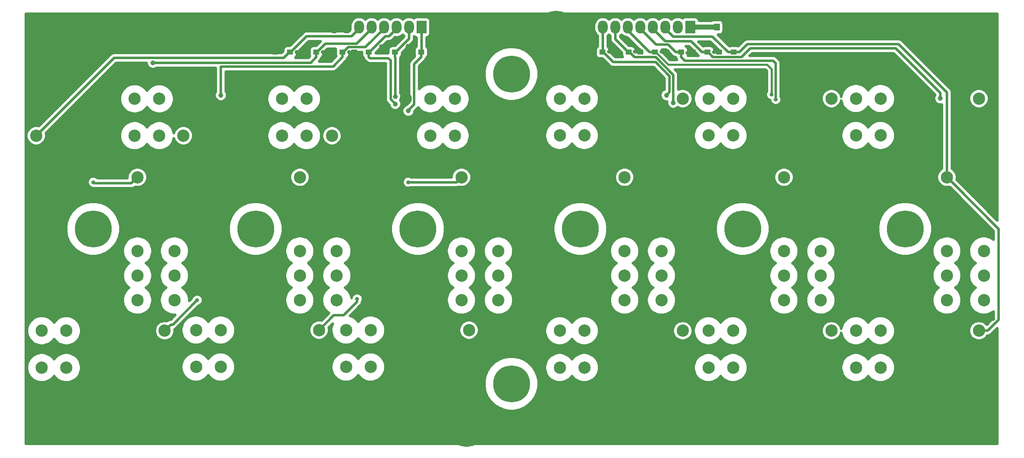
<source format=gbl>
G04 #@! TF.GenerationSoftware,KiCad,Pcbnew,(5.1.10)-1*
G04 #@! TF.CreationDate,2023-09-11T23:26:28+08:00*
G04 #@! TF.ProjectId,AntennaSwitch_6x2_RelayBoard,416e7465-6e6e-4615-9377-697463685f36,rev?*
G04 #@! TF.SameCoordinates,Original*
G04 #@! TF.FileFunction,Copper,L2,Bot*
G04 #@! TF.FilePolarity,Positive*
%FSLAX46Y46*%
G04 Gerber Fmt 4.6, Leading zero omitted, Abs format (unit mm)*
G04 Created by KiCad (PCBNEW (5.1.10)-1) date 2023-09-11 23:26:28*
%MOMM*%
%LPD*%
G01*
G04 APERTURE LIST*
G04 #@! TA.AperFunction,SMDPad,CuDef*
%ADD10R,1.160000X1.470000*%
G04 #@! TD*
G04 #@! TA.AperFunction,SMDPad,CuDef*
%ADD11R,1.250000X1.000000*%
G04 #@! TD*
G04 #@! TA.AperFunction,ComponentPad*
%ADD12C,2.500000*%
G04 #@! TD*
G04 #@! TA.AperFunction,ComponentPad*
%ADD13R,2.000000X2.600000*%
G04 #@! TD*
G04 #@! TA.AperFunction,ComponentPad*
%ADD14O,2.000000X2.600000*%
G04 #@! TD*
G04 #@! TA.AperFunction,ComponentPad*
%ADD15C,0.800000*%
G04 #@! TD*
G04 #@! TA.AperFunction,ComponentPad*
%ADD16C,7.500000*%
G04 #@! TD*
G04 #@! TA.AperFunction,ViaPad*
%ADD17C,0.800000*%
G04 #@! TD*
G04 #@! TA.AperFunction,ViaPad*
%ADD18C,1.000000*%
G04 #@! TD*
G04 #@! TA.AperFunction,Conductor*
%ADD19C,0.508000*%
G04 #@! TD*
G04 #@! TA.AperFunction,Conductor*
%ADD20C,1.016000*%
G04 #@! TD*
G04 #@! TA.AperFunction,Conductor*
%ADD21C,0.381000*%
G04 #@! TD*
G04 #@! TA.AperFunction,Conductor*
%ADD22C,0.100000*%
G04 #@! TD*
G04 APERTURE END LIST*
D10*
X193511500Y-54000000D03*
X191731500Y-54000000D03*
D11*
X105006000Y-59063000D03*
X102056000Y-59063000D03*
X110340000Y-59063000D03*
X107390000Y-59063000D03*
X115673999Y-59063000D03*
X112723999Y-59063000D03*
X121008000Y-59063000D03*
X118058000Y-59063000D03*
X126342000Y-59062999D03*
X123392000Y-59062999D03*
X131676000Y-59063000D03*
X128726000Y-59063000D03*
X168506000Y-59063000D03*
X165556000Y-59063000D03*
X173839999Y-59063000D03*
X170889999Y-59063000D03*
X179174000Y-59063000D03*
X176224000Y-59063000D03*
X184508000Y-59062999D03*
X181558000Y-59062999D03*
X189842000Y-59063000D03*
X186892000Y-59063000D03*
X195176000Y-59063000D03*
X192226000Y-59063000D03*
D12*
X78420000Y-68554000D03*
X73420000Y-68554000D03*
X68420000Y-68554000D03*
X78420000Y-76054000D03*
X73420000Y-76054000D03*
X68420000Y-76054000D03*
X53420000Y-68554000D03*
X53420000Y-76054000D03*
X108340000Y-68554000D03*
X103340000Y-68554000D03*
X98340000Y-68554000D03*
X108340000Y-76054000D03*
X103340000Y-76054000D03*
X98340000Y-76054000D03*
X83340000Y-68554000D03*
X83340000Y-76054000D03*
X138520000Y-68554000D03*
X133520000Y-68554000D03*
X128520000Y-68554000D03*
X138520000Y-76054000D03*
X133520000Y-76054000D03*
X128520000Y-76054000D03*
X113520000Y-68554000D03*
X113520000Y-76054000D03*
X159811000Y-76000000D03*
X164811000Y-76000000D03*
X169811000Y-76000000D03*
X159811000Y-68500000D03*
X164811000Y-68500000D03*
X169811000Y-68500000D03*
X184811000Y-76000000D03*
X184811000Y-68500000D03*
X190037000Y-76000001D03*
X195037000Y-76000001D03*
X200037000Y-76000001D03*
X190037000Y-68500001D03*
X195037000Y-68500001D03*
X200037000Y-68500001D03*
X215037000Y-76000001D03*
X215037000Y-68500001D03*
X220009000Y-76000000D03*
X225009000Y-76000000D03*
X230009000Y-76000000D03*
X220009000Y-68500000D03*
X225009000Y-68500000D03*
X230009000Y-68500000D03*
X245009000Y-76000000D03*
X245009000Y-68500000D03*
X81500000Y-109500000D03*
X81500000Y-104500000D03*
X81500000Y-99500000D03*
X74000000Y-109500000D03*
X74000000Y-104500000D03*
X74000000Y-99500000D03*
X81500000Y-84500000D03*
X74000000Y-84500000D03*
X114500000Y-109500000D03*
X114500000Y-104500000D03*
X114500000Y-99500000D03*
X107000000Y-109500000D03*
X107000000Y-104500000D03*
X107000000Y-99500000D03*
X114500000Y-84500000D03*
X107000000Y-84500000D03*
X147353000Y-109500000D03*
X147353000Y-104500000D03*
X147353000Y-99500000D03*
X139853000Y-109500000D03*
X139853000Y-104500000D03*
X139853000Y-99500000D03*
X147353000Y-84500000D03*
X139853000Y-84500000D03*
X180500000Y-109500000D03*
X180500000Y-104500000D03*
X180500000Y-99500000D03*
X173000000Y-109500000D03*
X173000000Y-104500000D03*
X173000000Y-99500000D03*
X180500000Y-84500000D03*
X173000000Y-84500000D03*
X212885000Y-109500000D03*
X212885000Y-104500000D03*
X212885000Y-99500000D03*
X205385000Y-109500000D03*
X205385000Y-104500000D03*
X205385000Y-99500000D03*
X212885000Y-84500000D03*
X205385000Y-84500000D03*
X246000000Y-109500001D03*
X246000000Y-104500001D03*
X246000000Y-99500001D03*
X238500000Y-109500001D03*
X238500000Y-104500001D03*
X238500000Y-99500001D03*
X246000000Y-84500001D03*
X238500000Y-84500001D03*
X54528000Y-123213000D03*
X59528000Y-123213000D03*
X64528000Y-123213000D03*
X54528000Y-115713000D03*
X59528000Y-115713000D03*
X64528000Y-115713000D03*
X79528000Y-123213000D03*
X79528000Y-115713000D03*
X85897000Y-123086000D03*
X90897000Y-123086000D03*
X95897000Y-123086000D03*
X85897000Y-115586000D03*
X90897000Y-115586000D03*
X95897000Y-115586000D03*
X110897000Y-123086000D03*
X110897000Y-115586000D03*
X116377000Y-123086000D03*
X121377000Y-123086000D03*
X126377000Y-123086000D03*
X116377000Y-115586000D03*
X121377000Y-115586000D03*
X126377000Y-115586000D03*
X141377000Y-123086000D03*
X141377000Y-115586000D03*
X159811000Y-123213001D03*
X164811000Y-123213001D03*
X169811000Y-123213001D03*
X159811000Y-115713001D03*
X164811000Y-115713001D03*
X169811000Y-115713001D03*
X184811000Y-123213001D03*
X184811000Y-115713001D03*
X190037000Y-123213000D03*
X195037000Y-123213000D03*
X200037000Y-123213000D03*
X190037000Y-115713000D03*
X195037000Y-115713000D03*
X200037000Y-115713000D03*
X215037000Y-123213000D03*
X215037000Y-115713000D03*
X220009000Y-123213001D03*
X225009000Y-123213001D03*
X230009000Y-123213001D03*
X220009000Y-115713001D03*
X225009000Y-115713001D03*
X230009000Y-115713001D03*
X245009000Y-123213001D03*
X245009000Y-115713001D03*
D13*
X131725000Y-53983000D03*
D14*
X129185000Y-53983000D03*
X126645000Y-53983000D03*
X124105000Y-53983000D03*
X121565000Y-53983000D03*
X119025000Y-53983000D03*
X116485000Y-53983000D03*
X113945000Y-53983000D03*
D13*
X186335001Y-53983000D03*
D14*
X183795001Y-53983000D03*
X181255001Y-53983000D03*
X178715001Y-53983000D03*
X176175001Y-53983000D03*
X173635001Y-53983000D03*
X171095001Y-53983000D03*
X168555001Y-53983000D03*
D15*
X161501570Y-53005000D03*
X161501570Y-55755000D03*
X159120000Y-57130000D03*
X156738430Y-55755000D03*
X156738430Y-53005000D03*
X159120000Y-51630000D03*
D16*
X159120000Y-54380000D03*
X150000000Y-63500000D03*
D15*
X54505000Y-83498430D03*
X57255000Y-83498430D03*
X58630000Y-85880000D03*
X57255000Y-88261570D03*
X54505000Y-88261570D03*
X53130000Y-85880000D03*
D16*
X55880000Y-85880000D03*
X65000000Y-95000000D03*
D15*
X87505000Y-83498430D03*
X90255000Y-83498430D03*
X91630000Y-85880000D03*
X90255000Y-88261570D03*
X87505000Y-88261570D03*
X86130000Y-85880000D03*
D16*
X88880000Y-85880000D03*
X98000000Y-95000000D03*
D15*
X120505000Y-83498430D03*
X123255000Y-83498430D03*
X124630000Y-85880000D03*
X123255000Y-88261570D03*
X120505000Y-88261570D03*
X119130000Y-85880000D03*
D16*
X121880000Y-85880000D03*
X131000000Y-95000000D03*
D15*
X153505000Y-83498430D03*
X156255000Y-83498430D03*
X157630000Y-85880000D03*
X156255000Y-88261570D03*
X153505000Y-88261570D03*
X152130000Y-85880000D03*
D16*
X154880000Y-85880000D03*
X164000000Y-95000000D03*
D15*
X186505000Y-83498430D03*
X189255000Y-83498430D03*
X190630000Y-85880000D03*
X189255000Y-88261570D03*
X186505000Y-88261570D03*
X185130000Y-85880000D03*
D16*
X187880000Y-85880000D03*
X197000000Y-95000000D03*
D15*
X219505000Y-83498430D03*
X222255000Y-83498430D03*
X223630000Y-85880000D03*
X222255000Y-88261570D03*
X219505000Y-88261570D03*
X218130000Y-85880000D03*
D16*
X220880000Y-85880000D03*
X230000000Y-95000000D03*
D15*
X138498430Y-136995000D03*
X138498430Y-134245000D03*
X140880000Y-132870000D03*
X143261570Y-134245000D03*
X143261570Y-136995000D03*
X140880000Y-138370000D03*
D16*
X140880000Y-135620000D03*
X150000000Y-126500000D03*
D17*
X55345000Y-52697000D03*
X52145000Y-52697000D03*
X247676000Y-52824000D03*
D18*
X195034501Y-53856000D03*
X194907500Y-51570000D03*
D17*
X128940132Y-57802132D03*
X123542632Y-57865632D03*
X117020232Y-59054031D03*
X111668132Y-59072132D03*
X106352233Y-59054031D03*
X102007000Y-57919999D03*
X169825000Y-58936000D03*
X175068201Y-58936000D03*
X180493000Y-58936000D03*
X185736203Y-59190000D03*
X191170132Y-59053868D03*
X246660000Y-137295000D03*
X243460000Y-137295000D03*
X240260000Y-137295000D03*
X237060000Y-137295000D03*
X233860000Y-137295000D03*
X230660000Y-137295000D03*
X227460000Y-137295000D03*
X224260000Y-137295000D03*
X221060000Y-137295000D03*
X217860000Y-137295000D03*
X214660000Y-137295000D03*
X211460000Y-137295000D03*
X208260000Y-137295000D03*
X205060000Y-137295000D03*
X201860000Y-137295000D03*
X198660000Y-137295000D03*
X195460000Y-137295000D03*
X192260000Y-137295000D03*
X189060000Y-137295000D03*
X185860000Y-137295000D03*
X182660000Y-137295000D03*
X179460000Y-137295000D03*
X176260000Y-137295000D03*
X173060000Y-137295000D03*
X169860000Y-137295000D03*
X166660000Y-137295000D03*
X163460000Y-137295000D03*
X160260000Y-137295000D03*
X157060000Y-137295000D03*
X153860000Y-137295000D03*
X150660000Y-137295000D03*
X147460000Y-137295000D03*
X134660000Y-137295000D03*
X131460000Y-137295000D03*
X128260000Y-137295000D03*
X125060000Y-137295000D03*
X121860000Y-137295000D03*
X118660000Y-137295000D03*
X115460000Y-137295000D03*
X112260000Y-137295000D03*
X109060000Y-137295000D03*
X105860000Y-137295000D03*
X102660000Y-137295000D03*
X99460000Y-137295000D03*
X96260000Y-137295000D03*
X93060000Y-137295000D03*
X89860000Y-137295000D03*
X86660000Y-137295000D03*
X83460000Y-137295000D03*
X80260000Y-137295000D03*
X77060000Y-137295000D03*
X73860000Y-137295000D03*
X70660000Y-137295000D03*
X67460000Y-137295000D03*
X64260000Y-137295000D03*
X61060000Y-137295000D03*
X57860000Y-137295000D03*
X244476000Y-52824000D03*
X241276000Y-52824000D03*
X238076000Y-52824000D03*
X234876000Y-52824000D03*
X231676000Y-52824000D03*
X228476000Y-52824000D03*
X225276000Y-52824000D03*
X222076000Y-52824000D03*
X218876000Y-52824000D03*
X215676000Y-52824000D03*
X212476000Y-52824000D03*
X209276000Y-52824000D03*
X206076000Y-52824000D03*
X202876000Y-52824000D03*
X199676000Y-52824000D03*
X164476000Y-52824000D03*
X135676000Y-52824000D03*
X110076000Y-52824000D03*
X106876000Y-52824000D03*
X103676000Y-52824000D03*
X100476000Y-52824000D03*
X97276000Y-52824000D03*
X94076000Y-52824000D03*
X90876000Y-52824000D03*
X87676000Y-52824000D03*
X84476000Y-52824000D03*
X81276000Y-52824000D03*
X78076000Y-52824000D03*
X74876000Y-52824000D03*
X71676000Y-52824000D03*
X68476000Y-52824000D03*
X65276000Y-52824000D03*
X62076000Y-52824000D03*
X58876000Y-52824000D03*
X179477000Y-68080000D03*
X175794000Y-68080000D03*
X172111000Y-68080000D03*
X206401000Y-69096000D03*
X210338000Y-69096000D03*
X215418000Y-72271000D03*
X219736000Y-80653000D03*
X229515000Y-72271000D03*
X232055000Y-78367000D03*
X235357000Y-81796000D03*
X226721000Y-86495000D03*
X228626000Y-88527000D03*
X223038000Y-62365000D03*
X220371001Y-60206000D03*
X215037000Y-59444001D03*
X205131000Y-59444000D03*
X154458000Y-68080000D03*
X145060000Y-68080000D03*
X145060000Y-58809000D03*
X154839000Y-58809000D03*
X141250000Y-59317000D03*
X134773000Y-59317000D03*
X123851000Y-68080000D03*
X119406000Y-68080000D03*
X116104000Y-68080000D03*
X95022000Y-68080000D03*
X87021000Y-68080000D03*
X99213000Y-59063000D03*
X92101000Y-58936000D03*
X84608000Y-58936000D03*
X75337000Y-63000000D03*
X82830000Y-72017000D03*
X80798000Y-79891000D03*
X76734000Y-80145000D03*
X78639000Y-80653000D03*
X79147000Y-58809000D03*
X226848000Y-105164000D03*
X221387000Y-110498000D03*
X231928000Y-113546000D03*
X242215000Y-113546000D03*
X234849000Y-113546000D03*
X225451000Y-99830000D03*
X234341000Y-98687000D03*
X236373000Y-95766000D03*
X247041000Y-95131000D03*
X221768000Y-81034000D03*
X238405000Y-113419000D03*
X247930000Y-113292000D03*
X229642000Y-119134000D03*
X228499000Y-126627000D03*
X225197000Y-127643000D03*
X222657000Y-128786000D03*
X219101000Y-132342000D03*
X209830000Y-132850000D03*
X198654001Y-132850000D03*
X187732000Y-132850000D03*
X177953000Y-132850000D03*
X172364999Y-132850000D03*
X131979000Y-132977001D03*
X123851000Y-132977001D03*
X111659000Y-132977000D03*
X97943000Y-132977000D03*
X86513000Y-132977001D03*
X70765000Y-132977000D03*
X58446000Y-133104000D03*
X53239000Y-131453000D03*
X54255000Y-111387000D03*
X64669000Y-118499000D03*
X64669000Y-120531000D03*
X57938000Y-108593000D03*
X60859000Y-105545000D03*
X63145000Y-105291000D03*
X76480000Y-113800000D03*
X71908000Y-113800000D03*
X67209000Y-113800000D03*
X61621000Y-102878001D03*
X65500000Y-88000000D03*
X75083000Y-88146000D03*
X78385000Y-92718000D03*
X79909000Y-94750000D03*
X75972000Y-82558000D03*
X170079000Y-118626000D03*
X170079000Y-120404000D03*
X155601000Y-120277000D03*
X155474000Y-117229000D03*
X181890000Y-123960000D03*
X173381000Y-123960000D03*
X211100000Y-123452000D03*
X203479999Y-123452000D03*
X136424000Y-123198000D03*
X129947000Y-123197999D03*
X107722000Y-123452000D03*
X103277001Y-123452000D03*
X98959001Y-123452000D03*
X75844999Y-123706000D03*
X68098000Y-123579000D03*
X194463000Y-86876000D03*
X195606000Y-105672000D03*
X193193000Y-103386000D03*
X192177000Y-99830000D03*
X192685000Y-109228000D03*
X201956000Y-113546000D03*
X209322000Y-113673000D03*
X203226000Y-83320000D03*
X200686000Y-80779999D03*
X199289000Y-78494000D03*
X199416000Y-73413999D03*
X199416000Y-71128000D03*
X215418000Y-70747000D03*
X216688000Y-79510000D03*
X227356000Y-64651000D03*
X224562000Y-64016000D03*
X181001000Y-95131000D03*
X177953000Y-95004000D03*
X177699000Y-92591000D03*
X175540000Y-89289000D03*
X169317000Y-81669000D03*
X169317000Y-79256000D03*
X169189999Y-73541000D03*
X169190000Y-71001000D03*
X155474000Y-69985000D03*
X155474000Y-74684000D03*
X155855000Y-79129000D03*
X160427000Y-80526000D03*
X160427000Y-84463000D03*
X160681000Y-87257000D03*
X159411000Y-99449000D03*
X160173000Y-103513000D03*
X163348000Y-106561000D03*
X162332000Y-109228001D03*
X160808000Y-111387000D03*
X156236000Y-112530000D03*
X176175000Y-114181000D03*
X181763000Y-114308000D03*
X172619000Y-114181000D03*
X137948000Y-80399000D03*
X144424999Y-95385000D03*
X144425000Y-91575001D03*
X130500000Y-87250000D03*
X129312000Y-80780000D03*
X129185000Y-73287000D03*
X142647000Y-68080000D03*
X142520000Y-71382000D03*
X142647001Y-75700000D03*
X141504000Y-79256000D03*
X98832000Y-71001000D03*
X98832000Y-73414000D03*
X98959000Y-78750000D03*
X97943000Y-82177001D03*
X97816000Y-86368001D03*
X114707001Y-95258000D03*
X111659000Y-95258000D03*
X111659000Y-92337000D03*
X109246000Y-89161999D03*
X107849000Y-80526000D03*
X112675000Y-71128000D03*
X112675000Y-73668000D03*
X68606000Y-71381999D03*
X68606000Y-73413999D03*
X66574000Y-78494000D03*
X76988000Y-89924000D03*
X137313000Y-113800000D03*
X134519000Y-113800000D03*
X129693000Y-113927000D03*
X103658000Y-113800000D03*
X99086000Y-113927000D03*
X95276000Y-118372000D03*
X95276000Y-120531000D03*
X80798000Y-120912000D03*
X80798000Y-118499000D03*
X87783000Y-110371000D03*
X90323000Y-107958000D03*
X93498000Y-105164000D03*
X95911000Y-104910000D03*
X93752000Y-101989001D03*
X93497999Y-99449000D03*
X126518000Y-99322000D03*
X126772000Y-102116000D03*
X128931000Y-104910000D03*
X125756000Y-105037001D03*
X121437999Y-106815000D03*
X120041000Y-108593000D03*
X60224000Y-98687000D03*
X185573000Y-73668000D03*
X185573000Y-71509000D03*
X185954000Y-79129000D03*
X189129000Y-80399000D03*
X213513000Y-93988000D03*
X210973000Y-90686000D03*
X208052001Y-88146000D03*
X217450000Y-109355000D03*
X217323000Y-104021001D03*
X217323000Y-98433000D03*
X165634000Y-57920000D03*
D18*
X237135000Y-68461000D03*
D17*
X203734002Y-68715000D03*
X202845000Y-67699000D03*
D18*
X182906000Y-69349999D03*
X181509000Y-67826000D03*
X126391000Y-68080000D03*
X90958000Y-67826000D03*
X129058000Y-71001000D03*
D17*
X129000000Y-85500000D03*
X118644000Y-109228001D03*
D18*
X126391000Y-69604000D03*
D17*
X86132000Y-109482000D03*
D18*
X77115000Y-61222000D03*
D17*
X65000000Y-85500000D03*
D19*
X186462000Y-53856000D02*
X186335001Y-53983000D01*
X191731500Y-53856000D02*
X186462000Y-53856000D01*
D20*
X191604500Y-53983000D02*
X191731500Y-53856000D01*
X186335001Y-53983000D02*
X191604500Y-53983000D01*
D19*
X193511500Y-53856000D02*
X194599500Y-53856000D01*
X194599500Y-53856000D02*
X195034501Y-53856000D01*
X193511500Y-51570000D02*
X194907500Y-51570000D01*
X128726001Y-59063000D02*
X128726000Y-58016264D01*
X128726000Y-58016264D02*
X128940132Y-57802132D01*
X123392000Y-59063000D02*
X123392000Y-58016264D01*
X123392000Y-58016264D02*
X123542632Y-57865632D01*
X118057999Y-59063000D02*
X117029201Y-59063000D01*
X117029201Y-59063000D02*
X117020232Y-59054031D01*
X112724000Y-59063000D02*
X111677264Y-59063000D01*
X111677264Y-59063000D02*
X111668132Y-59072132D01*
X107390000Y-59063000D02*
X106361202Y-59063000D01*
X106361202Y-59063000D02*
X106352233Y-59054031D01*
X102056000Y-59063000D02*
X102056000Y-57969000D01*
X102056000Y-57969000D02*
X102007000Y-57919999D01*
X170890000Y-59063000D02*
X169952000Y-59063000D01*
X169952000Y-59063000D02*
X169825000Y-58936000D01*
X176224000Y-59062999D02*
X175195201Y-59063000D01*
X175195201Y-59063000D02*
X175068201Y-58936000D01*
X181558000Y-59063000D02*
X180620000Y-59063000D01*
X180620000Y-59063000D02*
X180493000Y-58936000D01*
X186892001Y-59063000D02*
X185863203Y-59063000D01*
X185863203Y-59063000D02*
X185736203Y-59190000D01*
X192226000Y-59063000D02*
X191179264Y-59063000D01*
X191179264Y-59063000D02*
X191170132Y-59053868D01*
X165556000Y-59063000D02*
X165556000Y-57998000D01*
X165556000Y-57998000D02*
X165634000Y-57920000D01*
D21*
X238500000Y-82732234D02*
X238500000Y-84500001D01*
D19*
X194043000Y-59063000D02*
X190868000Y-55888000D01*
X195176000Y-59063000D02*
X194043000Y-59063000D01*
X181255000Y-54283000D02*
X181255000Y-53983000D01*
X182860000Y-55888000D02*
X181255000Y-54283000D01*
X190868000Y-55888000D02*
X182860000Y-55888000D01*
X239749999Y-85749999D02*
X238500000Y-84500001D01*
X249004001Y-95004001D02*
X239749999Y-85749999D01*
X249004001Y-113485765D02*
X249004001Y-95004001D01*
X246776766Y-115713000D02*
X249004001Y-113485765D01*
X245009000Y-115713001D02*
X246776766Y-115713000D01*
X238500000Y-67250000D02*
X238500000Y-84500001D01*
X228662000Y-57412000D02*
X238500000Y-67250000D01*
X197960000Y-57412000D02*
X228662000Y-57412000D01*
X196309000Y-59063000D02*
X197960000Y-57412000D01*
X195176000Y-59063000D02*
X196309000Y-59063000D01*
X196729799Y-60020201D02*
X198500000Y-58250000D01*
X190924201Y-60020201D02*
X196729799Y-60020201D01*
X188709001Y-59063000D02*
X189967000Y-59063000D01*
X228077198Y-58250000D02*
X237135000Y-67307802D01*
X186473790Y-56827790D02*
X188709001Y-59063000D01*
X189967000Y-59063000D02*
X190924201Y-60020201D01*
X181259790Y-56827790D02*
X186473790Y-56827790D01*
X198500000Y-58250000D02*
X228077198Y-58250000D01*
X178715000Y-54283000D02*
X181259790Y-56827790D01*
X237135000Y-67307802D02*
X237135000Y-68461000D01*
X178715000Y-53983000D02*
X178715000Y-54283000D01*
X183375000Y-59063000D02*
X184508000Y-59063000D01*
X183375000Y-59063000D02*
X181851000Y-57539000D01*
X176175000Y-54283000D02*
X176175000Y-53983000D01*
X179431000Y-57539000D02*
X176175000Y-54283000D01*
X181851000Y-57539000D02*
X179431000Y-57539000D01*
X203734002Y-68149314D02*
X203734002Y-68715000D01*
X203226000Y-60841000D02*
X203734002Y-61349002D01*
X203734002Y-61349002D02*
X203734002Y-68149314D01*
X185278000Y-60841000D02*
X203226000Y-60841000D01*
X184508000Y-60071001D02*
X185278000Y-60841000D01*
X184508000Y-59063000D02*
X184508000Y-60071001D01*
X178041000Y-59062999D02*
X179174000Y-59062999D01*
X173635000Y-54656999D02*
X178041000Y-59062999D01*
X173635001Y-53983000D02*
X173635000Y-54656999D01*
D21*
X179299000Y-59063000D02*
X179174000Y-59062999D01*
X181839000Y-61603000D02*
X179299000Y-59063000D01*
X201956000Y-61603000D02*
X181839000Y-61603000D01*
X202845000Y-67699000D02*
X202845000Y-62492000D01*
X202845000Y-62492000D02*
X201956000Y-61603000D01*
D19*
X173715001Y-59063000D02*
X173840000Y-59063000D01*
X171095000Y-56443000D02*
X173715001Y-59063000D01*
X171095000Y-53983000D02*
X171095000Y-56443000D01*
X182906000Y-68642894D02*
X182906000Y-69349999D01*
X182906000Y-63675803D02*
X182906000Y-68642894D01*
X173965000Y-59063000D02*
X174972999Y-60071000D01*
X173840000Y-59063000D02*
X173965000Y-59063000D01*
X174972999Y-60071000D02*
X179301198Y-60071001D01*
X179301198Y-60071001D02*
X182906000Y-63675803D01*
X168555000Y-59014000D02*
X168506000Y-59063000D01*
X168555000Y-53983000D02*
X168555000Y-59014000D01*
X168631000Y-59063000D02*
X168506000Y-59063000D01*
X170663000Y-61095000D02*
X168631000Y-59063000D01*
X179319396Y-61095000D02*
X170663000Y-61095000D01*
X182144000Y-63919604D02*
X179319396Y-61095000D01*
X182144000Y-67190999D02*
X182144000Y-63919604D01*
X181509000Y-67826000D02*
X182144000Y-67190999D01*
X126466999Y-59063000D02*
X126342000Y-59063000D01*
X129185000Y-56345000D02*
X126466999Y-59063000D01*
X129185000Y-53983000D02*
X129185000Y-56345000D01*
X126342000Y-60071001D02*
X126391000Y-60120000D01*
X126342000Y-59063000D02*
X126342000Y-60071001D01*
X126391000Y-60120000D02*
X126391000Y-68080000D01*
X115799000Y-59063000D02*
X115674000Y-59063000D01*
X116807000Y-58055000D02*
X115799000Y-59063000D01*
X120333000Y-58055000D02*
X116807000Y-58055000D01*
X124105000Y-54283000D02*
X120333000Y-58055000D01*
X124105000Y-53983000D02*
X124105000Y-54283000D01*
X115673999Y-60071000D02*
X113761000Y-61983999D01*
X115674000Y-59063000D02*
X115673999Y-60071000D01*
X113761000Y-61983999D02*
X90958000Y-61984000D01*
X90958000Y-61984000D02*
X90958000Y-66429000D01*
X90958000Y-66429000D02*
X90958000Y-67826000D01*
X105131000Y-59063000D02*
X105006000Y-59063000D01*
X108403000Y-55791000D02*
X105131000Y-59063000D01*
X117517000Y-55791000D02*
X108403000Y-55791000D01*
X119025000Y-54283000D02*
X117517000Y-55791000D01*
X119025000Y-53983000D02*
X119025000Y-54283000D01*
X104880999Y-59063000D02*
X103738000Y-60206000D01*
X105006000Y-59063000D02*
X104880999Y-59063000D01*
X69268001Y-60206000D02*
X53420000Y-76054000D01*
X103738000Y-60206000D02*
X69268001Y-60206000D01*
X131725000Y-59014000D02*
X131676001Y-59063000D01*
X131725000Y-53983000D02*
X131725000Y-59014000D01*
X130227201Y-61519799D02*
X130227201Y-69704799D01*
X131676001Y-59063000D02*
X131676000Y-60071000D01*
X131676000Y-60071000D02*
X130227201Y-61519799D01*
X130227201Y-69704799D02*
X129058000Y-70874000D01*
X129058000Y-70874000D02*
X129058000Y-71001000D01*
X138853000Y-85500000D02*
X129000000Y-85500000D01*
X139853000Y-84500000D02*
X138853000Y-85500000D01*
X115863923Y-112581999D02*
X118644000Y-109801922D01*
X110897000Y-115586000D02*
X113901001Y-112581999D01*
X113901001Y-112581999D02*
X115863923Y-112581999D01*
X118644000Y-109801922D02*
X118644000Y-109228001D01*
X124405000Y-55791000D02*
X121133000Y-59063000D01*
X125137000Y-55791000D02*
X124405000Y-55791000D01*
X126645000Y-54283000D02*
X125137000Y-55791000D01*
X126645000Y-53983000D02*
X126645000Y-54283000D01*
X121008000Y-59062999D02*
X121133000Y-59063000D01*
X121008000Y-60071000D02*
X121270000Y-60333000D01*
X121008000Y-59062999D02*
X121008000Y-60071000D01*
X121270000Y-60333000D02*
X124994001Y-60333000D01*
X125433799Y-60772798D02*
X125433799Y-68646799D01*
X124994001Y-60333000D02*
X125433799Y-60772798D01*
X125433799Y-68646799D02*
X126391000Y-69604000D01*
X80777999Y-114463001D02*
X81150999Y-114463001D01*
X79528000Y-115713000D02*
X80777999Y-114463001D01*
X81150999Y-114463001D02*
X86132000Y-109482000D01*
X110465000Y-59063000D02*
X110340000Y-59063000D01*
X112184210Y-57343790D02*
X110465000Y-59063000D01*
X118504210Y-57343789D02*
X112184210Y-57343790D01*
X121564999Y-54283000D02*
X118504210Y-57343789D01*
X121564999Y-53983000D02*
X121564999Y-54283000D01*
X110340000Y-60071000D02*
X110340000Y-59063000D01*
X109189000Y-61222000D02*
X110340000Y-60071000D01*
X77115000Y-61222000D02*
X109189000Y-61222000D01*
X65250000Y-85750000D02*
X65000000Y-85500000D01*
X72750000Y-85750000D02*
X65250000Y-85750000D01*
X74000000Y-84500000D02*
X72750000Y-85750000D01*
X248738001Y-93301160D02*
X240503710Y-85066870D01*
X240503705Y-85066864D01*
X240449453Y-85012612D01*
X240512000Y-84698166D01*
X240512000Y-84301836D01*
X240434680Y-83913122D01*
X240283011Y-83546962D01*
X240062822Y-83217426D01*
X239782575Y-82937179D01*
X239516000Y-82759059D01*
X239516000Y-68301835D01*
X242997000Y-68301835D01*
X242997000Y-68698165D01*
X243074320Y-69086879D01*
X243225989Y-69453039D01*
X243446178Y-69782575D01*
X243726425Y-70062822D01*
X244055961Y-70283011D01*
X244422121Y-70434680D01*
X244810835Y-70512000D01*
X245207165Y-70512000D01*
X245595879Y-70434680D01*
X245962039Y-70283011D01*
X246291575Y-70062822D01*
X246571822Y-69782575D01*
X246792011Y-69453039D01*
X246943680Y-69086879D01*
X247021000Y-68698165D01*
X247021000Y-68301835D01*
X246943680Y-67913121D01*
X246792011Y-67546961D01*
X246571822Y-67217425D01*
X246291575Y-66937178D01*
X245962039Y-66716989D01*
X245595879Y-66565320D01*
X245207165Y-66488000D01*
X244810835Y-66488000D01*
X244422121Y-66565320D01*
X244055961Y-66716989D01*
X243726425Y-66937178D01*
X243446178Y-67217425D01*
X243225989Y-67546961D01*
X243074320Y-67913121D01*
X242997000Y-68301835D01*
X239516000Y-68301835D01*
X239516000Y-67299901D01*
X239520915Y-67249999D01*
X239501298Y-67050829D01*
X239483400Y-66991828D01*
X239443202Y-66859313D01*
X239348860Y-66682810D01*
X239221896Y-66528104D01*
X239183133Y-66496292D01*
X229415712Y-56728872D01*
X229383896Y-56690104D01*
X229229190Y-56563140D01*
X229052687Y-56468798D01*
X228861171Y-56410702D01*
X228711902Y-56396000D01*
X228662000Y-56391085D01*
X228612098Y-56396000D01*
X198009902Y-56396000D01*
X197960000Y-56391085D01*
X197910098Y-56396000D01*
X197760829Y-56410702D01*
X197569313Y-56468798D01*
X197392810Y-56563140D01*
X197238104Y-56690104D01*
X197206292Y-56728867D01*
X196082926Y-57852234D01*
X195950378Y-57812026D01*
X195801000Y-57797314D01*
X194551000Y-57797314D01*
X194401622Y-57812026D01*
X194269075Y-57852234D01*
X191917526Y-55500686D01*
X192311500Y-55500686D01*
X192460878Y-55485974D01*
X192604515Y-55442402D01*
X192736892Y-55371645D01*
X192852922Y-55276422D01*
X192948145Y-55160392D01*
X193018902Y-55028015D01*
X193062474Y-54884378D01*
X193077186Y-54735000D01*
X193077186Y-53265000D01*
X193062474Y-53115622D01*
X193018902Y-52971985D01*
X192948145Y-52839608D01*
X192852922Y-52723578D01*
X192736892Y-52628355D01*
X192604515Y-52557598D01*
X192460878Y-52514026D01*
X192311500Y-52499314D01*
X191151500Y-52499314D01*
X191002122Y-52514026D01*
X190858485Y-52557598D01*
X190726108Y-52628355D01*
X190622967Y-52713000D01*
X188100687Y-52713000D01*
X188100687Y-52683000D01*
X188085975Y-52533622D01*
X188042403Y-52389985D01*
X187971646Y-52257608D01*
X187876423Y-52141578D01*
X187760393Y-52046355D01*
X187628016Y-51975598D01*
X187484379Y-51932026D01*
X187335001Y-51917314D01*
X185335001Y-51917314D01*
X185185623Y-51932026D01*
X185041986Y-51975598D01*
X184909609Y-52046355D01*
X184793579Y-52141578D01*
X184749505Y-52195283D01*
X184472552Y-52047248D01*
X184140413Y-51946495D01*
X183795001Y-51912475D01*
X183449590Y-51946495D01*
X183117451Y-52047248D01*
X182811351Y-52210862D01*
X182543051Y-52431050D01*
X182525001Y-52453044D01*
X182506951Y-52431050D01*
X182238652Y-52210862D01*
X181932552Y-52047248D01*
X181600413Y-51946495D01*
X181255001Y-51912475D01*
X180909590Y-51946495D01*
X180577451Y-52047248D01*
X180271351Y-52210862D01*
X180003051Y-52431050D01*
X179985001Y-52453044D01*
X179966951Y-52431050D01*
X179698652Y-52210862D01*
X179392552Y-52047248D01*
X179060413Y-51946495D01*
X178715001Y-51912475D01*
X178369590Y-51946495D01*
X178037451Y-52047248D01*
X177731351Y-52210862D01*
X177463051Y-52431050D01*
X177445001Y-52453044D01*
X177426951Y-52431050D01*
X177158652Y-52210862D01*
X176852552Y-52047248D01*
X176520413Y-51946495D01*
X176175001Y-51912475D01*
X175829590Y-51946495D01*
X175497451Y-52047248D01*
X175191351Y-52210862D01*
X174923051Y-52431050D01*
X174905001Y-52453044D01*
X174886951Y-52431050D01*
X174618652Y-52210862D01*
X174312552Y-52047248D01*
X173980413Y-51946495D01*
X173635001Y-51912475D01*
X173289590Y-51946495D01*
X172957451Y-52047248D01*
X172651351Y-52210862D01*
X172383051Y-52431050D01*
X172365001Y-52453044D01*
X172346951Y-52431050D01*
X172078652Y-52210862D01*
X171772552Y-52047248D01*
X171440413Y-51946495D01*
X171095001Y-51912475D01*
X170749590Y-51946495D01*
X170417451Y-52047248D01*
X170111351Y-52210862D01*
X169843051Y-52431050D01*
X169825001Y-52453044D01*
X169806951Y-52431050D01*
X169538652Y-52210862D01*
X169232552Y-52047248D01*
X168900413Y-51946495D01*
X168555001Y-51912475D01*
X168209590Y-51946495D01*
X167877451Y-52047248D01*
X167571351Y-52210862D01*
X167303051Y-52431050D01*
X167082863Y-52699349D01*
X166919249Y-53005449D01*
X166818496Y-53337588D01*
X166793001Y-53596444D01*
X166793001Y-54369555D01*
X166818496Y-54628411D01*
X166919249Y-54960550D01*
X167082863Y-55266650D01*
X167303051Y-55534950D01*
X167539000Y-55728589D01*
X167539001Y-57881781D01*
X167455608Y-57926355D01*
X167339578Y-58021578D01*
X167244355Y-58137608D01*
X167173598Y-58269985D01*
X167130026Y-58413622D01*
X167115314Y-58563000D01*
X167115314Y-59563000D01*
X167130026Y-59712378D01*
X167173598Y-59856015D01*
X167244355Y-59988392D01*
X167339578Y-60104422D01*
X167455608Y-60199645D01*
X167587985Y-60270402D01*
X167731622Y-60313974D01*
X167881000Y-60328686D01*
X168459846Y-60328686D01*
X169909292Y-61778133D01*
X169941104Y-61816896D01*
X170095810Y-61943860D01*
X170272313Y-62038202D01*
X170463829Y-62096298D01*
X170663000Y-62115915D01*
X170712902Y-62111000D01*
X178898556Y-62111000D01*
X181128001Y-64340446D01*
X181128000Y-66617836D01*
X180911219Y-66707630D01*
X180704522Y-66845741D01*
X180528741Y-67021522D01*
X180390630Y-67228219D01*
X180295498Y-67457888D01*
X180247000Y-67701704D01*
X180247000Y-67950296D01*
X180295498Y-68194112D01*
X180390630Y-68423781D01*
X180528741Y-68630478D01*
X180704522Y-68806259D01*
X180911219Y-68944370D01*
X181140888Y-69039502D01*
X181384704Y-69088000D01*
X181633296Y-69088000D01*
X181672960Y-69080110D01*
X181644000Y-69225703D01*
X181644000Y-69474295D01*
X181692498Y-69718111D01*
X181787630Y-69947780D01*
X181925741Y-70154477D01*
X182101522Y-70330258D01*
X182308219Y-70468369D01*
X182537888Y-70563501D01*
X182781704Y-70611999D01*
X183030296Y-70611999D01*
X183274112Y-70563501D01*
X183503781Y-70468369D01*
X183710478Y-70330258D01*
X183797874Y-70242862D01*
X183857961Y-70283011D01*
X184224121Y-70434680D01*
X184612835Y-70512000D01*
X185009165Y-70512000D01*
X185397879Y-70434680D01*
X185764039Y-70283011D01*
X186093575Y-70062822D01*
X186373822Y-69782575D01*
X186594011Y-69453039D01*
X186745680Y-69086879D01*
X186823000Y-68698165D01*
X186823000Y-68301835D01*
X186803566Y-68204133D01*
X187033000Y-68204133D01*
X187033000Y-68795869D01*
X187148442Y-69376235D01*
X187374890Y-69922929D01*
X187703641Y-70414939D01*
X188122062Y-70833360D01*
X188614072Y-71162111D01*
X189160766Y-71388559D01*
X189741132Y-71504001D01*
X190332868Y-71504001D01*
X190913234Y-71388559D01*
X191459928Y-71162111D01*
X191951938Y-70833360D01*
X192370359Y-70414939D01*
X192537000Y-70165543D01*
X192703641Y-70414939D01*
X193122062Y-70833360D01*
X193614072Y-71162111D01*
X194160766Y-71388559D01*
X194741132Y-71504001D01*
X195332868Y-71504001D01*
X195913234Y-71388559D01*
X196459928Y-71162111D01*
X196951938Y-70833360D01*
X197370359Y-70414939D01*
X197699110Y-69922929D01*
X197925558Y-69376235D01*
X198041000Y-68795869D01*
X198041000Y-68204133D01*
X197925558Y-67623767D01*
X197699110Y-67077073D01*
X197370359Y-66585063D01*
X196951938Y-66166642D01*
X196459928Y-65837891D01*
X195913234Y-65611443D01*
X195332868Y-65496001D01*
X194741132Y-65496001D01*
X194160766Y-65611443D01*
X193614072Y-65837891D01*
X193122062Y-66166642D01*
X192703641Y-66585063D01*
X192537000Y-66834459D01*
X192370359Y-66585063D01*
X191951938Y-66166642D01*
X191459928Y-65837891D01*
X190913234Y-65611443D01*
X190332868Y-65496001D01*
X189741132Y-65496001D01*
X189160766Y-65611443D01*
X188614072Y-65837891D01*
X188122062Y-66166642D01*
X187703641Y-66585063D01*
X187374890Y-67077073D01*
X187148442Y-67623767D01*
X187033000Y-68204133D01*
X186803566Y-68204133D01*
X186745680Y-67913121D01*
X186594011Y-67546961D01*
X186373822Y-67217425D01*
X186093575Y-66937178D01*
X185764039Y-66716989D01*
X185397879Y-66565320D01*
X185009165Y-66488000D01*
X184612835Y-66488000D01*
X184224121Y-66565320D01*
X183922000Y-66690463D01*
X183922000Y-63725705D01*
X183926915Y-63675803D01*
X183907298Y-63476632D01*
X183849202Y-63285115D01*
X183787018Y-63168777D01*
X183754860Y-63108613D01*
X183627896Y-62953907D01*
X183589133Y-62922095D01*
X183222538Y-62555500D01*
X201561462Y-62555500D01*
X201892501Y-62886540D01*
X201892500Y-67032972D01*
X201815249Y-67148587D01*
X201727655Y-67360057D01*
X201683000Y-67584553D01*
X201683000Y-67813447D01*
X201727655Y-68037943D01*
X201815249Y-68249413D01*
X201942416Y-68439732D01*
X202104268Y-68601584D01*
X202294587Y-68728751D01*
X202506057Y-68816345D01*
X202572005Y-68829463D01*
X202616657Y-69053943D01*
X202704251Y-69265413D01*
X202831418Y-69455732D01*
X202993270Y-69617584D01*
X203183589Y-69744751D01*
X203395059Y-69832345D01*
X203619555Y-69877000D01*
X203848449Y-69877000D01*
X204072945Y-69832345D01*
X204284415Y-69744751D01*
X204474734Y-69617584D01*
X204636586Y-69455732D01*
X204763753Y-69265413D01*
X204851347Y-69053943D01*
X204896002Y-68829447D01*
X204896002Y-68600553D01*
X204851347Y-68376057D01*
X204820604Y-68301836D01*
X213025000Y-68301836D01*
X213025000Y-68698166D01*
X213102320Y-69086880D01*
X213253989Y-69453040D01*
X213474178Y-69782576D01*
X213754425Y-70062823D01*
X214083961Y-70283012D01*
X214450121Y-70434681D01*
X214838835Y-70512001D01*
X215235165Y-70512001D01*
X215623879Y-70434681D01*
X215990039Y-70283012D01*
X216319575Y-70062823D01*
X216599822Y-69782576D01*
X216820011Y-69453040D01*
X216971680Y-69086880D01*
X217017283Y-68857618D01*
X217120442Y-69376234D01*
X217346890Y-69922928D01*
X217675641Y-70414938D01*
X218094062Y-70833359D01*
X218586072Y-71162110D01*
X219132766Y-71388558D01*
X219713132Y-71504000D01*
X220304868Y-71504000D01*
X220885234Y-71388558D01*
X221431928Y-71162110D01*
X221923938Y-70833359D01*
X222342359Y-70414938D01*
X222509000Y-70165542D01*
X222675641Y-70414938D01*
X223094062Y-70833359D01*
X223586072Y-71162110D01*
X224132766Y-71388558D01*
X224713132Y-71504000D01*
X225304868Y-71504000D01*
X225885234Y-71388558D01*
X226431928Y-71162110D01*
X226923938Y-70833359D01*
X227342359Y-70414938D01*
X227671110Y-69922928D01*
X227897558Y-69376234D01*
X228013000Y-68795868D01*
X228013000Y-68204132D01*
X227897558Y-67623766D01*
X227671110Y-67077072D01*
X227342359Y-66585062D01*
X226923938Y-66166641D01*
X226431928Y-65837890D01*
X225885234Y-65611442D01*
X225304868Y-65496000D01*
X224713132Y-65496000D01*
X224132766Y-65611442D01*
X223586072Y-65837890D01*
X223094062Y-66166641D01*
X222675641Y-66585062D01*
X222509000Y-66834458D01*
X222342359Y-66585062D01*
X221923938Y-66166641D01*
X221431928Y-65837890D01*
X220885234Y-65611442D01*
X220304868Y-65496000D01*
X219713132Y-65496000D01*
X219132766Y-65611442D01*
X218586072Y-65837890D01*
X218094062Y-66166641D01*
X217675641Y-66585062D01*
X217346890Y-67077072D01*
X217120442Y-67623766D01*
X217017283Y-68142383D01*
X216971680Y-67913122D01*
X216820011Y-67546962D01*
X216599822Y-67217426D01*
X216319575Y-66937179D01*
X215990039Y-66716990D01*
X215623879Y-66565321D01*
X215235165Y-66488001D01*
X214838835Y-66488001D01*
X214450121Y-66565321D01*
X214083961Y-66716990D01*
X213754425Y-66937179D01*
X213474178Y-67217426D01*
X213253989Y-67546962D01*
X213102320Y-67913122D01*
X213025000Y-68301836D01*
X204820604Y-68301836D01*
X204763753Y-68164587D01*
X204750002Y-68144007D01*
X204750002Y-61398895D01*
X204754916Y-61349001D01*
X204750002Y-61299107D01*
X204750002Y-61299100D01*
X204735300Y-61149831D01*
X204677204Y-60958315D01*
X204582862Y-60781812D01*
X204455898Y-60627106D01*
X204417129Y-60595289D01*
X203979713Y-60157873D01*
X203947896Y-60119104D01*
X203793190Y-59992140D01*
X203616687Y-59897798D01*
X203425171Y-59839702D01*
X203275902Y-59825000D01*
X203226000Y-59820085D01*
X203176098Y-59825000D01*
X198361841Y-59825000D01*
X198920841Y-59266000D01*
X227656358Y-59266000D01*
X236111537Y-67721180D01*
X236016630Y-67863219D01*
X235921498Y-68092888D01*
X235873000Y-68336704D01*
X235873000Y-68585296D01*
X235921498Y-68829112D01*
X236016630Y-69058781D01*
X236154741Y-69265478D01*
X236330522Y-69441259D01*
X236537219Y-69579370D01*
X236766888Y-69674502D01*
X237010704Y-69723000D01*
X237259296Y-69723000D01*
X237484000Y-69678304D01*
X237484001Y-82759059D01*
X237217425Y-82937179D01*
X236937178Y-83217426D01*
X236716989Y-83546962D01*
X236565320Y-83913122D01*
X236488000Y-84301836D01*
X236488000Y-84698166D01*
X236565320Y-85086880D01*
X236716989Y-85453040D01*
X236937178Y-85782576D01*
X237217425Y-86062823D01*
X237546961Y-86283012D01*
X237913121Y-86434681D01*
X238301835Y-86512001D01*
X238698165Y-86512001D01*
X239012613Y-86449454D01*
X239066864Y-86503705D01*
X239066870Y-86503710D01*
X247988002Y-95424843D01*
X247988002Y-97239706D01*
X247914938Y-97166642D01*
X247422928Y-96837891D01*
X246876234Y-96611443D01*
X246295868Y-96496001D01*
X245704132Y-96496001D01*
X245123766Y-96611443D01*
X244577072Y-96837891D01*
X244085062Y-97166642D01*
X243666641Y-97585063D01*
X243337890Y-98077073D01*
X243111442Y-98623767D01*
X242996000Y-99204133D01*
X242996000Y-99795869D01*
X243111442Y-100376235D01*
X243337890Y-100922929D01*
X243666641Y-101414939D01*
X244085062Y-101833360D01*
X244334458Y-102000001D01*
X244085062Y-102166642D01*
X243666641Y-102585063D01*
X243337890Y-103077073D01*
X243111442Y-103623767D01*
X242996000Y-104204133D01*
X242996000Y-104795869D01*
X243111442Y-105376235D01*
X243337890Y-105922929D01*
X243666641Y-106414939D01*
X244085062Y-106833360D01*
X244334458Y-107000001D01*
X244085062Y-107166642D01*
X243666641Y-107585063D01*
X243337890Y-108077073D01*
X243111442Y-108623767D01*
X242996000Y-109204133D01*
X242996000Y-109795869D01*
X243111442Y-110376235D01*
X243337890Y-110922929D01*
X243666641Y-111414939D01*
X244085062Y-111833360D01*
X244577072Y-112162111D01*
X245123766Y-112388559D01*
X245704132Y-112504001D01*
X246295868Y-112504001D01*
X246876234Y-112388559D01*
X247422928Y-112162111D01*
X247914938Y-111833360D01*
X247988001Y-111760297D01*
X247988001Y-113064924D01*
X246592121Y-114460805D01*
X246571822Y-114430426D01*
X246291575Y-114150179D01*
X245962039Y-113929990D01*
X245595879Y-113778321D01*
X245207165Y-113701001D01*
X244810835Y-113701001D01*
X244422121Y-113778321D01*
X244055961Y-113929990D01*
X243726425Y-114150179D01*
X243446178Y-114430426D01*
X243225989Y-114759962D01*
X243074320Y-115126122D01*
X242997000Y-115514836D01*
X242997000Y-115911166D01*
X243074320Y-116299880D01*
X243225989Y-116666040D01*
X243446178Y-116995576D01*
X243726425Y-117275823D01*
X244055961Y-117496012D01*
X244422121Y-117647681D01*
X244810835Y-117725001D01*
X245207165Y-117725001D01*
X245595879Y-117647681D01*
X245962039Y-117496012D01*
X246291575Y-117275823D01*
X246571822Y-116995576D01*
X246748517Y-116731133D01*
X246776766Y-116733915D01*
X246975936Y-116714298D01*
X247167453Y-116656201D01*
X247259661Y-116606915D01*
X247343956Y-116561859D01*
X247498662Y-116434895D01*
X247530474Y-116396132D01*
X248738000Y-115188606D01*
X248738000Y-138738000D01*
X51262001Y-138738000D01*
X51262001Y-122917132D01*
X51524000Y-122917132D01*
X51524000Y-123508868D01*
X51639442Y-124089234D01*
X51865890Y-124635928D01*
X52194641Y-125127938D01*
X52613062Y-125546359D01*
X53105072Y-125875110D01*
X53651766Y-126101558D01*
X54232132Y-126217000D01*
X54823868Y-126217000D01*
X55404234Y-126101558D01*
X55950928Y-125875110D01*
X56442938Y-125546359D01*
X56861359Y-125127938D01*
X57028000Y-124878542D01*
X57194641Y-125127938D01*
X57613062Y-125546359D01*
X58105072Y-125875110D01*
X58651766Y-126101558D01*
X59232132Y-126217000D01*
X59823868Y-126217000D01*
X60404234Y-126101558D01*
X60950928Y-125875110D01*
X61442938Y-125546359D01*
X61861359Y-125127938D01*
X62190110Y-124635928D01*
X62416558Y-124089234D01*
X62532000Y-123508868D01*
X62532000Y-122917132D01*
X62506739Y-122790132D01*
X82893000Y-122790132D01*
X82893000Y-123381868D01*
X83008442Y-123962234D01*
X83234890Y-124508928D01*
X83563641Y-125000938D01*
X83982062Y-125419359D01*
X84474072Y-125748110D01*
X85020766Y-125974558D01*
X85601132Y-126090000D01*
X86192868Y-126090000D01*
X86773234Y-125974558D01*
X87319928Y-125748110D01*
X87811938Y-125419359D01*
X88230359Y-125000938D01*
X88397000Y-124751542D01*
X88563641Y-125000938D01*
X88982062Y-125419359D01*
X89474072Y-125748110D01*
X90020766Y-125974558D01*
X90601132Y-126090000D01*
X91192868Y-126090000D01*
X91773234Y-125974558D01*
X92319928Y-125748110D01*
X92811938Y-125419359D01*
X93230359Y-125000938D01*
X93559110Y-124508928D01*
X93785558Y-123962234D01*
X93901000Y-123381868D01*
X93901000Y-122790132D01*
X113373000Y-122790132D01*
X113373000Y-123381868D01*
X113488442Y-123962234D01*
X113714890Y-124508928D01*
X114043641Y-125000938D01*
X114462062Y-125419359D01*
X114954072Y-125748110D01*
X115500766Y-125974558D01*
X116081132Y-126090000D01*
X116672868Y-126090000D01*
X117253234Y-125974558D01*
X117799928Y-125748110D01*
X118291938Y-125419359D01*
X118710359Y-125000938D01*
X118877000Y-124751542D01*
X119043641Y-125000938D01*
X119462062Y-125419359D01*
X119954072Y-125748110D01*
X120500766Y-125974558D01*
X121081132Y-126090000D01*
X121672868Y-126090000D01*
X122253234Y-125974558D01*
X122293442Y-125957903D01*
X144496000Y-125957903D01*
X144496000Y-127042097D01*
X144707515Y-128105458D01*
X145122418Y-129107122D01*
X145724764Y-130008596D01*
X146491404Y-130775236D01*
X147392878Y-131377582D01*
X148394542Y-131792485D01*
X149457903Y-132004000D01*
X150542097Y-132004000D01*
X151605458Y-131792485D01*
X152607122Y-131377582D01*
X153508596Y-130775236D01*
X154275236Y-130008596D01*
X154877582Y-129107122D01*
X155292485Y-128105458D01*
X155504000Y-127042097D01*
X155504000Y-125957903D01*
X155292485Y-124894542D01*
X154877582Y-123892878D01*
X154275236Y-122991404D01*
X154200965Y-122917133D01*
X156807000Y-122917133D01*
X156807000Y-123508869D01*
X156922442Y-124089235D01*
X157148890Y-124635929D01*
X157477641Y-125127939D01*
X157896062Y-125546360D01*
X158388072Y-125875111D01*
X158934766Y-126101559D01*
X159515132Y-126217001D01*
X160106868Y-126217001D01*
X160687234Y-126101559D01*
X161233928Y-125875111D01*
X161725938Y-125546360D01*
X162144359Y-125127939D01*
X162311000Y-124878543D01*
X162477641Y-125127939D01*
X162896062Y-125546360D01*
X163388072Y-125875111D01*
X163934766Y-126101559D01*
X164515132Y-126217001D01*
X165106868Y-126217001D01*
X165687234Y-126101559D01*
X166233928Y-125875111D01*
X166725938Y-125546360D01*
X167144359Y-125127939D01*
X167473110Y-124635929D01*
X167699558Y-124089235D01*
X167815000Y-123508869D01*
X167815000Y-122917133D01*
X167815000Y-122917132D01*
X187033000Y-122917132D01*
X187033000Y-123508868D01*
X187148442Y-124089234D01*
X187374890Y-124635928D01*
X187703641Y-125127938D01*
X188122062Y-125546359D01*
X188614072Y-125875110D01*
X189160766Y-126101558D01*
X189741132Y-126217000D01*
X190332868Y-126217000D01*
X190913234Y-126101558D01*
X191459928Y-125875110D01*
X191951938Y-125546359D01*
X192370359Y-125127938D01*
X192537000Y-124878542D01*
X192703641Y-125127938D01*
X193122062Y-125546359D01*
X193614072Y-125875110D01*
X194160766Y-126101558D01*
X194741132Y-126217000D01*
X195332868Y-126217000D01*
X195913234Y-126101558D01*
X196459928Y-125875110D01*
X196951938Y-125546359D01*
X197370359Y-125127938D01*
X197699110Y-124635928D01*
X197925558Y-124089234D01*
X198041000Y-123508868D01*
X198041000Y-122917133D01*
X217005000Y-122917133D01*
X217005000Y-123508869D01*
X217120442Y-124089235D01*
X217346890Y-124635929D01*
X217675641Y-125127939D01*
X218094062Y-125546360D01*
X218586072Y-125875111D01*
X219132766Y-126101559D01*
X219713132Y-126217001D01*
X220304868Y-126217001D01*
X220885234Y-126101559D01*
X221431928Y-125875111D01*
X221923938Y-125546360D01*
X222342359Y-125127939D01*
X222509000Y-124878543D01*
X222675641Y-125127939D01*
X223094062Y-125546360D01*
X223586072Y-125875111D01*
X224132766Y-126101559D01*
X224713132Y-126217001D01*
X225304868Y-126217001D01*
X225885234Y-126101559D01*
X226431928Y-125875111D01*
X226923938Y-125546360D01*
X227342359Y-125127939D01*
X227671110Y-124635929D01*
X227897558Y-124089235D01*
X228013000Y-123508869D01*
X228013000Y-122917133D01*
X227897558Y-122336767D01*
X227671110Y-121790073D01*
X227342359Y-121298063D01*
X226923938Y-120879642D01*
X226431928Y-120550891D01*
X225885234Y-120324443D01*
X225304868Y-120209001D01*
X224713132Y-120209001D01*
X224132766Y-120324443D01*
X223586072Y-120550891D01*
X223094062Y-120879642D01*
X222675641Y-121298063D01*
X222509000Y-121547459D01*
X222342359Y-121298063D01*
X221923938Y-120879642D01*
X221431928Y-120550891D01*
X220885234Y-120324443D01*
X220304868Y-120209001D01*
X219713132Y-120209001D01*
X219132766Y-120324443D01*
X218586072Y-120550891D01*
X218094062Y-120879642D01*
X217675641Y-121298063D01*
X217346890Y-121790073D01*
X217120442Y-122336767D01*
X217005000Y-122917133D01*
X198041000Y-122917133D01*
X198041000Y-122917132D01*
X197925558Y-122336766D01*
X197699110Y-121790072D01*
X197370359Y-121298062D01*
X196951938Y-120879641D01*
X196459928Y-120550890D01*
X195913234Y-120324442D01*
X195332868Y-120209000D01*
X194741132Y-120209000D01*
X194160766Y-120324442D01*
X193614072Y-120550890D01*
X193122062Y-120879641D01*
X192703641Y-121298062D01*
X192537000Y-121547458D01*
X192370359Y-121298062D01*
X191951938Y-120879641D01*
X191459928Y-120550890D01*
X190913234Y-120324442D01*
X190332868Y-120209000D01*
X189741132Y-120209000D01*
X189160766Y-120324442D01*
X188614072Y-120550890D01*
X188122062Y-120879641D01*
X187703641Y-121298062D01*
X187374890Y-121790072D01*
X187148442Y-122336766D01*
X187033000Y-122917132D01*
X167815000Y-122917132D01*
X167699558Y-122336767D01*
X167473110Y-121790073D01*
X167144359Y-121298063D01*
X166725938Y-120879642D01*
X166233928Y-120550891D01*
X165687234Y-120324443D01*
X165106868Y-120209001D01*
X164515132Y-120209001D01*
X163934766Y-120324443D01*
X163388072Y-120550891D01*
X162896062Y-120879642D01*
X162477641Y-121298063D01*
X162311000Y-121547459D01*
X162144359Y-121298063D01*
X161725938Y-120879642D01*
X161233928Y-120550891D01*
X160687234Y-120324443D01*
X160106868Y-120209001D01*
X159515132Y-120209001D01*
X158934766Y-120324443D01*
X158388072Y-120550891D01*
X157896062Y-120879642D01*
X157477641Y-121298063D01*
X157148890Y-121790073D01*
X156922442Y-122336767D01*
X156807000Y-122917133D01*
X154200965Y-122917133D01*
X153508596Y-122224764D01*
X152607122Y-121622418D01*
X151605458Y-121207515D01*
X150542097Y-120996000D01*
X149457903Y-120996000D01*
X148394542Y-121207515D01*
X147392878Y-121622418D01*
X146491404Y-122224764D01*
X145724764Y-122991404D01*
X145122418Y-123892878D01*
X144707515Y-124894542D01*
X144496000Y-125957903D01*
X122293442Y-125957903D01*
X122799928Y-125748110D01*
X123291938Y-125419359D01*
X123710359Y-125000938D01*
X124039110Y-124508928D01*
X124265558Y-123962234D01*
X124381000Y-123381868D01*
X124381000Y-122790132D01*
X124265558Y-122209766D01*
X124039110Y-121663072D01*
X123710359Y-121171062D01*
X123291938Y-120752641D01*
X122799928Y-120423890D01*
X122253234Y-120197442D01*
X121672868Y-120082000D01*
X121081132Y-120082000D01*
X120500766Y-120197442D01*
X119954072Y-120423890D01*
X119462062Y-120752641D01*
X119043641Y-121171062D01*
X118877000Y-121420458D01*
X118710359Y-121171062D01*
X118291938Y-120752641D01*
X117799928Y-120423890D01*
X117253234Y-120197442D01*
X116672868Y-120082000D01*
X116081132Y-120082000D01*
X115500766Y-120197442D01*
X114954072Y-120423890D01*
X114462062Y-120752641D01*
X114043641Y-121171062D01*
X113714890Y-121663072D01*
X113488442Y-122209766D01*
X113373000Y-122790132D01*
X93901000Y-122790132D01*
X93785558Y-122209766D01*
X93559110Y-121663072D01*
X93230359Y-121171062D01*
X92811938Y-120752641D01*
X92319928Y-120423890D01*
X91773234Y-120197442D01*
X91192868Y-120082000D01*
X90601132Y-120082000D01*
X90020766Y-120197442D01*
X89474072Y-120423890D01*
X88982062Y-120752641D01*
X88563641Y-121171062D01*
X88397000Y-121420458D01*
X88230359Y-121171062D01*
X87811938Y-120752641D01*
X87319928Y-120423890D01*
X86773234Y-120197442D01*
X86192868Y-120082000D01*
X85601132Y-120082000D01*
X85020766Y-120197442D01*
X84474072Y-120423890D01*
X83982062Y-120752641D01*
X83563641Y-121171062D01*
X83234890Y-121663072D01*
X83008442Y-122209766D01*
X82893000Y-122790132D01*
X62506739Y-122790132D01*
X62416558Y-122336766D01*
X62190110Y-121790072D01*
X61861359Y-121298062D01*
X61442938Y-120879641D01*
X60950928Y-120550890D01*
X60404234Y-120324442D01*
X59823868Y-120209000D01*
X59232132Y-120209000D01*
X58651766Y-120324442D01*
X58105072Y-120550890D01*
X57613062Y-120879641D01*
X57194641Y-121298062D01*
X57028000Y-121547458D01*
X56861359Y-121298062D01*
X56442938Y-120879641D01*
X55950928Y-120550890D01*
X55404234Y-120324442D01*
X54823868Y-120209000D01*
X54232132Y-120209000D01*
X53651766Y-120324442D01*
X53105072Y-120550890D01*
X52613062Y-120879641D01*
X52194641Y-121298062D01*
X51865890Y-121790072D01*
X51639442Y-122336766D01*
X51524000Y-122917132D01*
X51262001Y-122917132D01*
X51262001Y-115417132D01*
X51524000Y-115417132D01*
X51524000Y-116008868D01*
X51639442Y-116589234D01*
X51865890Y-117135928D01*
X52194641Y-117627938D01*
X52613062Y-118046359D01*
X53105072Y-118375110D01*
X53651766Y-118601558D01*
X54232132Y-118717000D01*
X54823868Y-118717000D01*
X55404234Y-118601558D01*
X55950928Y-118375110D01*
X56442938Y-118046359D01*
X56861359Y-117627938D01*
X57028000Y-117378542D01*
X57194641Y-117627938D01*
X57613062Y-118046359D01*
X58105072Y-118375110D01*
X58651766Y-118601558D01*
X59232132Y-118717000D01*
X59823868Y-118717000D01*
X60404234Y-118601558D01*
X60950928Y-118375110D01*
X61442938Y-118046359D01*
X61861359Y-117627938D01*
X62190110Y-117135928D01*
X62416558Y-116589234D01*
X62532000Y-116008868D01*
X62532000Y-115514835D01*
X77516000Y-115514835D01*
X77516000Y-115911165D01*
X77593320Y-116299879D01*
X77744989Y-116666039D01*
X77965178Y-116995575D01*
X78245425Y-117275822D01*
X78574961Y-117496011D01*
X78941121Y-117647680D01*
X79329835Y-117725000D01*
X79726165Y-117725000D01*
X80114879Y-117647680D01*
X80481039Y-117496011D01*
X80810575Y-117275822D01*
X81090822Y-116995575D01*
X81311011Y-116666039D01*
X81462680Y-116299879D01*
X81540000Y-115911165D01*
X81540000Y-115514835D01*
X81519717Y-115412867D01*
X81541686Y-115406203D01*
X81718189Y-115311861D01*
X81744665Y-115290132D01*
X82893000Y-115290132D01*
X82893000Y-115881868D01*
X83008442Y-116462234D01*
X83234890Y-117008928D01*
X83563641Y-117500938D01*
X83982062Y-117919359D01*
X84474072Y-118248110D01*
X85020766Y-118474558D01*
X85601132Y-118590000D01*
X86192868Y-118590000D01*
X86773234Y-118474558D01*
X87319928Y-118248110D01*
X87811938Y-117919359D01*
X88230359Y-117500938D01*
X88397000Y-117251542D01*
X88563641Y-117500938D01*
X88982062Y-117919359D01*
X89474072Y-118248110D01*
X90020766Y-118474558D01*
X90601132Y-118590000D01*
X91192868Y-118590000D01*
X91773234Y-118474558D01*
X92319928Y-118248110D01*
X92811938Y-117919359D01*
X93230359Y-117500938D01*
X93559110Y-117008928D01*
X93785558Y-116462234D01*
X93901000Y-115881868D01*
X93901000Y-115387835D01*
X108885000Y-115387835D01*
X108885000Y-115784165D01*
X108962320Y-116172879D01*
X109113989Y-116539039D01*
X109334178Y-116868575D01*
X109614425Y-117148822D01*
X109943961Y-117369011D01*
X110310121Y-117520680D01*
X110698835Y-117598000D01*
X111095165Y-117598000D01*
X111483879Y-117520680D01*
X111850039Y-117369011D01*
X112179575Y-117148822D01*
X112459822Y-116868575D01*
X112680011Y-116539039D01*
X112831680Y-116172879D01*
X112909000Y-115784165D01*
X112909000Y-115387835D01*
X112846453Y-115073388D01*
X113685277Y-114234563D01*
X113488442Y-114709766D01*
X113373000Y-115290132D01*
X113373000Y-115881868D01*
X113488442Y-116462234D01*
X113714890Y-117008928D01*
X114043641Y-117500938D01*
X114462062Y-117919359D01*
X114954072Y-118248110D01*
X115500766Y-118474558D01*
X116081132Y-118590000D01*
X116672868Y-118590000D01*
X117253234Y-118474558D01*
X117799928Y-118248110D01*
X118291938Y-117919359D01*
X118710359Y-117500938D01*
X118877000Y-117251542D01*
X119043641Y-117500938D01*
X119462062Y-117919359D01*
X119954072Y-118248110D01*
X120500766Y-118474558D01*
X121081132Y-118590000D01*
X121672868Y-118590000D01*
X122253234Y-118474558D01*
X122799928Y-118248110D01*
X123291938Y-117919359D01*
X123710359Y-117500938D01*
X124039110Y-117008928D01*
X124265558Y-116462234D01*
X124381000Y-115881868D01*
X124381000Y-115387835D01*
X139365000Y-115387835D01*
X139365000Y-115784165D01*
X139442320Y-116172879D01*
X139593989Y-116539039D01*
X139814178Y-116868575D01*
X140094425Y-117148822D01*
X140423961Y-117369011D01*
X140790121Y-117520680D01*
X141178835Y-117598000D01*
X141575165Y-117598000D01*
X141963879Y-117520680D01*
X142330039Y-117369011D01*
X142659575Y-117148822D01*
X142939822Y-116868575D01*
X143160011Y-116539039D01*
X143311680Y-116172879D01*
X143389000Y-115784165D01*
X143389000Y-115417133D01*
X156807000Y-115417133D01*
X156807000Y-116008869D01*
X156922442Y-116589235D01*
X157148890Y-117135929D01*
X157477641Y-117627939D01*
X157896062Y-118046360D01*
X158388072Y-118375111D01*
X158934766Y-118601559D01*
X159515132Y-118717001D01*
X160106868Y-118717001D01*
X160687234Y-118601559D01*
X161233928Y-118375111D01*
X161725938Y-118046360D01*
X162144359Y-117627939D01*
X162311000Y-117378543D01*
X162477641Y-117627939D01*
X162896062Y-118046360D01*
X163388072Y-118375111D01*
X163934766Y-118601559D01*
X164515132Y-118717001D01*
X165106868Y-118717001D01*
X165687234Y-118601559D01*
X166233928Y-118375111D01*
X166725938Y-118046360D01*
X167144359Y-117627939D01*
X167473110Y-117135929D01*
X167699558Y-116589235D01*
X167815000Y-116008869D01*
X167815000Y-115514836D01*
X182799000Y-115514836D01*
X182799000Y-115911166D01*
X182876320Y-116299880D01*
X183027989Y-116666040D01*
X183248178Y-116995576D01*
X183528425Y-117275823D01*
X183857961Y-117496012D01*
X184224121Y-117647681D01*
X184612835Y-117725001D01*
X185009165Y-117725001D01*
X185397879Y-117647681D01*
X185764039Y-117496012D01*
X186093575Y-117275823D01*
X186373822Y-116995576D01*
X186594011Y-116666040D01*
X186745680Y-116299880D01*
X186823000Y-115911166D01*
X186823000Y-115514836D01*
X186803566Y-115417132D01*
X187033000Y-115417132D01*
X187033000Y-116008868D01*
X187148442Y-116589234D01*
X187374890Y-117135928D01*
X187703641Y-117627938D01*
X188122062Y-118046359D01*
X188614072Y-118375110D01*
X189160766Y-118601558D01*
X189741132Y-118717000D01*
X190332868Y-118717000D01*
X190913234Y-118601558D01*
X191459928Y-118375110D01*
X191951938Y-118046359D01*
X192370359Y-117627938D01*
X192537000Y-117378542D01*
X192703641Y-117627938D01*
X193122062Y-118046359D01*
X193614072Y-118375110D01*
X194160766Y-118601558D01*
X194741132Y-118717000D01*
X195332868Y-118717000D01*
X195913234Y-118601558D01*
X196459928Y-118375110D01*
X196951938Y-118046359D01*
X197370359Y-117627938D01*
X197699110Y-117135928D01*
X197925558Y-116589234D01*
X198041000Y-116008868D01*
X198041000Y-115514835D01*
X213025000Y-115514835D01*
X213025000Y-115911165D01*
X213102320Y-116299879D01*
X213253989Y-116666039D01*
X213474178Y-116995575D01*
X213754425Y-117275822D01*
X214083961Y-117496011D01*
X214450121Y-117647680D01*
X214838835Y-117725000D01*
X215235165Y-117725000D01*
X215623879Y-117647680D01*
X215990039Y-117496011D01*
X216319575Y-117275822D01*
X216599822Y-116995575D01*
X216820011Y-116666039D01*
X216971680Y-116299879D01*
X217017283Y-116070618D01*
X217120442Y-116589235D01*
X217346890Y-117135929D01*
X217675641Y-117627939D01*
X218094062Y-118046360D01*
X218586072Y-118375111D01*
X219132766Y-118601559D01*
X219713132Y-118717001D01*
X220304868Y-118717001D01*
X220885234Y-118601559D01*
X221431928Y-118375111D01*
X221923938Y-118046360D01*
X222342359Y-117627939D01*
X222509000Y-117378543D01*
X222675641Y-117627939D01*
X223094062Y-118046360D01*
X223586072Y-118375111D01*
X224132766Y-118601559D01*
X224713132Y-118717001D01*
X225304868Y-118717001D01*
X225885234Y-118601559D01*
X226431928Y-118375111D01*
X226923938Y-118046360D01*
X227342359Y-117627939D01*
X227671110Y-117135929D01*
X227897558Y-116589235D01*
X228013000Y-116008869D01*
X228013000Y-115417133D01*
X227897558Y-114836767D01*
X227671110Y-114290073D01*
X227342359Y-113798063D01*
X226923938Y-113379642D01*
X226431928Y-113050891D01*
X225885234Y-112824443D01*
X225304868Y-112709001D01*
X224713132Y-112709001D01*
X224132766Y-112824443D01*
X223586072Y-113050891D01*
X223094062Y-113379642D01*
X222675641Y-113798063D01*
X222509000Y-114047459D01*
X222342359Y-113798063D01*
X221923938Y-113379642D01*
X221431928Y-113050891D01*
X220885234Y-112824443D01*
X220304868Y-112709001D01*
X219713132Y-112709001D01*
X219132766Y-112824443D01*
X218586072Y-113050891D01*
X218094062Y-113379642D01*
X217675641Y-113798063D01*
X217346890Y-114290073D01*
X217120442Y-114836767D01*
X217017283Y-115355383D01*
X216971680Y-115126121D01*
X216820011Y-114759961D01*
X216599822Y-114430425D01*
X216319575Y-114150178D01*
X215990039Y-113929989D01*
X215623879Y-113778320D01*
X215235165Y-113701000D01*
X214838835Y-113701000D01*
X214450121Y-113778320D01*
X214083961Y-113929989D01*
X213754425Y-114150178D01*
X213474178Y-114430425D01*
X213253989Y-114759961D01*
X213102320Y-115126121D01*
X213025000Y-115514835D01*
X198041000Y-115514835D01*
X198041000Y-115417132D01*
X197925558Y-114836766D01*
X197699110Y-114290072D01*
X197370359Y-113798062D01*
X196951938Y-113379641D01*
X196459928Y-113050890D01*
X195913234Y-112824442D01*
X195332868Y-112709000D01*
X194741132Y-112709000D01*
X194160766Y-112824442D01*
X193614072Y-113050890D01*
X193122062Y-113379641D01*
X192703641Y-113798062D01*
X192537000Y-114047458D01*
X192370359Y-113798062D01*
X191951938Y-113379641D01*
X191459928Y-113050890D01*
X190913234Y-112824442D01*
X190332868Y-112709000D01*
X189741132Y-112709000D01*
X189160766Y-112824442D01*
X188614072Y-113050890D01*
X188122062Y-113379641D01*
X187703641Y-113798062D01*
X187374890Y-114290072D01*
X187148442Y-114836766D01*
X187033000Y-115417132D01*
X186803566Y-115417132D01*
X186745680Y-115126122D01*
X186594011Y-114759962D01*
X186373822Y-114430426D01*
X186093575Y-114150179D01*
X185764039Y-113929990D01*
X185397879Y-113778321D01*
X185009165Y-113701001D01*
X184612835Y-113701001D01*
X184224121Y-113778321D01*
X183857961Y-113929990D01*
X183528425Y-114150179D01*
X183248178Y-114430426D01*
X183027989Y-114759962D01*
X182876320Y-115126122D01*
X182799000Y-115514836D01*
X167815000Y-115514836D01*
X167815000Y-115417133D01*
X167699558Y-114836767D01*
X167473110Y-114290073D01*
X167144359Y-113798063D01*
X166725938Y-113379642D01*
X166233928Y-113050891D01*
X165687234Y-112824443D01*
X165106868Y-112709001D01*
X164515132Y-112709001D01*
X163934766Y-112824443D01*
X163388072Y-113050891D01*
X162896062Y-113379642D01*
X162477641Y-113798063D01*
X162311000Y-114047459D01*
X162144359Y-113798063D01*
X161725938Y-113379642D01*
X161233928Y-113050891D01*
X160687234Y-112824443D01*
X160106868Y-112709001D01*
X159515132Y-112709001D01*
X158934766Y-112824443D01*
X158388072Y-113050891D01*
X157896062Y-113379642D01*
X157477641Y-113798063D01*
X157148890Y-114290073D01*
X156922442Y-114836767D01*
X156807000Y-115417133D01*
X143389000Y-115417133D01*
X143389000Y-115387835D01*
X143311680Y-114999121D01*
X143160011Y-114632961D01*
X142939822Y-114303425D01*
X142659575Y-114023178D01*
X142330039Y-113802989D01*
X141963879Y-113651320D01*
X141575165Y-113574000D01*
X141178835Y-113574000D01*
X140790121Y-113651320D01*
X140423961Y-113802989D01*
X140094425Y-114023178D01*
X139814178Y-114303425D01*
X139593989Y-114632961D01*
X139442320Y-114999121D01*
X139365000Y-115387835D01*
X124381000Y-115387835D01*
X124381000Y-115290132D01*
X124265558Y-114709766D01*
X124039110Y-114163072D01*
X123710359Y-113671062D01*
X123291938Y-113252641D01*
X122799928Y-112923890D01*
X122253234Y-112697442D01*
X121672868Y-112582000D01*
X121081132Y-112582000D01*
X120500766Y-112697442D01*
X119954072Y-112923890D01*
X119462062Y-113252641D01*
X119043641Y-113671062D01*
X118877000Y-113920458D01*
X118710359Y-113671062D01*
X118291938Y-113252641D01*
X117799928Y-112923890D01*
X117253234Y-112697442D01*
X117196588Y-112686174D01*
X119327133Y-110555630D01*
X119365896Y-110523818D01*
X119492860Y-110369112D01*
X119587202Y-110192609D01*
X119645298Y-110001093D01*
X119660000Y-109851824D01*
X119660000Y-109851823D01*
X119664915Y-109801922D01*
X119664032Y-109792959D01*
X119673751Y-109778414D01*
X119761345Y-109566944D01*
X119806000Y-109342448D01*
X119806000Y-109113554D01*
X119761345Y-108889058D01*
X119673751Y-108677588D01*
X119546584Y-108487269D01*
X119384732Y-108325417D01*
X119194413Y-108198250D01*
X118982943Y-108110656D01*
X118758447Y-108066001D01*
X118529553Y-108066001D01*
X118305057Y-108110656D01*
X118093587Y-108198250D01*
X117903268Y-108325417D01*
X117741416Y-108487269D01*
X117614249Y-108677588D01*
X117526655Y-108889058D01*
X117483991Y-109103542D01*
X117388558Y-108623766D01*
X117162110Y-108077072D01*
X116833359Y-107585062D01*
X116414938Y-107166641D01*
X116165542Y-107000000D01*
X116414938Y-106833359D01*
X116833359Y-106414938D01*
X117162110Y-105922928D01*
X117388558Y-105376234D01*
X117504000Y-104795868D01*
X117504000Y-104204132D01*
X117388558Y-103623766D01*
X117162110Y-103077072D01*
X116833359Y-102585062D01*
X116414938Y-102166641D01*
X116165542Y-102000000D01*
X116414938Y-101833359D01*
X116833359Y-101414938D01*
X117162110Y-100922928D01*
X117388558Y-100376234D01*
X117504000Y-99795868D01*
X117504000Y-99204132D01*
X117388558Y-98623766D01*
X117162110Y-98077072D01*
X116833359Y-97585062D01*
X116414938Y-97166641D01*
X115922928Y-96837890D01*
X115376234Y-96611442D01*
X114795868Y-96496000D01*
X114204132Y-96496000D01*
X113623766Y-96611442D01*
X113077072Y-96837890D01*
X112585062Y-97166641D01*
X112166641Y-97585062D01*
X111837890Y-98077072D01*
X111611442Y-98623766D01*
X111496000Y-99204132D01*
X111496000Y-99795868D01*
X111611442Y-100376234D01*
X111837890Y-100922928D01*
X112166641Y-101414938D01*
X112585062Y-101833359D01*
X112834458Y-102000000D01*
X112585062Y-102166641D01*
X112166641Y-102585062D01*
X111837890Y-103077072D01*
X111611442Y-103623766D01*
X111496000Y-104204132D01*
X111496000Y-104795868D01*
X111611442Y-105376234D01*
X111837890Y-105922928D01*
X112166641Y-106414938D01*
X112585062Y-106833359D01*
X112834458Y-107000000D01*
X112585062Y-107166641D01*
X112166641Y-107585062D01*
X111837890Y-108077072D01*
X111611442Y-108623766D01*
X111496000Y-109204132D01*
X111496000Y-109795868D01*
X111611442Y-110376234D01*
X111837890Y-110922928D01*
X112166641Y-111414938D01*
X112585062Y-111833359D01*
X112961363Y-112084796D01*
X111409612Y-113636547D01*
X111095165Y-113574000D01*
X110698835Y-113574000D01*
X110310121Y-113651320D01*
X109943961Y-113802989D01*
X109614425Y-114023178D01*
X109334178Y-114303425D01*
X109113989Y-114632961D01*
X108962320Y-114999121D01*
X108885000Y-115387835D01*
X93901000Y-115387835D01*
X93901000Y-115290132D01*
X93785558Y-114709766D01*
X93559110Y-114163072D01*
X93230359Y-113671062D01*
X92811938Y-113252641D01*
X92319928Y-112923890D01*
X91773234Y-112697442D01*
X91192868Y-112582000D01*
X90601132Y-112582000D01*
X90020766Y-112697442D01*
X89474072Y-112923890D01*
X88982062Y-113252641D01*
X88563641Y-113671062D01*
X88397000Y-113920458D01*
X88230359Y-113671062D01*
X87811938Y-113252641D01*
X87319928Y-112923890D01*
X86773234Y-112697442D01*
X86192868Y-112582000D01*
X85601132Y-112582000D01*
X85020766Y-112697442D01*
X84474072Y-112923890D01*
X83982062Y-113252641D01*
X83563641Y-113671062D01*
X83234890Y-114163072D01*
X83008442Y-114709766D01*
X82893000Y-115290132D01*
X81744665Y-115290132D01*
X81872895Y-115184897D01*
X81904711Y-115146129D01*
X86446667Y-110604174D01*
X86470943Y-110599345D01*
X86682413Y-110511751D01*
X86872732Y-110384584D01*
X87034584Y-110222732D01*
X87161751Y-110032413D01*
X87249345Y-109820943D01*
X87294000Y-109596447D01*
X87294000Y-109367553D01*
X87249345Y-109143057D01*
X87161751Y-108931587D01*
X87034584Y-108741268D01*
X86872732Y-108579416D01*
X86682413Y-108452249D01*
X86470943Y-108364655D01*
X86246447Y-108320000D01*
X86017553Y-108320000D01*
X85793057Y-108364655D01*
X85581587Y-108452249D01*
X85391268Y-108579416D01*
X85229416Y-108741268D01*
X85102249Y-108931587D01*
X85014655Y-109143057D01*
X85009826Y-109167333D01*
X84504000Y-109673159D01*
X84504000Y-109204132D01*
X84388558Y-108623766D01*
X84162110Y-108077072D01*
X83833359Y-107585062D01*
X83414938Y-107166641D01*
X83165542Y-107000000D01*
X83414938Y-106833359D01*
X83833359Y-106414938D01*
X84162110Y-105922928D01*
X84388558Y-105376234D01*
X84504000Y-104795868D01*
X84504000Y-104204132D01*
X84388558Y-103623766D01*
X84162110Y-103077072D01*
X83833359Y-102585062D01*
X83414938Y-102166641D01*
X83165542Y-102000000D01*
X83414938Y-101833359D01*
X83833359Y-101414938D01*
X84162110Y-100922928D01*
X84388558Y-100376234D01*
X84504000Y-99795868D01*
X84504000Y-99204132D01*
X84388558Y-98623766D01*
X84162110Y-98077072D01*
X83833359Y-97585062D01*
X83414938Y-97166641D01*
X82922928Y-96837890D01*
X82376234Y-96611442D01*
X81795868Y-96496000D01*
X81204132Y-96496000D01*
X80623766Y-96611442D01*
X80077072Y-96837890D01*
X79585062Y-97166641D01*
X79166641Y-97585062D01*
X78837890Y-98077072D01*
X78611442Y-98623766D01*
X78496000Y-99204132D01*
X78496000Y-99795868D01*
X78611442Y-100376234D01*
X78837890Y-100922928D01*
X79166641Y-101414938D01*
X79585062Y-101833359D01*
X79834458Y-102000000D01*
X79585062Y-102166641D01*
X79166641Y-102585062D01*
X78837890Y-103077072D01*
X78611442Y-103623766D01*
X78496000Y-104204132D01*
X78496000Y-104795868D01*
X78611442Y-105376234D01*
X78837890Y-105922928D01*
X79166641Y-106414938D01*
X79585062Y-106833359D01*
X79834458Y-107000000D01*
X79585062Y-107166641D01*
X79166641Y-107585062D01*
X78837890Y-108077072D01*
X78611442Y-108623766D01*
X78496000Y-109204132D01*
X78496000Y-109795868D01*
X78611442Y-110376234D01*
X78837890Y-110922928D01*
X79166641Y-111414938D01*
X79585062Y-111833359D01*
X80077072Y-112162110D01*
X80623766Y-112388558D01*
X81204132Y-112504000D01*
X81673160Y-112504000D01*
X80730384Y-113446776D01*
X80728097Y-113447001D01*
X80578828Y-113461703D01*
X80387312Y-113519799D01*
X80210809Y-113614141D01*
X80056103Y-113741105D01*
X80038096Y-113763047D01*
X79726165Y-113701000D01*
X79329835Y-113701000D01*
X78941121Y-113778320D01*
X78574961Y-113929989D01*
X78245425Y-114150178D01*
X77965178Y-114430425D01*
X77744989Y-114759961D01*
X77593320Y-115126121D01*
X77516000Y-115514835D01*
X62532000Y-115514835D01*
X62532000Y-115417132D01*
X62416558Y-114836766D01*
X62190110Y-114290072D01*
X61861359Y-113798062D01*
X61442938Y-113379641D01*
X60950928Y-113050890D01*
X60404234Y-112824442D01*
X59823868Y-112709000D01*
X59232132Y-112709000D01*
X58651766Y-112824442D01*
X58105072Y-113050890D01*
X57613062Y-113379641D01*
X57194641Y-113798062D01*
X57028000Y-114047458D01*
X56861359Y-113798062D01*
X56442938Y-113379641D01*
X55950928Y-113050890D01*
X55404234Y-112824442D01*
X54823868Y-112709000D01*
X54232132Y-112709000D01*
X53651766Y-112824442D01*
X53105072Y-113050890D01*
X52613062Y-113379641D01*
X52194641Y-113798062D01*
X51865890Y-114290072D01*
X51639442Y-114836766D01*
X51524000Y-115417132D01*
X51262001Y-115417132D01*
X51262001Y-94457903D01*
X59496000Y-94457903D01*
X59496000Y-95542097D01*
X59707515Y-96605458D01*
X60122418Y-97607122D01*
X60724764Y-98508596D01*
X61491404Y-99275236D01*
X62392878Y-99877582D01*
X63394542Y-100292485D01*
X64457903Y-100504000D01*
X65542097Y-100504000D01*
X66605458Y-100292485D01*
X67607122Y-99877582D01*
X68508596Y-99275236D01*
X68579700Y-99204132D01*
X70996000Y-99204132D01*
X70996000Y-99795868D01*
X71111442Y-100376234D01*
X71337890Y-100922928D01*
X71666641Y-101414938D01*
X72085062Y-101833359D01*
X72334458Y-102000000D01*
X72085062Y-102166641D01*
X71666641Y-102585062D01*
X71337890Y-103077072D01*
X71111442Y-103623766D01*
X70996000Y-104204132D01*
X70996000Y-104795868D01*
X71111442Y-105376234D01*
X71337890Y-105922928D01*
X71666641Y-106414938D01*
X72085062Y-106833359D01*
X72334458Y-107000000D01*
X72085062Y-107166641D01*
X71666641Y-107585062D01*
X71337890Y-108077072D01*
X71111442Y-108623766D01*
X70996000Y-109204132D01*
X70996000Y-109795868D01*
X71111442Y-110376234D01*
X71337890Y-110922928D01*
X71666641Y-111414938D01*
X72085062Y-111833359D01*
X72577072Y-112162110D01*
X73123766Y-112388558D01*
X73704132Y-112504000D01*
X74295868Y-112504000D01*
X74876234Y-112388558D01*
X75422928Y-112162110D01*
X75914938Y-111833359D01*
X76333359Y-111414938D01*
X76662110Y-110922928D01*
X76888558Y-110376234D01*
X77004000Y-109795868D01*
X77004000Y-109204132D01*
X76888558Y-108623766D01*
X76662110Y-108077072D01*
X76333359Y-107585062D01*
X75914938Y-107166641D01*
X75665542Y-107000000D01*
X75914938Y-106833359D01*
X76333359Y-106414938D01*
X76662110Y-105922928D01*
X76888558Y-105376234D01*
X77004000Y-104795868D01*
X77004000Y-104204132D01*
X76888558Y-103623766D01*
X76662110Y-103077072D01*
X76333359Y-102585062D01*
X75914938Y-102166641D01*
X75665542Y-102000000D01*
X75914938Y-101833359D01*
X76333359Y-101414938D01*
X76662110Y-100922928D01*
X76888558Y-100376234D01*
X77004000Y-99795868D01*
X77004000Y-99204132D01*
X76888558Y-98623766D01*
X76662110Y-98077072D01*
X76333359Y-97585062D01*
X75914938Y-97166641D01*
X75422928Y-96837890D01*
X74876234Y-96611442D01*
X74295868Y-96496000D01*
X73704132Y-96496000D01*
X73123766Y-96611442D01*
X72577072Y-96837890D01*
X72085062Y-97166641D01*
X71666641Y-97585062D01*
X71337890Y-98077072D01*
X71111442Y-98623766D01*
X70996000Y-99204132D01*
X68579700Y-99204132D01*
X69275236Y-98508596D01*
X69877582Y-97607122D01*
X70292485Y-96605458D01*
X70504000Y-95542097D01*
X70504000Y-94457903D01*
X92496000Y-94457903D01*
X92496000Y-95542097D01*
X92707515Y-96605458D01*
X93122418Y-97607122D01*
X93724764Y-98508596D01*
X94491404Y-99275236D01*
X95392878Y-99877582D01*
X96394542Y-100292485D01*
X97457903Y-100504000D01*
X98542097Y-100504000D01*
X99605458Y-100292485D01*
X100607122Y-99877582D01*
X101508596Y-99275236D01*
X101579700Y-99204132D01*
X103996000Y-99204132D01*
X103996000Y-99795868D01*
X104111442Y-100376234D01*
X104337890Y-100922928D01*
X104666641Y-101414938D01*
X105085062Y-101833359D01*
X105334458Y-102000000D01*
X105085062Y-102166641D01*
X104666641Y-102585062D01*
X104337890Y-103077072D01*
X104111442Y-103623766D01*
X103996000Y-104204132D01*
X103996000Y-104795868D01*
X104111442Y-105376234D01*
X104337890Y-105922928D01*
X104666641Y-106414938D01*
X105085062Y-106833359D01*
X105334458Y-107000000D01*
X105085062Y-107166641D01*
X104666641Y-107585062D01*
X104337890Y-108077072D01*
X104111442Y-108623766D01*
X103996000Y-109204132D01*
X103996000Y-109795868D01*
X104111442Y-110376234D01*
X104337890Y-110922928D01*
X104666641Y-111414938D01*
X105085062Y-111833359D01*
X105577072Y-112162110D01*
X106123766Y-112388558D01*
X106704132Y-112504000D01*
X107295868Y-112504000D01*
X107876234Y-112388558D01*
X108422928Y-112162110D01*
X108914938Y-111833359D01*
X109333359Y-111414938D01*
X109662110Y-110922928D01*
X109888558Y-110376234D01*
X110004000Y-109795868D01*
X110004000Y-109204132D01*
X109888558Y-108623766D01*
X109662110Y-108077072D01*
X109333359Y-107585062D01*
X108914938Y-107166641D01*
X108665542Y-107000000D01*
X108914938Y-106833359D01*
X109333359Y-106414938D01*
X109662110Y-105922928D01*
X109888558Y-105376234D01*
X110004000Y-104795868D01*
X110004000Y-104204132D01*
X109888558Y-103623766D01*
X109662110Y-103077072D01*
X109333359Y-102585062D01*
X108914938Y-102166641D01*
X108665542Y-102000000D01*
X108914938Y-101833359D01*
X109333359Y-101414938D01*
X109662110Y-100922928D01*
X109888558Y-100376234D01*
X110004000Y-99795868D01*
X110004000Y-99204132D01*
X109888558Y-98623766D01*
X109662110Y-98077072D01*
X109333359Y-97585062D01*
X108914938Y-97166641D01*
X108422928Y-96837890D01*
X107876234Y-96611442D01*
X107295868Y-96496000D01*
X106704132Y-96496000D01*
X106123766Y-96611442D01*
X105577072Y-96837890D01*
X105085062Y-97166641D01*
X104666641Y-97585062D01*
X104337890Y-98077072D01*
X104111442Y-98623766D01*
X103996000Y-99204132D01*
X101579700Y-99204132D01*
X102275236Y-98508596D01*
X102877582Y-97607122D01*
X103292485Y-96605458D01*
X103504000Y-95542097D01*
X103504000Y-94457903D01*
X125496000Y-94457903D01*
X125496000Y-95542097D01*
X125707515Y-96605458D01*
X126122418Y-97607122D01*
X126724764Y-98508596D01*
X127491404Y-99275236D01*
X128392878Y-99877582D01*
X129394542Y-100292485D01*
X130457903Y-100504000D01*
X131542097Y-100504000D01*
X132605458Y-100292485D01*
X133607122Y-99877582D01*
X134508596Y-99275236D01*
X134579700Y-99204132D01*
X136849000Y-99204132D01*
X136849000Y-99795868D01*
X136964442Y-100376234D01*
X137190890Y-100922928D01*
X137519641Y-101414938D01*
X137938062Y-101833359D01*
X138187458Y-102000000D01*
X137938062Y-102166641D01*
X137519641Y-102585062D01*
X137190890Y-103077072D01*
X136964442Y-103623766D01*
X136849000Y-104204132D01*
X136849000Y-104795868D01*
X136964442Y-105376234D01*
X137190890Y-105922928D01*
X137519641Y-106414938D01*
X137938062Y-106833359D01*
X138187458Y-107000000D01*
X137938062Y-107166641D01*
X137519641Y-107585062D01*
X137190890Y-108077072D01*
X136964442Y-108623766D01*
X136849000Y-109204132D01*
X136849000Y-109795868D01*
X136964442Y-110376234D01*
X137190890Y-110922928D01*
X137519641Y-111414938D01*
X137938062Y-111833359D01*
X138430072Y-112162110D01*
X138976766Y-112388558D01*
X139557132Y-112504000D01*
X140148868Y-112504000D01*
X140729234Y-112388558D01*
X141275928Y-112162110D01*
X141767938Y-111833359D01*
X142186359Y-111414938D01*
X142515110Y-110922928D01*
X142741558Y-110376234D01*
X142857000Y-109795868D01*
X142857000Y-109204132D01*
X142741558Y-108623766D01*
X142515110Y-108077072D01*
X142186359Y-107585062D01*
X141767938Y-107166641D01*
X141518542Y-107000000D01*
X141767938Y-106833359D01*
X142186359Y-106414938D01*
X142515110Y-105922928D01*
X142741558Y-105376234D01*
X142857000Y-104795868D01*
X142857000Y-104204132D01*
X142741558Y-103623766D01*
X142515110Y-103077072D01*
X142186359Y-102585062D01*
X141767938Y-102166641D01*
X141518542Y-102000000D01*
X141767938Y-101833359D01*
X142186359Y-101414938D01*
X142515110Y-100922928D01*
X142741558Y-100376234D01*
X142857000Y-99795868D01*
X142857000Y-99204132D01*
X144349000Y-99204132D01*
X144349000Y-99795868D01*
X144464442Y-100376234D01*
X144690890Y-100922928D01*
X145019641Y-101414938D01*
X145438062Y-101833359D01*
X145687458Y-102000000D01*
X145438062Y-102166641D01*
X145019641Y-102585062D01*
X144690890Y-103077072D01*
X144464442Y-103623766D01*
X144349000Y-104204132D01*
X144349000Y-104795868D01*
X144464442Y-105376234D01*
X144690890Y-105922928D01*
X145019641Y-106414938D01*
X145438062Y-106833359D01*
X145687458Y-107000000D01*
X145438062Y-107166641D01*
X145019641Y-107585062D01*
X144690890Y-108077072D01*
X144464442Y-108623766D01*
X144349000Y-109204132D01*
X144349000Y-109795868D01*
X144464442Y-110376234D01*
X144690890Y-110922928D01*
X145019641Y-111414938D01*
X145438062Y-111833359D01*
X145930072Y-112162110D01*
X146476766Y-112388558D01*
X147057132Y-112504000D01*
X147648868Y-112504000D01*
X148229234Y-112388558D01*
X148775928Y-112162110D01*
X149267938Y-111833359D01*
X149686359Y-111414938D01*
X150015110Y-110922928D01*
X150241558Y-110376234D01*
X150357000Y-109795868D01*
X150357000Y-109204132D01*
X150241558Y-108623766D01*
X150015110Y-108077072D01*
X149686359Y-107585062D01*
X149267938Y-107166641D01*
X149018542Y-107000000D01*
X149267938Y-106833359D01*
X149686359Y-106414938D01*
X150015110Y-105922928D01*
X150241558Y-105376234D01*
X150357000Y-104795868D01*
X150357000Y-104204132D01*
X150241558Y-103623766D01*
X150015110Y-103077072D01*
X149686359Y-102585062D01*
X149267938Y-102166641D01*
X149018542Y-102000000D01*
X149267938Y-101833359D01*
X149686359Y-101414938D01*
X150015110Y-100922928D01*
X150241558Y-100376234D01*
X150357000Y-99795868D01*
X150357000Y-99204132D01*
X150241558Y-98623766D01*
X150015110Y-98077072D01*
X149686359Y-97585062D01*
X149267938Y-97166641D01*
X148775928Y-96837890D01*
X148229234Y-96611442D01*
X147648868Y-96496000D01*
X147057132Y-96496000D01*
X146476766Y-96611442D01*
X145930072Y-96837890D01*
X145438062Y-97166641D01*
X145019641Y-97585062D01*
X144690890Y-98077072D01*
X144464442Y-98623766D01*
X144349000Y-99204132D01*
X142857000Y-99204132D01*
X142741558Y-98623766D01*
X142515110Y-98077072D01*
X142186359Y-97585062D01*
X141767938Y-97166641D01*
X141275928Y-96837890D01*
X140729234Y-96611442D01*
X140148868Y-96496000D01*
X139557132Y-96496000D01*
X138976766Y-96611442D01*
X138430072Y-96837890D01*
X137938062Y-97166641D01*
X137519641Y-97585062D01*
X137190890Y-98077072D01*
X136964442Y-98623766D01*
X136849000Y-99204132D01*
X134579700Y-99204132D01*
X135275236Y-98508596D01*
X135877582Y-97607122D01*
X136292485Y-96605458D01*
X136504000Y-95542097D01*
X136504000Y-94457903D01*
X158496000Y-94457903D01*
X158496000Y-95542097D01*
X158707515Y-96605458D01*
X159122418Y-97607122D01*
X159724764Y-98508596D01*
X160491404Y-99275236D01*
X161392878Y-99877582D01*
X162394542Y-100292485D01*
X163457903Y-100504000D01*
X164542097Y-100504000D01*
X165605458Y-100292485D01*
X166607122Y-99877582D01*
X167508596Y-99275236D01*
X167579700Y-99204132D01*
X169996000Y-99204132D01*
X169996000Y-99795868D01*
X170111442Y-100376234D01*
X170337890Y-100922928D01*
X170666641Y-101414938D01*
X171085062Y-101833359D01*
X171334458Y-102000000D01*
X171085062Y-102166641D01*
X170666641Y-102585062D01*
X170337890Y-103077072D01*
X170111442Y-103623766D01*
X169996000Y-104204132D01*
X169996000Y-104795868D01*
X170111442Y-105376234D01*
X170337890Y-105922928D01*
X170666641Y-106414938D01*
X171085062Y-106833359D01*
X171334458Y-107000000D01*
X171085062Y-107166641D01*
X170666641Y-107585062D01*
X170337890Y-108077072D01*
X170111442Y-108623766D01*
X169996000Y-109204132D01*
X169996000Y-109795868D01*
X170111442Y-110376234D01*
X170337890Y-110922928D01*
X170666641Y-111414938D01*
X171085062Y-111833359D01*
X171577072Y-112162110D01*
X172123766Y-112388558D01*
X172704132Y-112504000D01*
X173295868Y-112504000D01*
X173876234Y-112388558D01*
X174422928Y-112162110D01*
X174914938Y-111833359D01*
X175333359Y-111414938D01*
X175662110Y-110922928D01*
X175888558Y-110376234D01*
X176004000Y-109795868D01*
X176004000Y-109204132D01*
X175888558Y-108623766D01*
X175662110Y-108077072D01*
X175333359Y-107585062D01*
X174914938Y-107166641D01*
X174665542Y-107000000D01*
X174914938Y-106833359D01*
X175333359Y-106414938D01*
X175662110Y-105922928D01*
X175888558Y-105376234D01*
X176004000Y-104795868D01*
X176004000Y-104204132D01*
X175888558Y-103623766D01*
X175662110Y-103077072D01*
X175333359Y-102585062D01*
X174914938Y-102166641D01*
X174665542Y-102000000D01*
X174914938Y-101833359D01*
X175333359Y-101414938D01*
X175662110Y-100922928D01*
X175888558Y-100376234D01*
X176004000Y-99795868D01*
X176004000Y-99204132D01*
X177496000Y-99204132D01*
X177496000Y-99795868D01*
X177611442Y-100376234D01*
X177837890Y-100922928D01*
X178166641Y-101414938D01*
X178585062Y-101833359D01*
X178834458Y-102000000D01*
X178585062Y-102166641D01*
X178166641Y-102585062D01*
X177837890Y-103077072D01*
X177611442Y-103623766D01*
X177496000Y-104204132D01*
X177496000Y-104795868D01*
X177611442Y-105376234D01*
X177837890Y-105922928D01*
X178166641Y-106414938D01*
X178585062Y-106833359D01*
X178834458Y-107000000D01*
X178585062Y-107166641D01*
X178166641Y-107585062D01*
X177837890Y-108077072D01*
X177611442Y-108623766D01*
X177496000Y-109204132D01*
X177496000Y-109795868D01*
X177611442Y-110376234D01*
X177837890Y-110922928D01*
X178166641Y-111414938D01*
X178585062Y-111833359D01*
X179077072Y-112162110D01*
X179623766Y-112388558D01*
X180204132Y-112504000D01*
X180795868Y-112504000D01*
X181376234Y-112388558D01*
X181922928Y-112162110D01*
X182414938Y-111833359D01*
X182833359Y-111414938D01*
X183162110Y-110922928D01*
X183388558Y-110376234D01*
X183504000Y-109795868D01*
X183504000Y-109204132D01*
X183388558Y-108623766D01*
X183162110Y-108077072D01*
X182833359Y-107585062D01*
X182414938Y-107166641D01*
X182165542Y-107000000D01*
X182414938Y-106833359D01*
X182833359Y-106414938D01*
X183162110Y-105922928D01*
X183388558Y-105376234D01*
X183504000Y-104795868D01*
X183504000Y-104204132D01*
X183388558Y-103623766D01*
X183162110Y-103077072D01*
X182833359Y-102585062D01*
X182414938Y-102166641D01*
X182165542Y-102000000D01*
X182414938Y-101833359D01*
X182833359Y-101414938D01*
X183162110Y-100922928D01*
X183388558Y-100376234D01*
X183504000Y-99795868D01*
X183504000Y-99204132D01*
X183388558Y-98623766D01*
X183162110Y-98077072D01*
X182833359Y-97585062D01*
X182414938Y-97166641D01*
X181922928Y-96837890D01*
X181376234Y-96611442D01*
X180795868Y-96496000D01*
X180204132Y-96496000D01*
X179623766Y-96611442D01*
X179077072Y-96837890D01*
X178585062Y-97166641D01*
X178166641Y-97585062D01*
X177837890Y-98077072D01*
X177611442Y-98623766D01*
X177496000Y-99204132D01*
X176004000Y-99204132D01*
X175888558Y-98623766D01*
X175662110Y-98077072D01*
X175333359Y-97585062D01*
X174914938Y-97166641D01*
X174422928Y-96837890D01*
X173876234Y-96611442D01*
X173295868Y-96496000D01*
X172704132Y-96496000D01*
X172123766Y-96611442D01*
X171577072Y-96837890D01*
X171085062Y-97166641D01*
X170666641Y-97585062D01*
X170337890Y-98077072D01*
X170111442Y-98623766D01*
X169996000Y-99204132D01*
X167579700Y-99204132D01*
X168275236Y-98508596D01*
X168877582Y-97607122D01*
X169292485Y-96605458D01*
X169504000Y-95542097D01*
X169504000Y-94457903D01*
X191496000Y-94457903D01*
X191496000Y-95542097D01*
X191707515Y-96605458D01*
X192122418Y-97607122D01*
X192724764Y-98508596D01*
X193491404Y-99275236D01*
X194392878Y-99877582D01*
X195394542Y-100292485D01*
X196457903Y-100504000D01*
X197542097Y-100504000D01*
X198605458Y-100292485D01*
X199607122Y-99877582D01*
X200508596Y-99275236D01*
X200579700Y-99204132D01*
X202381000Y-99204132D01*
X202381000Y-99795868D01*
X202496442Y-100376234D01*
X202722890Y-100922928D01*
X203051641Y-101414938D01*
X203470062Y-101833359D01*
X203719458Y-102000000D01*
X203470062Y-102166641D01*
X203051641Y-102585062D01*
X202722890Y-103077072D01*
X202496442Y-103623766D01*
X202381000Y-104204132D01*
X202381000Y-104795868D01*
X202496442Y-105376234D01*
X202722890Y-105922928D01*
X203051641Y-106414938D01*
X203470062Y-106833359D01*
X203719458Y-107000000D01*
X203470062Y-107166641D01*
X203051641Y-107585062D01*
X202722890Y-108077072D01*
X202496442Y-108623766D01*
X202381000Y-109204132D01*
X202381000Y-109795868D01*
X202496442Y-110376234D01*
X202722890Y-110922928D01*
X203051641Y-111414938D01*
X203470062Y-111833359D01*
X203962072Y-112162110D01*
X204508766Y-112388558D01*
X205089132Y-112504000D01*
X205680868Y-112504000D01*
X206261234Y-112388558D01*
X206807928Y-112162110D01*
X207299938Y-111833359D01*
X207718359Y-111414938D01*
X208047110Y-110922928D01*
X208273558Y-110376234D01*
X208389000Y-109795868D01*
X208389000Y-109204132D01*
X208273558Y-108623766D01*
X208047110Y-108077072D01*
X207718359Y-107585062D01*
X207299938Y-107166641D01*
X207050542Y-107000000D01*
X207299938Y-106833359D01*
X207718359Y-106414938D01*
X208047110Y-105922928D01*
X208273558Y-105376234D01*
X208389000Y-104795868D01*
X208389000Y-104204132D01*
X208273558Y-103623766D01*
X208047110Y-103077072D01*
X207718359Y-102585062D01*
X207299938Y-102166641D01*
X207050542Y-102000000D01*
X207299938Y-101833359D01*
X207718359Y-101414938D01*
X208047110Y-100922928D01*
X208273558Y-100376234D01*
X208389000Y-99795868D01*
X208389000Y-99204132D01*
X209881000Y-99204132D01*
X209881000Y-99795868D01*
X209996442Y-100376234D01*
X210222890Y-100922928D01*
X210551641Y-101414938D01*
X210970062Y-101833359D01*
X211219458Y-102000000D01*
X210970062Y-102166641D01*
X210551641Y-102585062D01*
X210222890Y-103077072D01*
X209996442Y-103623766D01*
X209881000Y-104204132D01*
X209881000Y-104795868D01*
X209996442Y-105376234D01*
X210222890Y-105922928D01*
X210551641Y-106414938D01*
X210970062Y-106833359D01*
X211219458Y-107000000D01*
X210970062Y-107166641D01*
X210551641Y-107585062D01*
X210222890Y-108077072D01*
X209996442Y-108623766D01*
X209881000Y-109204132D01*
X209881000Y-109795868D01*
X209996442Y-110376234D01*
X210222890Y-110922928D01*
X210551641Y-111414938D01*
X210970062Y-111833359D01*
X211462072Y-112162110D01*
X212008766Y-112388558D01*
X212589132Y-112504000D01*
X213180868Y-112504000D01*
X213761234Y-112388558D01*
X214307928Y-112162110D01*
X214799938Y-111833359D01*
X215218359Y-111414938D01*
X215547110Y-110922928D01*
X215773558Y-110376234D01*
X215889000Y-109795868D01*
X215889000Y-109204132D01*
X215773558Y-108623766D01*
X215547110Y-108077072D01*
X215218359Y-107585062D01*
X214799938Y-107166641D01*
X214550542Y-107000000D01*
X214799938Y-106833359D01*
X215218359Y-106414938D01*
X215547110Y-105922928D01*
X215773558Y-105376234D01*
X215889000Y-104795868D01*
X215889000Y-104204132D01*
X215773558Y-103623766D01*
X215547110Y-103077072D01*
X215218359Y-102585062D01*
X214799938Y-102166641D01*
X214550542Y-102000000D01*
X214799938Y-101833359D01*
X215218359Y-101414938D01*
X215547110Y-100922928D01*
X215773558Y-100376234D01*
X215889000Y-99795868D01*
X215889000Y-99204132D01*
X215773558Y-98623766D01*
X215547110Y-98077072D01*
X215218359Y-97585062D01*
X214799938Y-97166641D01*
X214307928Y-96837890D01*
X213761234Y-96611442D01*
X213180868Y-96496000D01*
X212589132Y-96496000D01*
X212008766Y-96611442D01*
X211462072Y-96837890D01*
X210970062Y-97166641D01*
X210551641Y-97585062D01*
X210222890Y-98077072D01*
X209996442Y-98623766D01*
X209881000Y-99204132D01*
X208389000Y-99204132D01*
X208273558Y-98623766D01*
X208047110Y-98077072D01*
X207718359Y-97585062D01*
X207299938Y-97166641D01*
X206807928Y-96837890D01*
X206261234Y-96611442D01*
X205680868Y-96496000D01*
X205089132Y-96496000D01*
X204508766Y-96611442D01*
X203962072Y-96837890D01*
X203470062Y-97166641D01*
X203051641Y-97585062D01*
X202722890Y-98077072D01*
X202496442Y-98623766D01*
X202381000Y-99204132D01*
X200579700Y-99204132D01*
X201275236Y-98508596D01*
X201877582Y-97607122D01*
X202292485Y-96605458D01*
X202504000Y-95542097D01*
X202504000Y-94457903D01*
X224496000Y-94457903D01*
X224496000Y-95542097D01*
X224707515Y-96605458D01*
X225122418Y-97607122D01*
X225724764Y-98508596D01*
X226491404Y-99275236D01*
X227392878Y-99877582D01*
X228394542Y-100292485D01*
X229457903Y-100504000D01*
X230542097Y-100504000D01*
X231605458Y-100292485D01*
X232607122Y-99877582D01*
X233508596Y-99275236D01*
X233579699Y-99204133D01*
X235496000Y-99204133D01*
X235496000Y-99795869D01*
X235611442Y-100376235D01*
X235837890Y-100922929D01*
X236166641Y-101414939D01*
X236585062Y-101833360D01*
X236834458Y-102000001D01*
X236585062Y-102166642D01*
X236166641Y-102585063D01*
X235837890Y-103077073D01*
X235611442Y-103623767D01*
X235496000Y-104204133D01*
X235496000Y-104795869D01*
X235611442Y-105376235D01*
X235837890Y-105922929D01*
X236166641Y-106414939D01*
X236585062Y-106833360D01*
X236834458Y-107000001D01*
X236585062Y-107166642D01*
X236166641Y-107585063D01*
X235837890Y-108077073D01*
X235611442Y-108623767D01*
X235496000Y-109204133D01*
X235496000Y-109795869D01*
X235611442Y-110376235D01*
X235837890Y-110922929D01*
X236166641Y-111414939D01*
X236585062Y-111833360D01*
X237077072Y-112162111D01*
X237623766Y-112388559D01*
X238204132Y-112504001D01*
X238795868Y-112504001D01*
X239376234Y-112388559D01*
X239922928Y-112162111D01*
X240414938Y-111833360D01*
X240833359Y-111414939D01*
X241162110Y-110922929D01*
X241388558Y-110376235D01*
X241504000Y-109795869D01*
X241504000Y-109204133D01*
X241388558Y-108623767D01*
X241162110Y-108077073D01*
X240833359Y-107585063D01*
X240414938Y-107166642D01*
X240165542Y-107000001D01*
X240414938Y-106833360D01*
X240833359Y-106414939D01*
X241162110Y-105922929D01*
X241388558Y-105376235D01*
X241504000Y-104795869D01*
X241504000Y-104204133D01*
X241388558Y-103623767D01*
X241162110Y-103077073D01*
X240833359Y-102585063D01*
X240414938Y-102166642D01*
X240165542Y-102000001D01*
X240414938Y-101833360D01*
X240833359Y-101414939D01*
X241162110Y-100922929D01*
X241388558Y-100376235D01*
X241504000Y-99795869D01*
X241504000Y-99204133D01*
X241388558Y-98623767D01*
X241162110Y-98077073D01*
X240833359Y-97585063D01*
X240414938Y-97166642D01*
X239922928Y-96837891D01*
X239376234Y-96611443D01*
X238795868Y-96496001D01*
X238204132Y-96496001D01*
X237623766Y-96611443D01*
X237077072Y-96837891D01*
X236585062Y-97166642D01*
X236166641Y-97585063D01*
X235837890Y-98077073D01*
X235611442Y-98623767D01*
X235496000Y-99204133D01*
X233579699Y-99204133D01*
X234275236Y-98508596D01*
X234877582Y-97607122D01*
X235292485Y-96605458D01*
X235504000Y-95542097D01*
X235504000Y-94457903D01*
X235292485Y-93394542D01*
X234877582Y-92392878D01*
X234275236Y-91491404D01*
X233508596Y-90724764D01*
X232607122Y-90122418D01*
X231605458Y-89707515D01*
X230542097Y-89496000D01*
X229457903Y-89496000D01*
X228394542Y-89707515D01*
X227392878Y-90122418D01*
X226491404Y-90724764D01*
X225724764Y-91491404D01*
X225122418Y-92392878D01*
X224707515Y-93394542D01*
X224496000Y-94457903D01*
X202504000Y-94457903D01*
X202292485Y-93394542D01*
X201877582Y-92392878D01*
X201275236Y-91491404D01*
X200508596Y-90724764D01*
X199607122Y-90122418D01*
X198605458Y-89707515D01*
X197542097Y-89496000D01*
X196457903Y-89496000D01*
X195394542Y-89707515D01*
X194392878Y-90122418D01*
X193491404Y-90724764D01*
X192724764Y-91491404D01*
X192122418Y-92392878D01*
X191707515Y-93394542D01*
X191496000Y-94457903D01*
X169504000Y-94457903D01*
X169292485Y-93394542D01*
X168877582Y-92392878D01*
X168275236Y-91491404D01*
X167508596Y-90724764D01*
X166607122Y-90122418D01*
X165605458Y-89707515D01*
X164542097Y-89496000D01*
X163457903Y-89496000D01*
X162394542Y-89707515D01*
X161392878Y-90122418D01*
X160491404Y-90724764D01*
X159724764Y-91491404D01*
X159122418Y-92392878D01*
X158707515Y-93394542D01*
X158496000Y-94457903D01*
X136504000Y-94457903D01*
X136292485Y-93394542D01*
X135877582Y-92392878D01*
X135275236Y-91491404D01*
X134508596Y-90724764D01*
X133607122Y-90122418D01*
X132605458Y-89707515D01*
X131542097Y-89496000D01*
X130457903Y-89496000D01*
X129394542Y-89707515D01*
X128392878Y-90122418D01*
X127491404Y-90724764D01*
X126724764Y-91491404D01*
X126122418Y-92392878D01*
X125707515Y-93394542D01*
X125496000Y-94457903D01*
X103504000Y-94457903D01*
X103292485Y-93394542D01*
X102877582Y-92392878D01*
X102275236Y-91491404D01*
X101508596Y-90724764D01*
X100607122Y-90122418D01*
X99605458Y-89707515D01*
X98542097Y-89496000D01*
X97457903Y-89496000D01*
X96394542Y-89707515D01*
X95392878Y-90122418D01*
X94491404Y-90724764D01*
X93724764Y-91491404D01*
X93122418Y-92392878D01*
X92707515Y-93394542D01*
X92496000Y-94457903D01*
X70504000Y-94457903D01*
X70292485Y-93394542D01*
X69877582Y-92392878D01*
X69275236Y-91491404D01*
X68508596Y-90724764D01*
X67607122Y-90122418D01*
X66605458Y-89707515D01*
X65542097Y-89496000D01*
X64457903Y-89496000D01*
X63394542Y-89707515D01*
X62392878Y-90122418D01*
X61491404Y-90724764D01*
X60724764Y-91491404D01*
X60122418Y-92392878D01*
X59707515Y-93394542D01*
X59496000Y-94457903D01*
X51262001Y-94457903D01*
X51262001Y-85385553D01*
X63838000Y-85385553D01*
X63838000Y-85614447D01*
X63882655Y-85838943D01*
X63970249Y-86050413D01*
X64097416Y-86240732D01*
X64259268Y-86402584D01*
X64449587Y-86529751D01*
X64661057Y-86617345D01*
X64750785Y-86635193D01*
X64859313Y-86693202D01*
X65006254Y-86737776D01*
X65050828Y-86751298D01*
X65070177Y-86753204D01*
X65200098Y-86766000D01*
X65200105Y-86766000D01*
X65249999Y-86770914D01*
X65299893Y-86766000D01*
X72700098Y-86766000D01*
X72750000Y-86770915D01*
X72799902Y-86766000D01*
X72949171Y-86751298D01*
X73140687Y-86693202D01*
X73317190Y-86598860D01*
X73471896Y-86471896D01*
X73489904Y-86449953D01*
X73801835Y-86512000D01*
X74198165Y-86512000D01*
X74586879Y-86434680D01*
X74953039Y-86283011D01*
X75282575Y-86062822D01*
X75562822Y-85782575D01*
X75783011Y-85453039D01*
X75934680Y-85086879D01*
X76012000Y-84698165D01*
X76012000Y-84301835D01*
X104988000Y-84301835D01*
X104988000Y-84698165D01*
X105065320Y-85086879D01*
X105216989Y-85453039D01*
X105437178Y-85782575D01*
X105717425Y-86062822D01*
X106046961Y-86283011D01*
X106413121Y-86434680D01*
X106801835Y-86512000D01*
X107198165Y-86512000D01*
X107586879Y-86434680D01*
X107953039Y-86283011D01*
X108282575Y-86062822D01*
X108562822Y-85782575D01*
X108783011Y-85453039D01*
X108810964Y-85385553D01*
X127838000Y-85385553D01*
X127838000Y-85614447D01*
X127882655Y-85838943D01*
X127970249Y-86050413D01*
X128097416Y-86240732D01*
X128259268Y-86402584D01*
X128449587Y-86529751D01*
X128661057Y-86617345D01*
X128885553Y-86662000D01*
X129114447Y-86662000D01*
X129338943Y-86617345D01*
X129550413Y-86529751D01*
X129570993Y-86516000D01*
X138803098Y-86516000D01*
X138853000Y-86520915D01*
X138902902Y-86516000D01*
X139052171Y-86501298D01*
X139243687Y-86443202D01*
X139262464Y-86433165D01*
X139266121Y-86434680D01*
X139654835Y-86512000D01*
X140051165Y-86512000D01*
X140439879Y-86434680D01*
X140806039Y-86283011D01*
X141135575Y-86062822D01*
X141415822Y-85782575D01*
X141636011Y-85453039D01*
X141787680Y-85086879D01*
X141865000Y-84698165D01*
X141865000Y-84301835D01*
X170988000Y-84301835D01*
X170988000Y-84698165D01*
X171065320Y-85086879D01*
X171216989Y-85453039D01*
X171437178Y-85782575D01*
X171717425Y-86062822D01*
X172046961Y-86283011D01*
X172413121Y-86434680D01*
X172801835Y-86512000D01*
X173198165Y-86512000D01*
X173586879Y-86434680D01*
X173953039Y-86283011D01*
X174282575Y-86062822D01*
X174562822Y-85782575D01*
X174783011Y-85453039D01*
X174934680Y-85086879D01*
X175012000Y-84698165D01*
X175012000Y-84301835D01*
X203373000Y-84301835D01*
X203373000Y-84698165D01*
X203450320Y-85086879D01*
X203601989Y-85453039D01*
X203822178Y-85782575D01*
X204102425Y-86062822D01*
X204431961Y-86283011D01*
X204798121Y-86434680D01*
X205186835Y-86512000D01*
X205583165Y-86512000D01*
X205971879Y-86434680D01*
X206338039Y-86283011D01*
X206667575Y-86062822D01*
X206947822Y-85782575D01*
X207168011Y-85453039D01*
X207319680Y-85086879D01*
X207397000Y-84698165D01*
X207397000Y-84301835D01*
X207319680Y-83913121D01*
X207168011Y-83546961D01*
X206947822Y-83217425D01*
X206667575Y-82937178D01*
X206338039Y-82716989D01*
X205971879Y-82565320D01*
X205583165Y-82488000D01*
X205186835Y-82488000D01*
X204798121Y-82565320D01*
X204431961Y-82716989D01*
X204102425Y-82937178D01*
X203822178Y-83217425D01*
X203601989Y-83546961D01*
X203450320Y-83913121D01*
X203373000Y-84301835D01*
X175012000Y-84301835D01*
X174934680Y-83913121D01*
X174783011Y-83546961D01*
X174562822Y-83217425D01*
X174282575Y-82937178D01*
X173953039Y-82716989D01*
X173586879Y-82565320D01*
X173198165Y-82488000D01*
X172801835Y-82488000D01*
X172413121Y-82565320D01*
X172046961Y-82716989D01*
X171717425Y-82937178D01*
X171437178Y-83217425D01*
X171216989Y-83546961D01*
X171065320Y-83913121D01*
X170988000Y-84301835D01*
X141865000Y-84301835D01*
X141787680Y-83913121D01*
X141636011Y-83546961D01*
X141415822Y-83217425D01*
X141135575Y-82937178D01*
X140806039Y-82716989D01*
X140439879Y-82565320D01*
X140051165Y-82488000D01*
X139654835Y-82488000D01*
X139266121Y-82565320D01*
X138899961Y-82716989D01*
X138570425Y-82937178D01*
X138290178Y-83217425D01*
X138069989Y-83546961D01*
X137918320Y-83913121D01*
X137841000Y-84301835D01*
X137841000Y-84484000D01*
X129570993Y-84484000D01*
X129550413Y-84470249D01*
X129338943Y-84382655D01*
X129114447Y-84338000D01*
X128885553Y-84338000D01*
X128661057Y-84382655D01*
X128449587Y-84470249D01*
X128259268Y-84597416D01*
X128097416Y-84759268D01*
X127970249Y-84949587D01*
X127882655Y-85161057D01*
X127838000Y-85385553D01*
X108810964Y-85385553D01*
X108934680Y-85086879D01*
X109012000Y-84698165D01*
X109012000Y-84301835D01*
X108934680Y-83913121D01*
X108783011Y-83546961D01*
X108562822Y-83217425D01*
X108282575Y-82937178D01*
X107953039Y-82716989D01*
X107586879Y-82565320D01*
X107198165Y-82488000D01*
X106801835Y-82488000D01*
X106413121Y-82565320D01*
X106046961Y-82716989D01*
X105717425Y-82937178D01*
X105437178Y-83217425D01*
X105216989Y-83546961D01*
X105065320Y-83913121D01*
X104988000Y-84301835D01*
X76012000Y-84301835D01*
X75934680Y-83913121D01*
X75783011Y-83546961D01*
X75562822Y-83217425D01*
X75282575Y-82937178D01*
X74953039Y-82716989D01*
X74586879Y-82565320D01*
X74198165Y-82488000D01*
X73801835Y-82488000D01*
X73413121Y-82565320D01*
X73046961Y-82716989D01*
X72717425Y-82937178D01*
X72437178Y-83217425D01*
X72216989Y-83546961D01*
X72065320Y-83913121D01*
X71988000Y-84301835D01*
X71988000Y-84698165D01*
X71995128Y-84734000D01*
X65877316Y-84734000D01*
X65740732Y-84597416D01*
X65550413Y-84470249D01*
X65338943Y-84382655D01*
X65114447Y-84338000D01*
X64885553Y-84338000D01*
X64661057Y-84382655D01*
X64449587Y-84470249D01*
X64259268Y-84597416D01*
X64097416Y-84759268D01*
X63970249Y-84949587D01*
X63882655Y-85161057D01*
X63838000Y-85385553D01*
X51262001Y-85385553D01*
X51262000Y-75855835D01*
X51408000Y-75855835D01*
X51408000Y-76252165D01*
X51485320Y-76640879D01*
X51636989Y-77007039D01*
X51857178Y-77336575D01*
X52137425Y-77616822D01*
X52466961Y-77837011D01*
X52833121Y-77988680D01*
X53221835Y-78066000D01*
X53618165Y-78066000D01*
X54006879Y-77988680D01*
X54373039Y-77837011D01*
X54702575Y-77616822D01*
X54982822Y-77336575D01*
X55203011Y-77007039D01*
X55354680Y-76640879D01*
X55432000Y-76252165D01*
X55432000Y-75855835D01*
X55412566Y-75758132D01*
X70416000Y-75758132D01*
X70416000Y-76349868D01*
X70531442Y-76930234D01*
X70757890Y-77476928D01*
X71086641Y-77968938D01*
X71505062Y-78387359D01*
X71997072Y-78716110D01*
X72543766Y-78942558D01*
X73124132Y-79058000D01*
X73715868Y-79058000D01*
X74296234Y-78942558D01*
X74842928Y-78716110D01*
X75334938Y-78387359D01*
X75753359Y-77968938D01*
X75920000Y-77719542D01*
X76086641Y-77968938D01*
X76505062Y-78387359D01*
X76997072Y-78716110D01*
X77543766Y-78942558D01*
X78124132Y-79058000D01*
X78715868Y-79058000D01*
X79296234Y-78942558D01*
X79842928Y-78716110D01*
X80334938Y-78387359D01*
X80753359Y-77968938D01*
X81082110Y-77476928D01*
X81308558Y-76930234D01*
X81385717Y-76542329D01*
X81405320Y-76640879D01*
X81556989Y-77007039D01*
X81777178Y-77336575D01*
X82057425Y-77616822D01*
X82386961Y-77837011D01*
X82753121Y-77988680D01*
X83141835Y-78066000D01*
X83538165Y-78066000D01*
X83926879Y-77988680D01*
X84293039Y-77837011D01*
X84622575Y-77616822D01*
X84902822Y-77336575D01*
X85123011Y-77007039D01*
X85274680Y-76640879D01*
X85352000Y-76252165D01*
X85352000Y-75855835D01*
X85332566Y-75758132D01*
X100336000Y-75758132D01*
X100336000Y-76349868D01*
X100451442Y-76930234D01*
X100677890Y-77476928D01*
X101006641Y-77968938D01*
X101425062Y-78387359D01*
X101917072Y-78716110D01*
X102463766Y-78942558D01*
X103044132Y-79058000D01*
X103635868Y-79058000D01*
X104216234Y-78942558D01*
X104762928Y-78716110D01*
X105254938Y-78387359D01*
X105673359Y-77968938D01*
X105840000Y-77719542D01*
X106006641Y-77968938D01*
X106425062Y-78387359D01*
X106917072Y-78716110D01*
X107463766Y-78942558D01*
X108044132Y-79058000D01*
X108635868Y-79058000D01*
X109216234Y-78942558D01*
X109762928Y-78716110D01*
X110254938Y-78387359D01*
X110673359Y-77968938D01*
X111002110Y-77476928D01*
X111228558Y-76930234D01*
X111344000Y-76349868D01*
X111344000Y-75855835D01*
X111508000Y-75855835D01*
X111508000Y-76252165D01*
X111585320Y-76640879D01*
X111736989Y-77007039D01*
X111957178Y-77336575D01*
X112237425Y-77616822D01*
X112566961Y-77837011D01*
X112933121Y-77988680D01*
X113321835Y-78066000D01*
X113718165Y-78066000D01*
X114106879Y-77988680D01*
X114473039Y-77837011D01*
X114802575Y-77616822D01*
X115082822Y-77336575D01*
X115303011Y-77007039D01*
X115454680Y-76640879D01*
X115532000Y-76252165D01*
X115532000Y-75855835D01*
X115512566Y-75758132D01*
X130516000Y-75758132D01*
X130516000Y-76349868D01*
X130631442Y-76930234D01*
X130857890Y-77476928D01*
X131186641Y-77968938D01*
X131605062Y-78387359D01*
X132097072Y-78716110D01*
X132643766Y-78942558D01*
X133224132Y-79058000D01*
X133815868Y-79058000D01*
X134396234Y-78942558D01*
X134942928Y-78716110D01*
X135434938Y-78387359D01*
X135853359Y-77968938D01*
X136020000Y-77719542D01*
X136186641Y-77968938D01*
X136605062Y-78387359D01*
X137097072Y-78716110D01*
X137643766Y-78942558D01*
X138224132Y-79058000D01*
X138815868Y-79058000D01*
X139396234Y-78942558D01*
X139942928Y-78716110D01*
X140434938Y-78387359D01*
X140853359Y-77968938D01*
X141182110Y-77476928D01*
X141408558Y-76930234D01*
X141524000Y-76349868D01*
X141524000Y-75758132D01*
X141513259Y-75704132D01*
X156807000Y-75704132D01*
X156807000Y-76295868D01*
X156922442Y-76876234D01*
X157148890Y-77422928D01*
X157477641Y-77914938D01*
X157896062Y-78333359D01*
X158388072Y-78662110D01*
X158934766Y-78888558D01*
X159515132Y-79004000D01*
X160106868Y-79004000D01*
X160687234Y-78888558D01*
X161233928Y-78662110D01*
X161725938Y-78333359D01*
X162144359Y-77914938D01*
X162311000Y-77665542D01*
X162477641Y-77914938D01*
X162896062Y-78333359D01*
X163388072Y-78662110D01*
X163934766Y-78888558D01*
X164515132Y-79004000D01*
X165106868Y-79004000D01*
X165687234Y-78888558D01*
X166233928Y-78662110D01*
X166725938Y-78333359D01*
X167144359Y-77914938D01*
X167473110Y-77422928D01*
X167699558Y-76876234D01*
X167815000Y-76295868D01*
X167815000Y-75704133D01*
X187033000Y-75704133D01*
X187033000Y-76295869D01*
X187148442Y-76876235D01*
X187374890Y-77422929D01*
X187703641Y-77914939D01*
X188122062Y-78333360D01*
X188614072Y-78662111D01*
X189160766Y-78888559D01*
X189741132Y-79004001D01*
X190332868Y-79004001D01*
X190913234Y-78888559D01*
X191459928Y-78662111D01*
X191951938Y-78333360D01*
X192370359Y-77914939D01*
X192537000Y-77665543D01*
X192703641Y-77914939D01*
X193122062Y-78333360D01*
X193614072Y-78662111D01*
X194160766Y-78888559D01*
X194741132Y-79004001D01*
X195332868Y-79004001D01*
X195913234Y-78888559D01*
X196459928Y-78662111D01*
X196951938Y-78333360D01*
X197370359Y-77914939D01*
X197699110Y-77422929D01*
X197925558Y-76876235D01*
X198041000Y-76295869D01*
X198041000Y-75704133D01*
X198041000Y-75704132D01*
X217005000Y-75704132D01*
X217005000Y-76295868D01*
X217120442Y-76876234D01*
X217346890Y-77422928D01*
X217675641Y-77914938D01*
X218094062Y-78333359D01*
X218586072Y-78662110D01*
X219132766Y-78888558D01*
X219713132Y-79004000D01*
X220304868Y-79004000D01*
X220885234Y-78888558D01*
X221431928Y-78662110D01*
X221923938Y-78333359D01*
X222342359Y-77914938D01*
X222509000Y-77665542D01*
X222675641Y-77914938D01*
X223094062Y-78333359D01*
X223586072Y-78662110D01*
X224132766Y-78888558D01*
X224713132Y-79004000D01*
X225304868Y-79004000D01*
X225885234Y-78888558D01*
X226431928Y-78662110D01*
X226923938Y-78333359D01*
X227342359Y-77914938D01*
X227671110Y-77422928D01*
X227897558Y-76876234D01*
X228013000Y-76295868D01*
X228013000Y-75704132D01*
X227897558Y-75123766D01*
X227671110Y-74577072D01*
X227342359Y-74085062D01*
X226923938Y-73666641D01*
X226431928Y-73337890D01*
X225885234Y-73111442D01*
X225304868Y-72996000D01*
X224713132Y-72996000D01*
X224132766Y-73111442D01*
X223586072Y-73337890D01*
X223094062Y-73666641D01*
X222675641Y-74085062D01*
X222509000Y-74334458D01*
X222342359Y-74085062D01*
X221923938Y-73666641D01*
X221431928Y-73337890D01*
X220885234Y-73111442D01*
X220304868Y-72996000D01*
X219713132Y-72996000D01*
X219132766Y-73111442D01*
X218586072Y-73337890D01*
X218094062Y-73666641D01*
X217675641Y-74085062D01*
X217346890Y-74577072D01*
X217120442Y-75123766D01*
X217005000Y-75704132D01*
X198041000Y-75704132D01*
X197925558Y-75123767D01*
X197699110Y-74577073D01*
X197370359Y-74085063D01*
X196951938Y-73666642D01*
X196459928Y-73337891D01*
X195913234Y-73111443D01*
X195332868Y-72996001D01*
X194741132Y-72996001D01*
X194160766Y-73111443D01*
X193614072Y-73337891D01*
X193122062Y-73666642D01*
X192703641Y-74085063D01*
X192537000Y-74334459D01*
X192370359Y-74085063D01*
X191951938Y-73666642D01*
X191459928Y-73337891D01*
X190913234Y-73111443D01*
X190332868Y-72996001D01*
X189741132Y-72996001D01*
X189160766Y-73111443D01*
X188614072Y-73337891D01*
X188122062Y-73666642D01*
X187703641Y-74085063D01*
X187374890Y-74577073D01*
X187148442Y-75123767D01*
X187033000Y-75704133D01*
X167815000Y-75704133D01*
X167815000Y-75704132D01*
X167699558Y-75123766D01*
X167473110Y-74577072D01*
X167144359Y-74085062D01*
X166725938Y-73666641D01*
X166233928Y-73337890D01*
X165687234Y-73111442D01*
X165106868Y-72996000D01*
X164515132Y-72996000D01*
X163934766Y-73111442D01*
X163388072Y-73337890D01*
X162896062Y-73666641D01*
X162477641Y-74085062D01*
X162311000Y-74334458D01*
X162144359Y-74085062D01*
X161725938Y-73666641D01*
X161233928Y-73337890D01*
X160687234Y-73111442D01*
X160106868Y-72996000D01*
X159515132Y-72996000D01*
X158934766Y-73111442D01*
X158388072Y-73337890D01*
X157896062Y-73666641D01*
X157477641Y-74085062D01*
X157148890Y-74577072D01*
X156922442Y-75123766D01*
X156807000Y-75704132D01*
X141513259Y-75704132D01*
X141408558Y-75177766D01*
X141182110Y-74631072D01*
X140853359Y-74139062D01*
X140434938Y-73720641D01*
X139942928Y-73391890D01*
X139396234Y-73165442D01*
X138815868Y-73050000D01*
X138224132Y-73050000D01*
X137643766Y-73165442D01*
X137097072Y-73391890D01*
X136605062Y-73720641D01*
X136186641Y-74139062D01*
X136020000Y-74388458D01*
X135853359Y-74139062D01*
X135434938Y-73720641D01*
X134942928Y-73391890D01*
X134396234Y-73165442D01*
X133815868Y-73050000D01*
X133224132Y-73050000D01*
X132643766Y-73165442D01*
X132097072Y-73391890D01*
X131605062Y-73720641D01*
X131186641Y-74139062D01*
X130857890Y-74631072D01*
X130631442Y-75177766D01*
X130516000Y-75758132D01*
X115512566Y-75758132D01*
X115454680Y-75467121D01*
X115303011Y-75100961D01*
X115082822Y-74771425D01*
X114802575Y-74491178D01*
X114473039Y-74270989D01*
X114106879Y-74119320D01*
X113718165Y-74042000D01*
X113321835Y-74042000D01*
X112933121Y-74119320D01*
X112566961Y-74270989D01*
X112237425Y-74491178D01*
X111957178Y-74771425D01*
X111736989Y-75100961D01*
X111585320Y-75467121D01*
X111508000Y-75855835D01*
X111344000Y-75855835D01*
X111344000Y-75758132D01*
X111228558Y-75177766D01*
X111002110Y-74631072D01*
X110673359Y-74139062D01*
X110254938Y-73720641D01*
X109762928Y-73391890D01*
X109216234Y-73165442D01*
X108635868Y-73050000D01*
X108044132Y-73050000D01*
X107463766Y-73165442D01*
X106917072Y-73391890D01*
X106425062Y-73720641D01*
X106006641Y-74139062D01*
X105840000Y-74388458D01*
X105673359Y-74139062D01*
X105254938Y-73720641D01*
X104762928Y-73391890D01*
X104216234Y-73165442D01*
X103635868Y-73050000D01*
X103044132Y-73050000D01*
X102463766Y-73165442D01*
X101917072Y-73391890D01*
X101425062Y-73720641D01*
X101006641Y-74139062D01*
X100677890Y-74631072D01*
X100451442Y-75177766D01*
X100336000Y-75758132D01*
X85332566Y-75758132D01*
X85274680Y-75467121D01*
X85123011Y-75100961D01*
X84902822Y-74771425D01*
X84622575Y-74491178D01*
X84293039Y-74270989D01*
X83926879Y-74119320D01*
X83538165Y-74042000D01*
X83141835Y-74042000D01*
X82753121Y-74119320D01*
X82386961Y-74270989D01*
X82057425Y-74491178D01*
X81777178Y-74771425D01*
X81556989Y-75100961D01*
X81405320Y-75467121D01*
X81385717Y-75565671D01*
X81308558Y-75177766D01*
X81082110Y-74631072D01*
X80753359Y-74139062D01*
X80334938Y-73720641D01*
X79842928Y-73391890D01*
X79296234Y-73165442D01*
X78715868Y-73050000D01*
X78124132Y-73050000D01*
X77543766Y-73165442D01*
X76997072Y-73391890D01*
X76505062Y-73720641D01*
X76086641Y-74139062D01*
X75920000Y-74388458D01*
X75753359Y-74139062D01*
X75334938Y-73720641D01*
X74842928Y-73391890D01*
X74296234Y-73165442D01*
X73715868Y-73050000D01*
X73124132Y-73050000D01*
X72543766Y-73165442D01*
X71997072Y-73391890D01*
X71505062Y-73720641D01*
X71086641Y-74139062D01*
X70757890Y-74631072D01*
X70531442Y-75177766D01*
X70416000Y-75758132D01*
X55412566Y-75758132D01*
X55369453Y-75541388D01*
X62652709Y-68258132D01*
X70416000Y-68258132D01*
X70416000Y-68849868D01*
X70531442Y-69430234D01*
X70757890Y-69976928D01*
X71086641Y-70468938D01*
X71505062Y-70887359D01*
X71997072Y-71216110D01*
X72543766Y-71442558D01*
X73124132Y-71558000D01*
X73715868Y-71558000D01*
X74296234Y-71442558D01*
X74842928Y-71216110D01*
X75334938Y-70887359D01*
X75753359Y-70468938D01*
X75920000Y-70219542D01*
X76086641Y-70468938D01*
X76505062Y-70887359D01*
X76997072Y-71216110D01*
X77543766Y-71442558D01*
X78124132Y-71558000D01*
X78715868Y-71558000D01*
X79296234Y-71442558D01*
X79842928Y-71216110D01*
X80334938Y-70887359D01*
X80753359Y-70468938D01*
X81082110Y-69976928D01*
X81308558Y-69430234D01*
X81424000Y-68849868D01*
X81424000Y-68258132D01*
X81308558Y-67677766D01*
X81082110Y-67131072D01*
X80753359Y-66639062D01*
X80334938Y-66220641D01*
X79842928Y-65891890D01*
X79296234Y-65665442D01*
X78715868Y-65550000D01*
X78124132Y-65550000D01*
X77543766Y-65665442D01*
X76997072Y-65891890D01*
X76505062Y-66220641D01*
X76086641Y-66639062D01*
X75920000Y-66888458D01*
X75753359Y-66639062D01*
X75334938Y-66220641D01*
X74842928Y-65891890D01*
X74296234Y-65665442D01*
X73715868Y-65550000D01*
X73124132Y-65550000D01*
X72543766Y-65665442D01*
X71997072Y-65891890D01*
X71505062Y-66220641D01*
X71086641Y-66639062D01*
X70757890Y-67131072D01*
X70531442Y-67677766D01*
X70416000Y-68258132D01*
X62652709Y-68258132D01*
X69688842Y-61222000D01*
X75853000Y-61222000D01*
X75853000Y-61346296D01*
X75901498Y-61590112D01*
X75996630Y-61819781D01*
X76134741Y-62026478D01*
X76310522Y-62202259D01*
X76517219Y-62340370D01*
X76746888Y-62435502D01*
X76990704Y-62484000D01*
X77239296Y-62484000D01*
X77483112Y-62435502D01*
X77712781Y-62340370D01*
X77865988Y-62238000D01*
X89942000Y-62238000D01*
X89942001Y-66379089D01*
X89942000Y-66379099D01*
X89942000Y-67075011D01*
X89839630Y-67228219D01*
X89744498Y-67457888D01*
X89696000Y-67701704D01*
X89696000Y-67950296D01*
X89744498Y-68194112D01*
X89839630Y-68423781D01*
X89977741Y-68630478D01*
X90153522Y-68806259D01*
X90360219Y-68944370D01*
X90589888Y-69039502D01*
X90833704Y-69088000D01*
X91082296Y-69088000D01*
X91326112Y-69039502D01*
X91555781Y-68944370D01*
X91762478Y-68806259D01*
X91938259Y-68630478D01*
X92076370Y-68423781D01*
X92144984Y-68258132D01*
X100336000Y-68258132D01*
X100336000Y-68849868D01*
X100451442Y-69430234D01*
X100677890Y-69976928D01*
X101006641Y-70468938D01*
X101425062Y-70887359D01*
X101917072Y-71216110D01*
X102463766Y-71442558D01*
X103044132Y-71558000D01*
X103635868Y-71558000D01*
X104216234Y-71442558D01*
X104762928Y-71216110D01*
X105254938Y-70887359D01*
X105673359Y-70468938D01*
X105840000Y-70219542D01*
X106006641Y-70468938D01*
X106425062Y-70887359D01*
X106917072Y-71216110D01*
X107463766Y-71442558D01*
X108044132Y-71558000D01*
X108635868Y-71558000D01*
X109216234Y-71442558D01*
X109762928Y-71216110D01*
X110254938Y-70887359D01*
X110673359Y-70468938D01*
X111002110Y-69976928D01*
X111228558Y-69430234D01*
X111344000Y-68849868D01*
X111344000Y-68258132D01*
X111228558Y-67677766D01*
X111002110Y-67131072D01*
X110673359Y-66639062D01*
X110254938Y-66220641D01*
X109762928Y-65891890D01*
X109216234Y-65665442D01*
X108635868Y-65550000D01*
X108044132Y-65550000D01*
X107463766Y-65665442D01*
X106917072Y-65891890D01*
X106425062Y-66220641D01*
X106006641Y-66639062D01*
X105840000Y-66888458D01*
X105673359Y-66639062D01*
X105254938Y-66220641D01*
X104762928Y-65891890D01*
X104216234Y-65665442D01*
X103635868Y-65550000D01*
X103044132Y-65550000D01*
X102463766Y-65665442D01*
X101917072Y-65891890D01*
X101425062Y-66220641D01*
X101006641Y-66639062D01*
X100677890Y-67131072D01*
X100451442Y-67677766D01*
X100336000Y-68258132D01*
X92144984Y-68258132D01*
X92171502Y-68194112D01*
X92220000Y-67950296D01*
X92220000Y-67701704D01*
X92171502Y-67457888D01*
X92076370Y-67228219D01*
X91974000Y-67075012D01*
X91974000Y-63000000D01*
X113711088Y-62999998D01*
X113761000Y-63004914D01*
X113960170Y-62985297D01*
X114151687Y-62927200D01*
X114168327Y-62918306D01*
X114328190Y-62832858D01*
X114482896Y-62705894D01*
X114514708Y-62667131D01*
X116357136Y-60824704D01*
X116395894Y-60792896D01*
X116427701Y-60754139D01*
X116427705Y-60754135D01*
X116522858Y-60638190D01*
X116617200Y-60461688D01*
X116675297Y-60270171D01*
X116679901Y-60223425D01*
X116724391Y-60199645D01*
X116840421Y-60104422D01*
X116935644Y-59988392D01*
X117006401Y-59856015D01*
X117049973Y-59712378D01*
X117064685Y-59563000D01*
X117064685Y-59234156D01*
X117227841Y-59071000D01*
X119617314Y-59071000D01*
X119617314Y-59563000D01*
X119632026Y-59712378D01*
X119675598Y-59856015D01*
X119746355Y-59988392D01*
X119841578Y-60104422D01*
X119957608Y-60199645D01*
X120002098Y-60223425D01*
X120006702Y-60270170D01*
X120061348Y-60450312D01*
X120064799Y-60461687D01*
X120159141Y-60638190D01*
X120286105Y-60792896D01*
X120324866Y-60824706D01*
X120516287Y-61016127D01*
X120548104Y-61054896D01*
X120702810Y-61181860D01*
X120879313Y-61276202D01*
X121025769Y-61320629D01*
X121070829Y-61334298D01*
X121270000Y-61353915D01*
X121319902Y-61349000D01*
X124417799Y-61349000D01*
X124417800Y-68596887D01*
X124412884Y-68646799D01*
X124432501Y-68845969D01*
X124478673Y-68998174D01*
X124490598Y-69037486D01*
X124584940Y-69213989D01*
X124711904Y-69368695D01*
X124750667Y-69400507D01*
X125141550Y-69791391D01*
X125177498Y-69972112D01*
X125272630Y-70201781D01*
X125410741Y-70408478D01*
X125586522Y-70584259D01*
X125793219Y-70722370D01*
X126022888Y-70817502D01*
X126266704Y-70866000D01*
X126515296Y-70866000D01*
X126759112Y-70817502D01*
X126988781Y-70722370D01*
X127195478Y-70584259D01*
X127371259Y-70408478D01*
X127509370Y-70201781D01*
X127604502Y-69972112D01*
X127653000Y-69728296D01*
X127653000Y-69479704D01*
X127604502Y-69235888D01*
X127509370Y-69006219D01*
X127399642Y-68842000D01*
X127509370Y-68677781D01*
X127604502Y-68448112D01*
X127653000Y-68204296D01*
X127653000Y-67955704D01*
X127604502Y-67711888D01*
X127509370Y-67482219D01*
X127407000Y-67329012D01*
X127407000Y-60187656D01*
X127508422Y-60104421D01*
X127603645Y-59988391D01*
X127674402Y-59856014D01*
X127717974Y-59712377D01*
X127732686Y-59562999D01*
X127732686Y-59234153D01*
X129868133Y-57098708D01*
X129906896Y-57066896D01*
X130033860Y-56912190D01*
X130128202Y-56735687D01*
X130178119Y-56571134D01*
X130186298Y-56544172D01*
X130191148Y-56494929D01*
X130201000Y-56394902D01*
X130201000Y-56394895D01*
X130205914Y-56345001D01*
X130201000Y-56295107D01*
X130201000Y-55838720D01*
X130299608Y-55919645D01*
X130431985Y-55990402D01*
X130575622Y-56033974D01*
X130709000Y-56047110D01*
X130709001Y-57881781D01*
X130625608Y-57926355D01*
X130509578Y-58021578D01*
X130414355Y-58137608D01*
X130343598Y-58269985D01*
X130300026Y-58413622D01*
X130285314Y-58563000D01*
X130285314Y-59563000D01*
X130300026Y-59712378D01*
X130343598Y-59856015D01*
X130382104Y-59928055D01*
X129544073Y-60766087D01*
X129505305Y-60797903D01*
X129378341Y-60952609D01*
X129283999Y-61129113D01*
X129231898Y-61300865D01*
X129225903Y-61320629D01*
X129206286Y-61519799D01*
X129211201Y-61569701D01*
X129211202Y-69283957D01*
X128712075Y-69783085D01*
X128689888Y-69787498D01*
X128460219Y-69882630D01*
X128253522Y-70020741D01*
X128077741Y-70196522D01*
X127939630Y-70403219D01*
X127844498Y-70632888D01*
X127796000Y-70876704D01*
X127796000Y-71125296D01*
X127844498Y-71369112D01*
X127939630Y-71598781D01*
X128077741Y-71805478D01*
X128253522Y-71981259D01*
X128460219Y-72119370D01*
X128689888Y-72214502D01*
X128933704Y-72263000D01*
X129182296Y-72263000D01*
X129426112Y-72214502D01*
X129655781Y-72119370D01*
X129862478Y-71981259D01*
X130038259Y-71805478D01*
X130176370Y-71598781D01*
X130271502Y-71369112D01*
X130320000Y-71125296D01*
X130320000Y-71048840D01*
X130910334Y-70458507D01*
X130949097Y-70426695D01*
X131064476Y-70286105D01*
X131186641Y-70468938D01*
X131605062Y-70887359D01*
X132097072Y-71216110D01*
X132643766Y-71442558D01*
X133224132Y-71558000D01*
X133815868Y-71558000D01*
X134396234Y-71442558D01*
X134942928Y-71216110D01*
X135434938Y-70887359D01*
X135853359Y-70468938D01*
X136020000Y-70219542D01*
X136186641Y-70468938D01*
X136605062Y-70887359D01*
X137097072Y-71216110D01*
X137643766Y-71442558D01*
X138224132Y-71558000D01*
X138815868Y-71558000D01*
X139396234Y-71442558D01*
X139942928Y-71216110D01*
X140434938Y-70887359D01*
X140853359Y-70468938D01*
X141182110Y-69976928D01*
X141408558Y-69430234D01*
X141524000Y-68849868D01*
X141524000Y-68258132D01*
X141408558Y-67677766D01*
X141182110Y-67131072D01*
X140853359Y-66639062D01*
X140434938Y-66220641D01*
X139942928Y-65891890D01*
X139396234Y-65665442D01*
X138815868Y-65550000D01*
X138224132Y-65550000D01*
X137643766Y-65665442D01*
X137097072Y-65891890D01*
X136605062Y-66220641D01*
X136186641Y-66639062D01*
X136020000Y-66888458D01*
X135853359Y-66639062D01*
X135434938Y-66220641D01*
X134942928Y-65891890D01*
X134396234Y-65665442D01*
X133815868Y-65550000D01*
X133224132Y-65550000D01*
X132643766Y-65665442D01*
X132097072Y-65891890D01*
X131605062Y-66220641D01*
X131243201Y-66582502D01*
X131243201Y-62957903D01*
X144496000Y-62957903D01*
X144496000Y-64042097D01*
X144707515Y-65105458D01*
X145122418Y-66107122D01*
X145724764Y-67008596D01*
X146491404Y-67775236D01*
X147392878Y-68377582D01*
X148394542Y-68792485D01*
X149457903Y-69004000D01*
X150542097Y-69004000D01*
X151605458Y-68792485D01*
X152607122Y-68377582D01*
X152866708Y-68204132D01*
X156807000Y-68204132D01*
X156807000Y-68795868D01*
X156922442Y-69376234D01*
X157148890Y-69922928D01*
X157477641Y-70414938D01*
X157896062Y-70833359D01*
X158388072Y-71162110D01*
X158934766Y-71388558D01*
X159515132Y-71504000D01*
X160106868Y-71504000D01*
X160687234Y-71388558D01*
X161233928Y-71162110D01*
X161725938Y-70833359D01*
X162144359Y-70414938D01*
X162311000Y-70165542D01*
X162477641Y-70414938D01*
X162896062Y-70833359D01*
X163388072Y-71162110D01*
X163934766Y-71388558D01*
X164515132Y-71504000D01*
X165106868Y-71504000D01*
X165687234Y-71388558D01*
X166233928Y-71162110D01*
X166725938Y-70833359D01*
X167144359Y-70414938D01*
X167473110Y-69922928D01*
X167699558Y-69376234D01*
X167815000Y-68795868D01*
X167815000Y-68204132D01*
X167699558Y-67623766D01*
X167473110Y-67077072D01*
X167144359Y-66585062D01*
X166725938Y-66166641D01*
X166233928Y-65837890D01*
X165687234Y-65611442D01*
X165106868Y-65496000D01*
X164515132Y-65496000D01*
X163934766Y-65611442D01*
X163388072Y-65837890D01*
X162896062Y-66166641D01*
X162477641Y-66585062D01*
X162311000Y-66834458D01*
X162144359Y-66585062D01*
X161725938Y-66166641D01*
X161233928Y-65837890D01*
X160687234Y-65611442D01*
X160106868Y-65496000D01*
X159515132Y-65496000D01*
X158934766Y-65611442D01*
X158388072Y-65837890D01*
X157896062Y-66166641D01*
X157477641Y-66585062D01*
X157148890Y-67077072D01*
X156922442Y-67623766D01*
X156807000Y-68204132D01*
X152866708Y-68204132D01*
X153508596Y-67775236D01*
X154275236Y-67008596D01*
X154877582Y-66107122D01*
X155292485Y-65105458D01*
X155504000Y-64042097D01*
X155504000Y-62957903D01*
X155292485Y-61894542D01*
X154877582Y-60892878D01*
X154275236Y-59991404D01*
X153508596Y-59224764D01*
X152607122Y-58622418D01*
X151605458Y-58207515D01*
X150542097Y-57996000D01*
X149457903Y-57996000D01*
X148394542Y-58207515D01*
X147392878Y-58622418D01*
X146491404Y-59224764D01*
X145724764Y-59991404D01*
X145122418Y-60892878D01*
X144707515Y-61894542D01*
X144496000Y-62957903D01*
X131243201Y-62957903D01*
X131243201Y-61940639D01*
X132359137Y-60824704D01*
X132397895Y-60792896D01*
X132429702Y-60754139D01*
X132429706Y-60754135D01*
X132524859Y-60638190D01*
X132619201Y-60461688D01*
X132677298Y-60270171D01*
X132681902Y-60223425D01*
X132726392Y-60199645D01*
X132842422Y-60104422D01*
X132937645Y-59988392D01*
X133008402Y-59856015D01*
X133051974Y-59712378D01*
X133066686Y-59563000D01*
X133066686Y-58563000D01*
X133051974Y-58413622D01*
X133008402Y-58269985D01*
X132937645Y-58137608D01*
X132842422Y-58021578D01*
X132741000Y-57938343D01*
X132741000Y-56047110D01*
X132874378Y-56033974D01*
X133018015Y-55990402D01*
X133150392Y-55919645D01*
X133266422Y-55824422D01*
X133361645Y-55708392D01*
X133432402Y-55576015D01*
X133475974Y-55432378D01*
X133490686Y-55283000D01*
X133490686Y-52683000D01*
X133475974Y-52533622D01*
X133432402Y-52389985D01*
X133361645Y-52257608D01*
X133266422Y-52141578D01*
X133150392Y-52046355D01*
X133018015Y-51975598D01*
X132874378Y-51932026D01*
X132725000Y-51917314D01*
X130725000Y-51917314D01*
X130575622Y-51932026D01*
X130431985Y-51975598D01*
X130299608Y-52046355D01*
X130183578Y-52141578D01*
X130139504Y-52195283D01*
X129862551Y-52047248D01*
X129530412Y-51946495D01*
X129185000Y-51912475D01*
X128839589Y-51946495D01*
X128507450Y-52047248D01*
X128201350Y-52210862D01*
X127933050Y-52431050D01*
X127915000Y-52453044D01*
X127896950Y-52431050D01*
X127628651Y-52210862D01*
X127322551Y-52047248D01*
X126990412Y-51946495D01*
X126645000Y-51912475D01*
X126299589Y-51946495D01*
X125967450Y-52047248D01*
X125661350Y-52210862D01*
X125393050Y-52431050D01*
X125375000Y-52453044D01*
X125356950Y-52431050D01*
X125088651Y-52210862D01*
X124782551Y-52047248D01*
X124450412Y-51946495D01*
X124105000Y-51912475D01*
X123759589Y-51946495D01*
X123427450Y-52047248D01*
X123121350Y-52210862D01*
X122853050Y-52431050D01*
X122835000Y-52453044D01*
X122816950Y-52431050D01*
X122548651Y-52210862D01*
X122242551Y-52047248D01*
X121910412Y-51946495D01*
X121565000Y-51912475D01*
X121219589Y-51946495D01*
X120887450Y-52047248D01*
X120581350Y-52210862D01*
X120313050Y-52431050D01*
X120295000Y-52453044D01*
X120276950Y-52431050D01*
X120008651Y-52210862D01*
X119702551Y-52047248D01*
X119370412Y-51946495D01*
X119025000Y-51912475D01*
X118679589Y-51946495D01*
X118347450Y-52047248D01*
X118041350Y-52210862D01*
X117773050Y-52431050D01*
X117552862Y-52699349D01*
X117389248Y-53005449D01*
X117288495Y-53337588D01*
X117263000Y-53596444D01*
X117263000Y-54369555D01*
X117284393Y-54586766D01*
X117096160Y-54775000D01*
X108452902Y-54775000D01*
X108403000Y-54770085D01*
X108353098Y-54775000D01*
X108203829Y-54789702D01*
X108012313Y-54847798D01*
X107835810Y-54942140D01*
X107681104Y-55069104D01*
X107649293Y-55107866D01*
X104959846Y-57797314D01*
X104381000Y-57797314D01*
X104231622Y-57812026D01*
X104087985Y-57855598D01*
X103955608Y-57926355D01*
X103839578Y-58021578D01*
X103744355Y-58137608D01*
X103673598Y-58269985D01*
X103630026Y-58413622D01*
X103615314Y-58563000D01*
X103615314Y-58891845D01*
X103317159Y-59190000D01*
X69317894Y-59190000D01*
X69268000Y-59185086D01*
X69218106Y-59190000D01*
X69218099Y-59190000D01*
X69068830Y-59204702D01*
X68877314Y-59262798D01*
X68700811Y-59357140D01*
X68546105Y-59484104D01*
X68514294Y-59522866D01*
X53932613Y-74104547D01*
X53618165Y-74042000D01*
X53221835Y-74042000D01*
X52833121Y-74119320D01*
X52466961Y-74270989D01*
X52137425Y-74491178D01*
X51857178Y-74771425D01*
X51636989Y-75100961D01*
X51485320Y-75467121D01*
X51408000Y-75855835D01*
X51262000Y-75855835D01*
X51261999Y-51262000D01*
X248738001Y-51262000D01*
X248738001Y-93301160D01*
G04 #@! TA.AperFunction,Conductor*
D22*
G36*
X248738001Y-93301160D02*
G01*
X240503710Y-85066870D01*
X240503705Y-85066864D01*
X240449453Y-85012612D01*
X240512000Y-84698166D01*
X240512000Y-84301836D01*
X240434680Y-83913122D01*
X240283011Y-83546962D01*
X240062822Y-83217426D01*
X239782575Y-82937179D01*
X239516000Y-82759059D01*
X239516000Y-68301835D01*
X242997000Y-68301835D01*
X242997000Y-68698165D01*
X243074320Y-69086879D01*
X243225989Y-69453039D01*
X243446178Y-69782575D01*
X243726425Y-70062822D01*
X244055961Y-70283011D01*
X244422121Y-70434680D01*
X244810835Y-70512000D01*
X245207165Y-70512000D01*
X245595879Y-70434680D01*
X245962039Y-70283011D01*
X246291575Y-70062822D01*
X246571822Y-69782575D01*
X246792011Y-69453039D01*
X246943680Y-69086879D01*
X247021000Y-68698165D01*
X247021000Y-68301835D01*
X246943680Y-67913121D01*
X246792011Y-67546961D01*
X246571822Y-67217425D01*
X246291575Y-66937178D01*
X245962039Y-66716989D01*
X245595879Y-66565320D01*
X245207165Y-66488000D01*
X244810835Y-66488000D01*
X244422121Y-66565320D01*
X244055961Y-66716989D01*
X243726425Y-66937178D01*
X243446178Y-67217425D01*
X243225989Y-67546961D01*
X243074320Y-67913121D01*
X242997000Y-68301835D01*
X239516000Y-68301835D01*
X239516000Y-67299901D01*
X239520915Y-67249999D01*
X239501298Y-67050829D01*
X239483400Y-66991828D01*
X239443202Y-66859313D01*
X239348860Y-66682810D01*
X239221896Y-66528104D01*
X239183133Y-66496292D01*
X229415712Y-56728872D01*
X229383896Y-56690104D01*
X229229190Y-56563140D01*
X229052687Y-56468798D01*
X228861171Y-56410702D01*
X228711902Y-56396000D01*
X228662000Y-56391085D01*
X228612098Y-56396000D01*
X198009902Y-56396000D01*
X197960000Y-56391085D01*
X197910098Y-56396000D01*
X197760829Y-56410702D01*
X197569313Y-56468798D01*
X197392810Y-56563140D01*
X197238104Y-56690104D01*
X197206292Y-56728867D01*
X196082926Y-57852234D01*
X195950378Y-57812026D01*
X195801000Y-57797314D01*
X194551000Y-57797314D01*
X194401622Y-57812026D01*
X194269075Y-57852234D01*
X191917526Y-55500686D01*
X192311500Y-55500686D01*
X192460878Y-55485974D01*
X192604515Y-55442402D01*
X192736892Y-55371645D01*
X192852922Y-55276422D01*
X192948145Y-55160392D01*
X193018902Y-55028015D01*
X193062474Y-54884378D01*
X193077186Y-54735000D01*
X193077186Y-53265000D01*
X193062474Y-53115622D01*
X193018902Y-52971985D01*
X192948145Y-52839608D01*
X192852922Y-52723578D01*
X192736892Y-52628355D01*
X192604515Y-52557598D01*
X192460878Y-52514026D01*
X192311500Y-52499314D01*
X191151500Y-52499314D01*
X191002122Y-52514026D01*
X190858485Y-52557598D01*
X190726108Y-52628355D01*
X190622967Y-52713000D01*
X188100687Y-52713000D01*
X188100687Y-52683000D01*
X188085975Y-52533622D01*
X188042403Y-52389985D01*
X187971646Y-52257608D01*
X187876423Y-52141578D01*
X187760393Y-52046355D01*
X187628016Y-51975598D01*
X187484379Y-51932026D01*
X187335001Y-51917314D01*
X185335001Y-51917314D01*
X185185623Y-51932026D01*
X185041986Y-51975598D01*
X184909609Y-52046355D01*
X184793579Y-52141578D01*
X184749505Y-52195283D01*
X184472552Y-52047248D01*
X184140413Y-51946495D01*
X183795001Y-51912475D01*
X183449590Y-51946495D01*
X183117451Y-52047248D01*
X182811351Y-52210862D01*
X182543051Y-52431050D01*
X182525001Y-52453044D01*
X182506951Y-52431050D01*
X182238652Y-52210862D01*
X181932552Y-52047248D01*
X181600413Y-51946495D01*
X181255001Y-51912475D01*
X180909590Y-51946495D01*
X180577451Y-52047248D01*
X180271351Y-52210862D01*
X180003051Y-52431050D01*
X179985001Y-52453044D01*
X179966951Y-52431050D01*
X179698652Y-52210862D01*
X179392552Y-52047248D01*
X179060413Y-51946495D01*
X178715001Y-51912475D01*
X178369590Y-51946495D01*
X178037451Y-52047248D01*
X177731351Y-52210862D01*
X177463051Y-52431050D01*
X177445001Y-52453044D01*
X177426951Y-52431050D01*
X177158652Y-52210862D01*
X176852552Y-52047248D01*
X176520413Y-51946495D01*
X176175001Y-51912475D01*
X175829590Y-51946495D01*
X175497451Y-52047248D01*
X175191351Y-52210862D01*
X174923051Y-52431050D01*
X174905001Y-52453044D01*
X174886951Y-52431050D01*
X174618652Y-52210862D01*
X174312552Y-52047248D01*
X173980413Y-51946495D01*
X173635001Y-51912475D01*
X173289590Y-51946495D01*
X172957451Y-52047248D01*
X172651351Y-52210862D01*
X172383051Y-52431050D01*
X172365001Y-52453044D01*
X172346951Y-52431050D01*
X172078652Y-52210862D01*
X171772552Y-52047248D01*
X171440413Y-51946495D01*
X171095001Y-51912475D01*
X170749590Y-51946495D01*
X170417451Y-52047248D01*
X170111351Y-52210862D01*
X169843051Y-52431050D01*
X169825001Y-52453044D01*
X169806951Y-52431050D01*
X169538652Y-52210862D01*
X169232552Y-52047248D01*
X168900413Y-51946495D01*
X168555001Y-51912475D01*
X168209590Y-51946495D01*
X167877451Y-52047248D01*
X167571351Y-52210862D01*
X167303051Y-52431050D01*
X167082863Y-52699349D01*
X166919249Y-53005449D01*
X166818496Y-53337588D01*
X166793001Y-53596444D01*
X166793001Y-54369555D01*
X166818496Y-54628411D01*
X166919249Y-54960550D01*
X167082863Y-55266650D01*
X167303051Y-55534950D01*
X167539000Y-55728589D01*
X167539001Y-57881781D01*
X167455608Y-57926355D01*
X167339578Y-58021578D01*
X167244355Y-58137608D01*
X167173598Y-58269985D01*
X167130026Y-58413622D01*
X167115314Y-58563000D01*
X167115314Y-59563000D01*
X167130026Y-59712378D01*
X167173598Y-59856015D01*
X167244355Y-59988392D01*
X167339578Y-60104422D01*
X167455608Y-60199645D01*
X167587985Y-60270402D01*
X167731622Y-60313974D01*
X167881000Y-60328686D01*
X168459846Y-60328686D01*
X169909292Y-61778133D01*
X169941104Y-61816896D01*
X170095810Y-61943860D01*
X170272313Y-62038202D01*
X170463829Y-62096298D01*
X170663000Y-62115915D01*
X170712902Y-62111000D01*
X178898556Y-62111000D01*
X181128001Y-64340446D01*
X181128000Y-66617836D01*
X180911219Y-66707630D01*
X180704522Y-66845741D01*
X180528741Y-67021522D01*
X180390630Y-67228219D01*
X180295498Y-67457888D01*
X180247000Y-67701704D01*
X180247000Y-67950296D01*
X180295498Y-68194112D01*
X180390630Y-68423781D01*
X180528741Y-68630478D01*
X180704522Y-68806259D01*
X180911219Y-68944370D01*
X181140888Y-69039502D01*
X181384704Y-69088000D01*
X181633296Y-69088000D01*
X181672960Y-69080110D01*
X181644000Y-69225703D01*
X181644000Y-69474295D01*
X181692498Y-69718111D01*
X181787630Y-69947780D01*
X181925741Y-70154477D01*
X182101522Y-70330258D01*
X182308219Y-70468369D01*
X182537888Y-70563501D01*
X182781704Y-70611999D01*
X183030296Y-70611999D01*
X183274112Y-70563501D01*
X183503781Y-70468369D01*
X183710478Y-70330258D01*
X183797874Y-70242862D01*
X183857961Y-70283011D01*
X184224121Y-70434680D01*
X184612835Y-70512000D01*
X185009165Y-70512000D01*
X185397879Y-70434680D01*
X185764039Y-70283011D01*
X186093575Y-70062822D01*
X186373822Y-69782575D01*
X186594011Y-69453039D01*
X186745680Y-69086879D01*
X186823000Y-68698165D01*
X186823000Y-68301835D01*
X186803566Y-68204133D01*
X187033000Y-68204133D01*
X187033000Y-68795869D01*
X187148442Y-69376235D01*
X187374890Y-69922929D01*
X187703641Y-70414939D01*
X188122062Y-70833360D01*
X188614072Y-71162111D01*
X189160766Y-71388559D01*
X189741132Y-71504001D01*
X190332868Y-71504001D01*
X190913234Y-71388559D01*
X191459928Y-71162111D01*
X191951938Y-70833360D01*
X192370359Y-70414939D01*
X192537000Y-70165543D01*
X192703641Y-70414939D01*
X193122062Y-70833360D01*
X193614072Y-71162111D01*
X194160766Y-71388559D01*
X194741132Y-71504001D01*
X195332868Y-71504001D01*
X195913234Y-71388559D01*
X196459928Y-71162111D01*
X196951938Y-70833360D01*
X197370359Y-70414939D01*
X197699110Y-69922929D01*
X197925558Y-69376235D01*
X198041000Y-68795869D01*
X198041000Y-68204133D01*
X197925558Y-67623767D01*
X197699110Y-67077073D01*
X197370359Y-66585063D01*
X196951938Y-66166642D01*
X196459928Y-65837891D01*
X195913234Y-65611443D01*
X195332868Y-65496001D01*
X194741132Y-65496001D01*
X194160766Y-65611443D01*
X193614072Y-65837891D01*
X193122062Y-66166642D01*
X192703641Y-66585063D01*
X192537000Y-66834459D01*
X192370359Y-66585063D01*
X191951938Y-66166642D01*
X191459928Y-65837891D01*
X190913234Y-65611443D01*
X190332868Y-65496001D01*
X189741132Y-65496001D01*
X189160766Y-65611443D01*
X188614072Y-65837891D01*
X188122062Y-66166642D01*
X187703641Y-66585063D01*
X187374890Y-67077073D01*
X187148442Y-67623767D01*
X187033000Y-68204133D01*
X186803566Y-68204133D01*
X186745680Y-67913121D01*
X186594011Y-67546961D01*
X186373822Y-67217425D01*
X186093575Y-66937178D01*
X185764039Y-66716989D01*
X185397879Y-66565320D01*
X185009165Y-66488000D01*
X184612835Y-66488000D01*
X184224121Y-66565320D01*
X183922000Y-66690463D01*
X183922000Y-63725705D01*
X183926915Y-63675803D01*
X183907298Y-63476632D01*
X183849202Y-63285115D01*
X183787018Y-63168777D01*
X183754860Y-63108613D01*
X183627896Y-62953907D01*
X183589133Y-62922095D01*
X183222538Y-62555500D01*
X201561462Y-62555500D01*
X201892501Y-62886540D01*
X201892500Y-67032972D01*
X201815249Y-67148587D01*
X201727655Y-67360057D01*
X201683000Y-67584553D01*
X201683000Y-67813447D01*
X201727655Y-68037943D01*
X201815249Y-68249413D01*
X201942416Y-68439732D01*
X202104268Y-68601584D01*
X202294587Y-68728751D01*
X202506057Y-68816345D01*
X202572005Y-68829463D01*
X202616657Y-69053943D01*
X202704251Y-69265413D01*
X202831418Y-69455732D01*
X202993270Y-69617584D01*
X203183589Y-69744751D01*
X203395059Y-69832345D01*
X203619555Y-69877000D01*
X203848449Y-69877000D01*
X204072945Y-69832345D01*
X204284415Y-69744751D01*
X204474734Y-69617584D01*
X204636586Y-69455732D01*
X204763753Y-69265413D01*
X204851347Y-69053943D01*
X204896002Y-68829447D01*
X204896002Y-68600553D01*
X204851347Y-68376057D01*
X204820604Y-68301836D01*
X213025000Y-68301836D01*
X213025000Y-68698166D01*
X213102320Y-69086880D01*
X213253989Y-69453040D01*
X213474178Y-69782576D01*
X213754425Y-70062823D01*
X214083961Y-70283012D01*
X214450121Y-70434681D01*
X214838835Y-70512001D01*
X215235165Y-70512001D01*
X215623879Y-70434681D01*
X215990039Y-70283012D01*
X216319575Y-70062823D01*
X216599822Y-69782576D01*
X216820011Y-69453040D01*
X216971680Y-69086880D01*
X217017283Y-68857618D01*
X217120442Y-69376234D01*
X217346890Y-69922928D01*
X217675641Y-70414938D01*
X218094062Y-70833359D01*
X218586072Y-71162110D01*
X219132766Y-71388558D01*
X219713132Y-71504000D01*
X220304868Y-71504000D01*
X220885234Y-71388558D01*
X221431928Y-71162110D01*
X221923938Y-70833359D01*
X222342359Y-70414938D01*
X222509000Y-70165542D01*
X222675641Y-70414938D01*
X223094062Y-70833359D01*
X223586072Y-71162110D01*
X224132766Y-71388558D01*
X224713132Y-71504000D01*
X225304868Y-71504000D01*
X225885234Y-71388558D01*
X226431928Y-71162110D01*
X226923938Y-70833359D01*
X227342359Y-70414938D01*
X227671110Y-69922928D01*
X227897558Y-69376234D01*
X228013000Y-68795868D01*
X228013000Y-68204132D01*
X227897558Y-67623766D01*
X227671110Y-67077072D01*
X227342359Y-66585062D01*
X226923938Y-66166641D01*
X226431928Y-65837890D01*
X225885234Y-65611442D01*
X225304868Y-65496000D01*
X224713132Y-65496000D01*
X224132766Y-65611442D01*
X223586072Y-65837890D01*
X223094062Y-66166641D01*
X222675641Y-66585062D01*
X222509000Y-66834458D01*
X222342359Y-66585062D01*
X221923938Y-66166641D01*
X221431928Y-65837890D01*
X220885234Y-65611442D01*
X220304868Y-65496000D01*
X219713132Y-65496000D01*
X219132766Y-65611442D01*
X218586072Y-65837890D01*
X218094062Y-66166641D01*
X217675641Y-66585062D01*
X217346890Y-67077072D01*
X217120442Y-67623766D01*
X217017283Y-68142383D01*
X216971680Y-67913122D01*
X216820011Y-67546962D01*
X216599822Y-67217426D01*
X216319575Y-66937179D01*
X215990039Y-66716990D01*
X215623879Y-66565321D01*
X215235165Y-66488001D01*
X214838835Y-66488001D01*
X214450121Y-66565321D01*
X214083961Y-66716990D01*
X213754425Y-66937179D01*
X213474178Y-67217426D01*
X213253989Y-67546962D01*
X213102320Y-67913122D01*
X213025000Y-68301836D01*
X204820604Y-68301836D01*
X204763753Y-68164587D01*
X204750002Y-68144007D01*
X204750002Y-61398895D01*
X204754916Y-61349001D01*
X204750002Y-61299107D01*
X204750002Y-61299100D01*
X204735300Y-61149831D01*
X204677204Y-60958315D01*
X204582862Y-60781812D01*
X204455898Y-60627106D01*
X204417129Y-60595289D01*
X203979713Y-60157873D01*
X203947896Y-60119104D01*
X203793190Y-59992140D01*
X203616687Y-59897798D01*
X203425171Y-59839702D01*
X203275902Y-59825000D01*
X203226000Y-59820085D01*
X203176098Y-59825000D01*
X198361841Y-59825000D01*
X198920841Y-59266000D01*
X227656358Y-59266000D01*
X236111537Y-67721180D01*
X236016630Y-67863219D01*
X235921498Y-68092888D01*
X235873000Y-68336704D01*
X235873000Y-68585296D01*
X235921498Y-68829112D01*
X236016630Y-69058781D01*
X236154741Y-69265478D01*
X236330522Y-69441259D01*
X236537219Y-69579370D01*
X236766888Y-69674502D01*
X237010704Y-69723000D01*
X237259296Y-69723000D01*
X237484000Y-69678304D01*
X237484001Y-82759059D01*
X237217425Y-82937179D01*
X236937178Y-83217426D01*
X236716989Y-83546962D01*
X236565320Y-83913122D01*
X236488000Y-84301836D01*
X236488000Y-84698166D01*
X236565320Y-85086880D01*
X236716989Y-85453040D01*
X236937178Y-85782576D01*
X237217425Y-86062823D01*
X237546961Y-86283012D01*
X237913121Y-86434681D01*
X238301835Y-86512001D01*
X238698165Y-86512001D01*
X239012613Y-86449454D01*
X239066864Y-86503705D01*
X239066870Y-86503710D01*
X247988002Y-95424843D01*
X247988002Y-97239706D01*
X247914938Y-97166642D01*
X247422928Y-96837891D01*
X246876234Y-96611443D01*
X246295868Y-96496001D01*
X245704132Y-96496001D01*
X245123766Y-96611443D01*
X244577072Y-96837891D01*
X244085062Y-97166642D01*
X243666641Y-97585063D01*
X243337890Y-98077073D01*
X243111442Y-98623767D01*
X242996000Y-99204133D01*
X242996000Y-99795869D01*
X243111442Y-100376235D01*
X243337890Y-100922929D01*
X243666641Y-101414939D01*
X244085062Y-101833360D01*
X244334458Y-102000001D01*
X244085062Y-102166642D01*
X243666641Y-102585063D01*
X243337890Y-103077073D01*
X243111442Y-103623767D01*
X242996000Y-104204133D01*
X242996000Y-104795869D01*
X243111442Y-105376235D01*
X243337890Y-105922929D01*
X243666641Y-106414939D01*
X244085062Y-106833360D01*
X244334458Y-107000001D01*
X244085062Y-107166642D01*
X243666641Y-107585063D01*
X243337890Y-108077073D01*
X243111442Y-108623767D01*
X242996000Y-109204133D01*
X242996000Y-109795869D01*
X243111442Y-110376235D01*
X243337890Y-110922929D01*
X243666641Y-111414939D01*
X244085062Y-111833360D01*
X244577072Y-112162111D01*
X245123766Y-112388559D01*
X245704132Y-112504001D01*
X246295868Y-112504001D01*
X246876234Y-112388559D01*
X247422928Y-112162111D01*
X247914938Y-111833360D01*
X247988001Y-111760297D01*
X247988001Y-113064924D01*
X246592121Y-114460805D01*
X246571822Y-114430426D01*
X246291575Y-114150179D01*
X245962039Y-113929990D01*
X245595879Y-113778321D01*
X245207165Y-113701001D01*
X244810835Y-113701001D01*
X244422121Y-113778321D01*
X244055961Y-113929990D01*
X243726425Y-114150179D01*
X243446178Y-114430426D01*
X243225989Y-114759962D01*
X243074320Y-115126122D01*
X242997000Y-115514836D01*
X242997000Y-115911166D01*
X243074320Y-116299880D01*
X243225989Y-116666040D01*
X243446178Y-116995576D01*
X243726425Y-117275823D01*
X244055961Y-117496012D01*
X244422121Y-117647681D01*
X244810835Y-117725001D01*
X245207165Y-117725001D01*
X245595879Y-117647681D01*
X245962039Y-117496012D01*
X246291575Y-117275823D01*
X246571822Y-116995576D01*
X246748517Y-116731133D01*
X246776766Y-116733915D01*
X246975936Y-116714298D01*
X247167453Y-116656201D01*
X247259661Y-116606915D01*
X247343956Y-116561859D01*
X247498662Y-116434895D01*
X247530474Y-116396132D01*
X248738000Y-115188606D01*
X248738000Y-138738000D01*
X51262001Y-138738000D01*
X51262001Y-122917132D01*
X51524000Y-122917132D01*
X51524000Y-123508868D01*
X51639442Y-124089234D01*
X51865890Y-124635928D01*
X52194641Y-125127938D01*
X52613062Y-125546359D01*
X53105072Y-125875110D01*
X53651766Y-126101558D01*
X54232132Y-126217000D01*
X54823868Y-126217000D01*
X55404234Y-126101558D01*
X55950928Y-125875110D01*
X56442938Y-125546359D01*
X56861359Y-125127938D01*
X57028000Y-124878542D01*
X57194641Y-125127938D01*
X57613062Y-125546359D01*
X58105072Y-125875110D01*
X58651766Y-126101558D01*
X59232132Y-126217000D01*
X59823868Y-126217000D01*
X60404234Y-126101558D01*
X60950928Y-125875110D01*
X61442938Y-125546359D01*
X61861359Y-125127938D01*
X62190110Y-124635928D01*
X62416558Y-124089234D01*
X62532000Y-123508868D01*
X62532000Y-122917132D01*
X62506739Y-122790132D01*
X82893000Y-122790132D01*
X82893000Y-123381868D01*
X83008442Y-123962234D01*
X83234890Y-124508928D01*
X83563641Y-125000938D01*
X83982062Y-125419359D01*
X84474072Y-125748110D01*
X85020766Y-125974558D01*
X85601132Y-126090000D01*
X86192868Y-126090000D01*
X86773234Y-125974558D01*
X87319928Y-125748110D01*
X87811938Y-125419359D01*
X88230359Y-125000938D01*
X88397000Y-124751542D01*
X88563641Y-125000938D01*
X88982062Y-125419359D01*
X89474072Y-125748110D01*
X90020766Y-125974558D01*
X90601132Y-126090000D01*
X91192868Y-126090000D01*
X91773234Y-125974558D01*
X92319928Y-125748110D01*
X92811938Y-125419359D01*
X93230359Y-125000938D01*
X93559110Y-124508928D01*
X93785558Y-123962234D01*
X93901000Y-123381868D01*
X93901000Y-122790132D01*
X113373000Y-122790132D01*
X113373000Y-123381868D01*
X113488442Y-123962234D01*
X113714890Y-124508928D01*
X114043641Y-125000938D01*
X114462062Y-125419359D01*
X114954072Y-125748110D01*
X115500766Y-125974558D01*
X116081132Y-126090000D01*
X116672868Y-126090000D01*
X117253234Y-125974558D01*
X117799928Y-125748110D01*
X118291938Y-125419359D01*
X118710359Y-125000938D01*
X118877000Y-124751542D01*
X119043641Y-125000938D01*
X119462062Y-125419359D01*
X119954072Y-125748110D01*
X120500766Y-125974558D01*
X121081132Y-126090000D01*
X121672868Y-126090000D01*
X122253234Y-125974558D01*
X122293442Y-125957903D01*
X144496000Y-125957903D01*
X144496000Y-127042097D01*
X144707515Y-128105458D01*
X145122418Y-129107122D01*
X145724764Y-130008596D01*
X146491404Y-130775236D01*
X147392878Y-131377582D01*
X148394542Y-131792485D01*
X149457903Y-132004000D01*
X150542097Y-132004000D01*
X151605458Y-131792485D01*
X152607122Y-131377582D01*
X153508596Y-130775236D01*
X154275236Y-130008596D01*
X154877582Y-129107122D01*
X155292485Y-128105458D01*
X155504000Y-127042097D01*
X155504000Y-125957903D01*
X155292485Y-124894542D01*
X154877582Y-123892878D01*
X154275236Y-122991404D01*
X154200965Y-122917133D01*
X156807000Y-122917133D01*
X156807000Y-123508869D01*
X156922442Y-124089235D01*
X157148890Y-124635929D01*
X157477641Y-125127939D01*
X157896062Y-125546360D01*
X158388072Y-125875111D01*
X158934766Y-126101559D01*
X159515132Y-126217001D01*
X160106868Y-126217001D01*
X160687234Y-126101559D01*
X161233928Y-125875111D01*
X161725938Y-125546360D01*
X162144359Y-125127939D01*
X162311000Y-124878543D01*
X162477641Y-125127939D01*
X162896062Y-125546360D01*
X163388072Y-125875111D01*
X163934766Y-126101559D01*
X164515132Y-126217001D01*
X165106868Y-126217001D01*
X165687234Y-126101559D01*
X166233928Y-125875111D01*
X166725938Y-125546360D01*
X167144359Y-125127939D01*
X167473110Y-124635929D01*
X167699558Y-124089235D01*
X167815000Y-123508869D01*
X167815000Y-122917133D01*
X167815000Y-122917132D01*
X187033000Y-122917132D01*
X187033000Y-123508868D01*
X187148442Y-124089234D01*
X187374890Y-124635928D01*
X187703641Y-125127938D01*
X188122062Y-125546359D01*
X188614072Y-125875110D01*
X189160766Y-126101558D01*
X189741132Y-126217000D01*
X190332868Y-126217000D01*
X190913234Y-126101558D01*
X191459928Y-125875110D01*
X191951938Y-125546359D01*
X192370359Y-125127938D01*
X192537000Y-124878542D01*
X192703641Y-125127938D01*
X193122062Y-125546359D01*
X193614072Y-125875110D01*
X194160766Y-126101558D01*
X194741132Y-126217000D01*
X195332868Y-126217000D01*
X195913234Y-126101558D01*
X196459928Y-125875110D01*
X196951938Y-125546359D01*
X197370359Y-125127938D01*
X197699110Y-124635928D01*
X197925558Y-124089234D01*
X198041000Y-123508868D01*
X198041000Y-122917133D01*
X217005000Y-122917133D01*
X217005000Y-123508869D01*
X217120442Y-124089235D01*
X217346890Y-124635929D01*
X217675641Y-125127939D01*
X218094062Y-125546360D01*
X218586072Y-125875111D01*
X219132766Y-126101559D01*
X219713132Y-126217001D01*
X220304868Y-126217001D01*
X220885234Y-126101559D01*
X221431928Y-125875111D01*
X221923938Y-125546360D01*
X222342359Y-125127939D01*
X222509000Y-124878543D01*
X222675641Y-125127939D01*
X223094062Y-125546360D01*
X223586072Y-125875111D01*
X224132766Y-126101559D01*
X224713132Y-126217001D01*
X225304868Y-126217001D01*
X225885234Y-126101559D01*
X226431928Y-125875111D01*
X226923938Y-125546360D01*
X227342359Y-125127939D01*
X227671110Y-124635929D01*
X227897558Y-124089235D01*
X228013000Y-123508869D01*
X228013000Y-122917133D01*
X227897558Y-122336767D01*
X227671110Y-121790073D01*
X227342359Y-121298063D01*
X226923938Y-120879642D01*
X226431928Y-120550891D01*
X225885234Y-120324443D01*
X225304868Y-120209001D01*
X224713132Y-120209001D01*
X224132766Y-120324443D01*
X223586072Y-120550891D01*
X223094062Y-120879642D01*
X222675641Y-121298063D01*
X222509000Y-121547459D01*
X222342359Y-121298063D01*
X221923938Y-120879642D01*
X221431928Y-120550891D01*
X220885234Y-120324443D01*
X220304868Y-120209001D01*
X219713132Y-120209001D01*
X219132766Y-120324443D01*
X218586072Y-120550891D01*
X218094062Y-120879642D01*
X217675641Y-121298063D01*
X217346890Y-121790073D01*
X217120442Y-122336767D01*
X217005000Y-122917133D01*
X198041000Y-122917133D01*
X198041000Y-122917132D01*
X197925558Y-122336766D01*
X197699110Y-121790072D01*
X197370359Y-121298062D01*
X196951938Y-120879641D01*
X196459928Y-120550890D01*
X195913234Y-120324442D01*
X195332868Y-120209000D01*
X194741132Y-120209000D01*
X194160766Y-120324442D01*
X193614072Y-120550890D01*
X193122062Y-120879641D01*
X192703641Y-121298062D01*
X192537000Y-121547458D01*
X192370359Y-121298062D01*
X191951938Y-120879641D01*
X191459928Y-120550890D01*
X190913234Y-120324442D01*
X190332868Y-120209000D01*
X189741132Y-120209000D01*
X189160766Y-120324442D01*
X188614072Y-120550890D01*
X188122062Y-120879641D01*
X187703641Y-121298062D01*
X187374890Y-121790072D01*
X187148442Y-122336766D01*
X187033000Y-122917132D01*
X167815000Y-122917132D01*
X167699558Y-122336767D01*
X167473110Y-121790073D01*
X167144359Y-121298063D01*
X166725938Y-120879642D01*
X166233928Y-120550891D01*
X165687234Y-120324443D01*
X165106868Y-120209001D01*
X164515132Y-120209001D01*
X163934766Y-120324443D01*
X163388072Y-120550891D01*
X162896062Y-120879642D01*
X162477641Y-121298063D01*
X162311000Y-121547459D01*
X162144359Y-121298063D01*
X161725938Y-120879642D01*
X161233928Y-120550891D01*
X160687234Y-120324443D01*
X160106868Y-120209001D01*
X159515132Y-120209001D01*
X158934766Y-120324443D01*
X158388072Y-120550891D01*
X157896062Y-120879642D01*
X157477641Y-121298063D01*
X157148890Y-121790073D01*
X156922442Y-122336767D01*
X156807000Y-122917133D01*
X154200965Y-122917133D01*
X153508596Y-122224764D01*
X152607122Y-121622418D01*
X151605458Y-121207515D01*
X150542097Y-120996000D01*
X149457903Y-120996000D01*
X148394542Y-121207515D01*
X147392878Y-121622418D01*
X146491404Y-122224764D01*
X145724764Y-122991404D01*
X145122418Y-123892878D01*
X144707515Y-124894542D01*
X144496000Y-125957903D01*
X122293442Y-125957903D01*
X122799928Y-125748110D01*
X123291938Y-125419359D01*
X123710359Y-125000938D01*
X124039110Y-124508928D01*
X124265558Y-123962234D01*
X124381000Y-123381868D01*
X124381000Y-122790132D01*
X124265558Y-122209766D01*
X124039110Y-121663072D01*
X123710359Y-121171062D01*
X123291938Y-120752641D01*
X122799928Y-120423890D01*
X122253234Y-120197442D01*
X121672868Y-120082000D01*
X121081132Y-120082000D01*
X120500766Y-120197442D01*
X119954072Y-120423890D01*
X119462062Y-120752641D01*
X119043641Y-121171062D01*
X118877000Y-121420458D01*
X118710359Y-121171062D01*
X118291938Y-120752641D01*
X117799928Y-120423890D01*
X117253234Y-120197442D01*
X116672868Y-120082000D01*
X116081132Y-120082000D01*
X115500766Y-120197442D01*
X114954072Y-120423890D01*
X114462062Y-120752641D01*
X114043641Y-121171062D01*
X113714890Y-121663072D01*
X113488442Y-122209766D01*
X113373000Y-122790132D01*
X93901000Y-122790132D01*
X93785558Y-122209766D01*
X93559110Y-121663072D01*
X93230359Y-121171062D01*
X92811938Y-120752641D01*
X92319928Y-120423890D01*
X91773234Y-120197442D01*
X91192868Y-120082000D01*
X90601132Y-120082000D01*
X90020766Y-120197442D01*
X89474072Y-120423890D01*
X88982062Y-120752641D01*
X88563641Y-121171062D01*
X88397000Y-121420458D01*
X88230359Y-121171062D01*
X87811938Y-120752641D01*
X87319928Y-120423890D01*
X86773234Y-120197442D01*
X86192868Y-120082000D01*
X85601132Y-120082000D01*
X85020766Y-120197442D01*
X84474072Y-120423890D01*
X83982062Y-120752641D01*
X83563641Y-121171062D01*
X83234890Y-121663072D01*
X83008442Y-122209766D01*
X82893000Y-122790132D01*
X62506739Y-122790132D01*
X62416558Y-122336766D01*
X62190110Y-121790072D01*
X61861359Y-121298062D01*
X61442938Y-120879641D01*
X60950928Y-120550890D01*
X60404234Y-120324442D01*
X59823868Y-120209000D01*
X59232132Y-120209000D01*
X58651766Y-120324442D01*
X58105072Y-120550890D01*
X57613062Y-120879641D01*
X57194641Y-121298062D01*
X57028000Y-121547458D01*
X56861359Y-121298062D01*
X56442938Y-120879641D01*
X55950928Y-120550890D01*
X55404234Y-120324442D01*
X54823868Y-120209000D01*
X54232132Y-120209000D01*
X53651766Y-120324442D01*
X53105072Y-120550890D01*
X52613062Y-120879641D01*
X52194641Y-121298062D01*
X51865890Y-121790072D01*
X51639442Y-122336766D01*
X51524000Y-122917132D01*
X51262001Y-122917132D01*
X51262001Y-115417132D01*
X51524000Y-115417132D01*
X51524000Y-116008868D01*
X51639442Y-116589234D01*
X51865890Y-117135928D01*
X52194641Y-117627938D01*
X52613062Y-118046359D01*
X53105072Y-118375110D01*
X53651766Y-118601558D01*
X54232132Y-118717000D01*
X54823868Y-118717000D01*
X55404234Y-118601558D01*
X55950928Y-118375110D01*
X56442938Y-118046359D01*
X56861359Y-117627938D01*
X57028000Y-117378542D01*
X57194641Y-117627938D01*
X57613062Y-118046359D01*
X58105072Y-118375110D01*
X58651766Y-118601558D01*
X59232132Y-118717000D01*
X59823868Y-118717000D01*
X60404234Y-118601558D01*
X60950928Y-118375110D01*
X61442938Y-118046359D01*
X61861359Y-117627938D01*
X62190110Y-117135928D01*
X62416558Y-116589234D01*
X62532000Y-116008868D01*
X62532000Y-115514835D01*
X77516000Y-115514835D01*
X77516000Y-115911165D01*
X77593320Y-116299879D01*
X77744989Y-116666039D01*
X77965178Y-116995575D01*
X78245425Y-117275822D01*
X78574961Y-117496011D01*
X78941121Y-117647680D01*
X79329835Y-117725000D01*
X79726165Y-117725000D01*
X80114879Y-117647680D01*
X80481039Y-117496011D01*
X80810575Y-117275822D01*
X81090822Y-116995575D01*
X81311011Y-116666039D01*
X81462680Y-116299879D01*
X81540000Y-115911165D01*
X81540000Y-115514835D01*
X81519717Y-115412867D01*
X81541686Y-115406203D01*
X81718189Y-115311861D01*
X81744665Y-115290132D01*
X82893000Y-115290132D01*
X82893000Y-115881868D01*
X83008442Y-116462234D01*
X83234890Y-117008928D01*
X83563641Y-117500938D01*
X83982062Y-117919359D01*
X84474072Y-118248110D01*
X85020766Y-118474558D01*
X85601132Y-118590000D01*
X86192868Y-118590000D01*
X86773234Y-118474558D01*
X87319928Y-118248110D01*
X87811938Y-117919359D01*
X88230359Y-117500938D01*
X88397000Y-117251542D01*
X88563641Y-117500938D01*
X88982062Y-117919359D01*
X89474072Y-118248110D01*
X90020766Y-118474558D01*
X90601132Y-118590000D01*
X91192868Y-118590000D01*
X91773234Y-118474558D01*
X92319928Y-118248110D01*
X92811938Y-117919359D01*
X93230359Y-117500938D01*
X93559110Y-117008928D01*
X93785558Y-116462234D01*
X93901000Y-115881868D01*
X93901000Y-115387835D01*
X108885000Y-115387835D01*
X108885000Y-115784165D01*
X108962320Y-116172879D01*
X109113989Y-116539039D01*
X109334178Y-116868575D01*
X109614425Y-117148822D01*
X109943961Y-117369011D01*
X110310121Y-117520680D01*
X110698835Y-117598000D01*
X111095165Y-117598000D01*
X111483879Y-117520680D01*
X111850039Y-117369011D01*
X112179575Y-117148822D01*
X112459822Y-116868575D01*
X112680011Y-116539039D01*
X112831680Y-116172879D01*
X112909000Y-115784165D01*
X112909000Y-115387835D01*
X112846453Y-115073388D01*
X113685277Y-114234563D01*
X113488442Y-114709766D01*
X113373000Y-115290132D01*
X113373000Y-115881868D01*
X113488442Y-116462234D01*
X113714890Y-117008928D01*
X114043641Y-117500938D01*
X114462062Y-117919359D01*
X114954072Y-118248110D01*
X115500766Y-118474558D01*
X116081132Y-118590000D01*
X116672868Y-118590000D01*
X117253234Y-118474558D01*
X117799928Y-118248110D01*
X118291938Y-117919359D01*
X118710359Y-117500938D01*
X118877000Y-117251542D01*
X119043641Y-117500938D01*
X119462062Y-117919359D01*
X119954072Y-118248110D01*
X120500766Y-118474558D01*
X121081132Y-118590000D01*
X121672868Y-118590000D01*
X122253234Y-118474558D01*
X122799928Y-118248110D01*
X123291938Y-117919359D01*
X123710359Y-117500938D01*
X124039110Y-117008928D01*
X124265558Y-116462234D01*
X124381000Y-115881868D01*
X124381000Y-115387835D01*
X139365000Y-115387835D01*
X139365000Y-115784165D01*
X139442320Y-116172879D01*
X139593989Y-116539039D01*
X139814178Y-116868575D01*
X140094425Y-117148822D01*
X140423961Y-117369011D01*
X140790121Y-117520680D01*
X141178835Y-117598000D01*
X141575165Y-117598000D01*
X141963879Y-117520680D01*
X142330039Y-117369011D01*
X142659575Y-117148822D01*
X142939822Y-116868575D01*
X143160011Y-116539039D01*
X143311680Y-116172879D01*
X143389000Y-115784165D01*
X143389000Y-115417133D01*
X156807000Y-115417133D01*
X156807000Y-116008869D01*
X156922442Y-116589235D01*
X157148890Y-117135929D01*
X157477641Y-117627939D01*
X157896062Y-118046360D01*
X158388072Y-118375111D01*
X158934766Y-118601559D01*
X159515132Y-118717001D01*
X160106868Y-118717001D01*
X160687234Y-118601559D01*
X161233928Y-118375111D01*
X161725938Y-118046360D01*
X162144359Y-117627939D01*
X162311000Y-117378543D01*
X162477641Y-117627939D01*
X162896062Y-118046360D01*
X163388072Y-118375111D01*
X163934766Y-118601559D01*
X164515132Y-118717001D01*
X165106868Y-118717001D01*
X165687234Y-118601559D01*
X166233928Y-118375111D01*
X166725938Y-118046360D01*
X167144359Y-117627939D01*
X167473110Y-117135929D01*
X167699558Y-116589235D01*
X167815000Y-116008869D01*
X167815000Y-115514836D01*
X182799000Y-115514836D01*
X182799000Y-115911166D01*
X182876320Y-116299880D01*
X183027989Y-116666040D01*
X183248178Y-116995576D01*
X183528425Y-117275823D01*
X183857961Y-117496012D01*
X184224121Y-117647681D01*
X184612835Y-117725001D01*
X185009165Y-117725001D01*
X185397879Y-117647681D01*
X185764039Y-117496012D01*
X186093575Y-117275823D01*
X186373822Y-116995576D01*
X186594011Y-116666040D01*
X186745680Y-116299880D01*
X186823000Y-115911166D01*
X186823000Y-115514836D01*
X186803566Y-115417132D01*
X187033000Y-115417132D01*
X187033000Y-116008868D01*
X187148442Y-116589234D01*
X187374890Y-117135928D01*
X187703641Y-117627938D01*
X188122062Y-118046359D01*
X188614072Y-118375110D01*
X189160766Y-118601558D01*
X189741132Y-118717000D01*
X190332868Y-118717000D01*
X190913234Y-118601558D01*
X191459928Y-118375110D01*
X191951938Y-118046359D01*
X192370359Y-117627938D01*
X192537000Y-117378542D01*
X192703641Y-117627938D01*
X193122062Y-118046359D01*
X193614072Y-118375110D01*
X194160766Y-118601558D01*
X194741132Y-118717000D01*
X195332868Y-118717000D01*
X195913234Y-118601558D01*
X196459928Y-118375110D01*
X196951938Y-118046359D01*
X197370359Y-117627938D01*
X197699110Y-117135928D01*
X197925558Y-116589234D01*
X198041000Y-116008868D01*
X198041000Y-115514835D01*
X213025000Y-115514835D01*
X213025000Y-115911165D01*
X213102320Y-116299879D01*
X213253989Y-116666039D01*
X213474178Y-116995575D01*
X213754425Y-117275822D01*
X214083961Y-117496011D01*
X214450121Y-117647680D01*
X214838835Y-117725000D01*
X215235165Y-117725000D01*
X215623879Y-117647680D01*
X215990039Y-117496011D01*
X216319575Y-117275822D01*
X216599822Y-116995575D01*
X216820011Y-116666039D01*
X216971680Y-116299879D01*
X217017283Y-116070618D01*
X217120442Y-116589235D01*
X217346890Y-117135929D01*
X217675641Y-117627939D01*
X218094062Y-118046360D01*
X218586072Y-118375111D01*
X219132766Y-118601559D01*
X219713132Y-118717001D01*
X220304868Y-118717001D01*
X220885234Y-118601559D01*
X221431928Y-118375111D01*
X221923938Y-118046360D01*
X222342359Y-117627939D01*
X222509000Y-117378543D01*
X222675641Y-117627939D01*
X223094062Y-118046360D01*
X223586072Y-118375111D01*
X224132766Y-118601559D01*
X224713132Y-118717001D01*
X225304868Y-118717001D01*
X225885234Y-118601559D01*
X226431928Y-118375111D01*
X226923938Y-118046360D01*
X227342359Y-117627939D01*
X227671110Y-117135929D01*
X227897558Y-116589235D01*
X228013000Y-116008869D01*
X228013000Y-115417133D01*
X227897558Y-114836767D01*
X227671110Y-114290073D01*
X227342359Y-113798063D01*
X226923938Y-113379642D01*
X226431928Y-113050891D01*
X225885234Y-112824443D01*
X225304868Y-112709001D01*
X224713132Y-112709001D01*
X224132766Y-112824443D01*
X223586072Y-113050891D01*
X223094062Y-113379642D01*
X222675641Y-113798063D01*
X222509000Y-114047459D01*
X222342359Y-113798063D01*
X221923938Y-113379642D01*
X221431928Y-113050891D01*
X220885234Y-112824443D01*
X220304868Y-112709001D01*
X219713132Y-112709001D01*
X219132766Y-112824443D01*
X218586072Y-113050891D01*
X218094062Y-113379642D01*
X217675641Y-113798063D01*
X217346890Y-114290073D01*
X217120442Y-114836767D01*
X217017283Y-115355383D01*
X216971680Y-115126121D01*
X216820011Y-114759961D01*
X216599822Y-114430425D01*
X216319575Y-114150178D01*
X215990039Y-113929989D01*
X215623879Y-113778320D01*
X215235165Y-113701000D01*
X214838835Y-113701000D01*
X214450121Y-113778320D01*
X214083961Y-113929989D01*
X213754425Y-114150178D01*
X213474178Y-114430425D01*
X213253989Y-114759961D01*
X213102320Y-115126121D01*
X213025000Y-115514835D01*
X198041000Y-115514835D01*
X198041000Y-115417132D01*
X197925558Y-114836766D01*
X197699110Y-114290072D01*
X197370359Y-113798062D01*
X196951938Y-113379641D01*
X196459928Y-113050890D01*
X195913234Y-112824442D01*
X195332868Y-112709000D01*
X194741132Y-112709000D01*
X194160766Y-112824442D01*
X193614072Y-113050890D01*
X193122062Y-113379641D01*
X192703641Y-113798062D01*
X192537000Y-114047458D01*
X192370359Y-113798062D01*
X191951938Y-113379641D01*
X191459928Y-113050890D01*
X190913234Y-112824442D01*
X190332868Y-112709000D01*
X189741132Y-112709000D01*
X189160766Y-112824442D01*
X188614072Y-113050890D01*
X188122062Y-113379641D01*
X187703641Y-113798062D01*
X187374890Y-114290072D01*
X187148442Y-114836766D01*
X187033000Y-115417132D01*
X186803566Y-115417132D01*
X186745680Y-115126122D01*
X186594011Y-114759962D01*
X186373822Y-114430426D01*
X186093575Y-114150179D01*
X185764039Y-113929990D01*
X185397879Y-113778321D01*
X185009165Y-113701001D01*
X184612835Y-113701001D01*
X184224121Y-113778321D01*
X183857961Y-113929990D01*
X183528425Y-114150179D01*
X183248178Y-114430426D01*
X183027989Y-114759962D01*
X182876320Y-115126122D01*
X182799000Y-115514836D01*
X167815000Y-115514836D01*
X167815000Y-115417133D01*
X167699558Y-114836767D01*
X167473110Y-114290073D01*
X167144359Y-113798063D01*
X166725938Y-113379642D01*
X166233928Y-113050891D01*
X165687234Y-112824443D01*
X165106868Y-112709001D01*
X164515132Y-112709001D01*
X163934766Y-112824443D01*
X163388072Y-113050891D01*
X162896062Y-113379642D01*
X162477641Y-113798063D01*
X162311000Y-114047459D01*
X162144359Y-113798063D01*
X161725938Y-113379642D01*
X161233928Y-113050891D01*
X160687234Y-112824443D01*
X160106868Y-112709001D01*
X159515132Y-112709001D01*
X158934766Y-112824443D01*
X158388072Y-113050891D01*
X157896062Y-113379642D01*
X157477641Y-113798063D01*
X157148890Y-114290073D01*
X156922442Y-114836767D01*
X156807000Y-115417133D01*
X143389000Y-115417133D01*
X143389000Y-115387835D01*
X143311680Y-114999121D01*
X143160011Y-114632961D01*
X142939822Y-114303425D01*
X142659575Y-114023178D01*
X142330039Y-113802989D01*
X141963879Y-113651320D01*
X141575165Y-113574000D01*
X141178835Y-113574000D01*
X140790121Y-113651320D01*
X140423961Y-113802989D01*
X140094425Y-114023178D01*
X139814178Y-114303425D01*
X139593989Y-114632961D01*
X139442320Y-114999121D01*
X139365000Y-115387835D01*
X124381000Y-115387835D01*
X124381000Y-115290132D01*
X124265558Y-114709766D01*
X124039110Y-114163072D01*
X123710359Y-113671062D01*
X123291938Y-113252641D01*
X122799928Y-112923890D01*
X122253234Y-112697442D01*
X121672868Y-112582000D01*
X121081132Y-112582000D01*
X120500766Y-112697442D01*
X119954072Y-112923890D01*
X119462062Y-113252641D01*
X119043641Y-113671062D01*
X118877000Y-113920458D01*
X118710359Y-113671062D01*
X118291938Y-113252641D01*
X117799928Y-112923890D01*
X117253234Y-112697442D01*
X117196588Y-112686174D01*
X119327133Y-110555630D01*
X119365896Y-110523818D01*
X119492860Y-110369112D01*
X119587202Y-110192609D01*
X119645298Y-110001093D01*
X119660000Y-109851824D01*
X119660000Y-109851823D01*
X119664915Y-109801922D01*
X119664032Y-109792959D01*
X119673751Y-109778414D01*
X119761345Y-109566944D01*
X119806000Y-109342448D01*
X119806000Y-109113554D01*
X119761345Y-108889058D01*
X119673751Y-108677588D01*
X119546584Y-108487269D01*
X119384732Y-108325417D01*
X119194413Y-108198250D01*
X118982943Y-108110656D01*
X118758447Y-108066001D01*
X118529553Y-108066001D01*
X118305057Y-108110656D01*
X118093587Y-108198250D01*
X117903268Y-108325417D01*
X117741416Y-108487269D01*
X117614249Y-108677588D01*
X117526655Y-108889058D01*
X117483991Y-109103542D01*
X117388558Y-108623766D01*
X117162110Y-108077072D01*
X116833359Y-107585062D01*
X116414938Y-107166641D01*
X116165542Y-107000000D01*
X116414938Y-106833359D01*
X116833359Y-106414938D01*
X117162110Y-105922928D01*
X117388558Y-105376234D01*
X117504000Y-104795868D01*
X117504000Y-104204132D01*
X117388558Y-103623766D01*
X117162110Y-103077072D01*
X116833359Y-102585062D01*
X116414938Y-102166641D01*
X116165542Y-102000000D01*
X116414938Y-101833359D01*
X116833359Y-101414938D01*
X117162110Y-100922928D01*
X117388558Y-100376234D01*
X117504000Y-99795868D01*
X117504000Y-99204132D01*
X117388558Y-98623766D01*
X117162110Y-98077072D01*
X116833359Y-97585062D01*
X116414938Y-97166641D01*
X115922928Y-96837890D01*
X115376234Y-96611442D01*
X114795868Y-96496000D01*
X114204132Y-96496000D01*
X113623766Y-96611442D01*
X113077072Y-96837890D01*
X112585062Y-97166641D01*
X112166641Y-97585062D01*
X111837890Y-98077072D01*
X111611442Y-98623766D01*
X111496000Y-99204132D01*
X111496000Y-99795868D01*
X111611442Y-100376234D01*
X111837890Y-100922928D01*
X112166641Y-101414938D01*
X112585062Y-101833359D01*
X112834458Y-102000000D01*
X112585062Y-102166641D01*
X112166641Y-102585062D01*
X111837890Y-103077072D01*
X111611442Y-103623766D01*
X111496000Y-104204132D01*
X111496000Y-104795868D01*
X111611442Y-105376234D01*
X111837890Y-105922928D01*
X112166641Y-106414938D01*
X112585062Y-106833359D01*
X112834458Y-107000000D01*
X112585062Y-107166641D01*
X112166641Y-107585062D01*
X111837890Y-108077072D01*
X111611442Y-108623766D01*
X111496000Y-109204132D01*
X111496000Y-109795868D01*
X111611442Y-110376234D01*
X111837890Y-110922928D01*
X112166641Y-111414938D01*
X112585062Y-111833359D01*
X112961363Y-112084796D01*
X111409612Y-113636547D01*
X111095165Y-113574000D01*
X110698835Y-113574000D01*
X110310121Y-113651320D01*
X109943961Y-113802989D01*
X109614425Y-114023178D01*
X109334178Y-114303425D01*
X109113989Y-114632961D01*
X108962320Y-114999121D01*
X108885000Y-115387835D01*
X93901000Y-115387835D01*
X93901000Y-115290132D01*
X93785558Y-114709766D01*
X93559110Y-114163072D01*
X93230359Y-113671062D01*
X92811938Y-113252641D01*
X92319928Y-112923890D01*
X91773234Y-112697442D01*
X91192868Y-112582000D01*
X90601132Y-112582000D01*
X90020766Y-112697442D01*
X89474072Y-112923890D01*
X88982062Y-113252641D01*
X88563641Y-113671062D01*
X88397000Y-113920458D01*
X88230359Y-113671062D01*
X87811938Y-113252641D01*
X87319928Y-112923890D01*
X86773234Y-112697442D01*
X86192868Y-112582000D01*
X85601132Y-112582000D01*
X85020766Y-112697442D01*
X84474072Y-112923890D01*
X83982062Y-113252641D01*
X83563641Y-113671062D01*
X83234890Y-114163072D01*
X83008442Y-114709766D01*
X82893000Y-115290132D01*
X81744665Y-115290132D01*
X81872895Y-115184897D01*
X81904711Y-115146129D01*
X86446667Y-110604174D01*
X86470943Y-110599345D01*
X86682413Y-110511751D01*
X86872732Y-110384584D01*
X87034584Y-110222732D01*
X87161751Y-110032413D01*
X87249345Y-109820943D01*
X87294000Y-109596447D01*
X87294000Y-109367553D01*
X87249345Y-109143057D01*
X87161751Y-108931587D01*
X87034584Y-108741268D01*
X86872732Y-108579416D01*
X86682413Y-108452249D01*
X86470943Y-108364655D01*
X86246447Y-108320000D01*
X86017553Y-108320000D01*
X85793057Y-108364655D01*
X85581587Y-108452249D01*
X85391268Y-108579416D01*
X85229416Y-108741268D01*
X85102249Y-108931587D01*
X85014655Y-109143057D01*
X85009826Y-109167333D01*
X84504000Y-109673159D01*
X84504000Y-109204132D01*
X84388558Y-108623766D01*
X84162110Y-108077072D01*
X83833359Y-107585062D01*
X83414938Y-107166641D01*
X83165542Y-107000000D01*
X83414938Y-106833359D01*
X83833359Y-106414938D01*
X84162110Y-105922928D01*
X84388558Y-105376234D01*
X84504000Y-104795868D01*
X84504000Y-104204132D01*
X84388558Y-103623766D01*
X84162110Y-103077072D01*
X83833359Y-102585062D01*
X83414938Y-102166641D01*
X83165542Y-102000000D01*
X83414938Y-101833359D01*
X83833359Y-101414938D01*
X84162110Y-100922928D01*
X84388558Y-100376234D01*
X84504000Y-99795868D01*
X84504000Y-99204132D01*
X84388558Y-98623766D01*
X84162110Y-98077072D01*
X83833359Y-97585062D01*
X83414938Y-97166641D01*
X82922928Y-96837890D01*
X82376234Y-96611442D01*
X81795868Y-96496000D01*
X81204132Y-96496000D01*
X80623766Y-96611442D01*
X80077072Y-96837890D01*
X79585062Y-97166641D01*
X79166641Y-97585062D01*
X78837890Y-98077072D01*
X78611442Y-98623766D01*
X78496000Y-99204132D01*
X78496000Y-99795868D01*
X78611442Y-100376234D01*
X78837890Y-100922928D01*
X79166641Y-101414938D01*
X79585062Y-101833359D01*
X79834458Y-102000000D01*
X79585062Y-102166641D01*
X79166641Y-102585062D01*
X78837890Y-103077072D01*
X78611442Y-103623766D01*
X78496000Y-104204132D01*
X78496000Y-104795868D01*
X78611442Y-105376234D01*
X78837890Y-105922928D01*
X79166641Y-106414938D01*
X79585062Y-106833359D01*
X79834458Y-107000000D01*
X79585062Y-107166641D01*
X79166641Y-107585062D01*
X78837890Y-108077072D01*
X78611442Y-108623766D01*
X78496000Y-109204132D01*
X78496000Y-109795868D01*
X78611442Y-110376234D01*
X78837890Y-110922928D01*
X79166641Y-111414938D01*
X79585062Y-111833359D01*
X80077072Y-112162110D01*
X80623766Y-112388558D01*
X81204132Y-112504000D01*
X81673160Y-112504000D01*
X80730384Y-113446776D01*
X80728097Y-113447001D01*
X80578828Y-113461703D01*
X80387312Y-113519799D01*
X80210809Y-113614141D01*
X80056103Y-113741105D01*
X80038096Y-113763047D01*
X79726165Y-113701000D01*
X79329835Y-113701000D01*
X78941121Y-113778320D01*
X78574961Y-113929989D01*
X78245425Y-114150178D01*
X77965178Y-114430425D01*
X77744989Y-114759961D01*
X77593320Y-115126121D01*
X77516000Y-115514835D01*
X62532000Y-115514835D01*
X62532000Y-115417132D01*
X62416558Y-114836766D01*
X62190110Y-114290072D01*
X61861359Y-113798062D01*
X61442938Y-113379641D01*
X60950928Y-113050890D01*
X60404234Y-112824442D01*
X59823868Y-112709000D01*
X59232132Y-112709000D01*
X58651766Y-112824442D01*
X58105072Y-113050890D01*
X57613062Y-113379641D01*
X57194641Y-113798062D01*
X57028000Y-114047458D01*
X56861359Y-113798062D01*
X56442938Y-113379641D01*
X55950928Y-113050890D01*
X55404234Y-112824442D01*
X54823868Y-112709000D01*
X54232132Y-112709000D01*
X53651766Y-112824442D01*
X53105072Y-113050890D01*
X52613062Y-113379641D01*
X52194641Y-113798062D01*
X51865890Y-114290072D01*
X51639442Y-114836766D01*
X51524000Y-115417132D01*
X51262001Y-115417132D01*
X51262001Y-94457903D01*
X59496000Y-94457903D01*
X59496000Y-95542097D01*
X59707515Y-96605458D01*
X60122418Y-97607122D01*
X60724764Y-98508596D01*
X61491404Y-99275236D01*
X62392878Y-99877582D01*
X63394542Y-100292485D01*
X64457903Y-100504000D01*
X65542097Y-100504000D01*
X66605458Y-100292485D01*
X67607122Y-99877582D01*
X68508596Y-99275236D01*
X68579700Y-99204132D01*
X70996000Y-99204132D01*
X70996000Y-99795868D01*
X71111442Y-100376234D01*
X71337890Y-100922928D01*
X71666641Y-101414938D01*
X72085062Y-101833359D01*
X72334458Y-102000000D01*
X72085062Y-102166641D01*
X71666641Y-102585062D01*
X71337890Y-103077072D01*
X71111442Y-103623766D01*
X70996000Y-104204132D01*
X70996000Y-104795868D01*
X71111442Y-105376234D01*
X71337890Y-105922928D01*
X71666641Y-106414938D01*
X72085062Y-106833359D01*
X72334458Y-107000000D01*
X72085062Y-107166641D01*
X71666641Y-107585062D01*
X71337890Y-108077072D01*
X71111442Y-108623766D01*
X70996000Y-109204132D01*
X70996000Y-109795868D01*
X71111442Y-110376234D01*
X71337890Y-110922928D01*
X71666641Y-111414938D01*
X72085062Y-111833359D01*
X72577072Y-112162110D01*
X73123766Y-112388558D01*
X73704132Y-112504000D01*
X74295868Y-112504000D01*
X74876234Y-112388558D01*
X75422928Y-112162110D01*
X75914938Y-111833359D01*
X76333359Y-111414938D01*
X76662110Y-110922928D01*
X76888558Y-110376234D01*
X77004000Y-109795868D01*
X77004000Y-109204132D01*
X76888558Y-108623766D01*
X76662110Y-108077072D01*
X76333359Y-107585062D01*
X75914938Y-107166641D01*
X75665542Y-107000000D01*
X75914938Y-106833359D01*
X76333359Y-106414938D01*
X76662110Y-105922928D01*
X76888558Y-105376234D01*
X77004000Y-104795868D01*
X77004000Y-104204132D01*
X76888558Y-103623766D01*
X76662110Y-103077072D01*
X76333359Y-102585062D01*
X75914938Y-102166641D01*
X75665542Y-102000000D01*
X75914938Y-101833359D01*
X76333359Y-101414938D01*
X76662110Y-100922928D01*
X76888558Y-100376234D01*
X77004000Y-99795868D01*
X77004000Y-99204132D01*
X76888558Y-98623766D01*
X76662110Y-98077072D01*
X76333359Y-97585062D01*
X75914938Y-97166641D01*
X75422928Y-96837890D01*
X74876234Y-96611442D01*
X74295868Y-96496000D01*
X73704132Y-96496000D01*
X73123766Y-96611442D01*
X72577072Y-96837890D01*
X72085062Y-97166641D01*
X71666641Y-97585062D01*
X71337890Y-98077072D01*
X71111442Y-98623766D01*
X70996000Y-99204132D01*
X68579700Y-99204132D01*
X69275236Y-98508596D01*
X69877582Y-97607122D01*
X70292485Y-96605458D01*
X70504000Y-95542097D01*
X70504000Y-94457903D01*
X92496000Y-94457903D01*
X92496000Y-95542097D01*
X92707515Y-96605458D01*
X93122418Y-97607122D01*
X93724764Y-98508596D01*
X94491404Y-99275236D01*
X95392878Y-99877582D01*
X96394542Y-100292485D01*
X97457903Y-100504000D01*
X98542097Y-100504000D01*
X99605458Y-100292485D01*
X100607122Y-99877582D01*
X101508596Y-99275236D01*
X101579700Y-99204132D01*
X103996000Y-99204132D01*
X103996000Y-99795868D01*
X104111442Y-100376234D01*
X104337890Y-100922928D01*
X104666641Y-101414938D01*
X105085062Y-101833359D01*
X105334458Y-102000000D01*
X105085062Y-102166641D01*
X104666641Y-102585062D01*
X104337890Y-103077072D01*
X104111442Y-103623766D01*
X103996000Y-104204132D01*
X103996000Y-104795868D01*
X104111442Y-105376234D01*
X104337890Y-105922928D01*
X104666641Y-106414938D01*
X105085062Y-106833359D01*
X105334458Y-107000000D01*
X105085062Y-107166641D01*
X104666641Y-107585062D01*
X104337890Y-108077072D01*
X104111442Y-108623766D01*
X103996000Y-109204132D01*
X103996000Y-109795868D01*
X104111442Y-110376234D01*
X104337890Y-110922928D01*
X104666641Y-111414938D01*
X105085062Y-111833359D01*
X105577072Y-112162110D01*
X106123766Y-112388558D01*
X106704132Y-112504000D01*
X107295868Y-112504000D01*
X107876234Y-112388558D01*
X108422928Y-112162110D01*
X108914938Y-111833359D01*
X109333359Y-111414938D01*
X109662110Y-110922928D01*
X109888558Y-110376234D01*
X110004000Y-109795868D01*
X110004000Y-109204132D01*
X109888558Y-108623766D01*
X109662110Y-108077072D01*
X109333359Y-107585062D01*
X108914938Y-107166641D01*
X108665542Y-107000000D01*
X108914938Y-106833359D01*
X109333359Y-106414938D01*
X109662110Y-105922928D01*
X109888558Y-105376234D01*
X110004000Y-104795868D01*
X110004000Y-104204132D01*
X109888558Y-103623766D01*
X109662110Y-103077072D01*
X109333359Y-102585062D01*
X108914938Y-102166641D01*
X108665542Y-102000000D01*
X108914938Y-101833359D01*
X109333359Y-101414938D01*
X109662110Y-100922928D01*
X109888558Y-100376234D01*
X110004000Y-99795868D01*
X110004000Y-99204132D01*
X109888558Y-98623766D01*
X109662110Y-98077072D01*
X109333359Y-97585062D01*
X108914938Y-97166641D01*
X108422928Y-96837890D01*
X107876234Y-96611442D01*
X107295868Y-96496000D01*
X106704132Y-96496000D01*
X106123766Y-96611442D01*
X105577072Y-96837890D01*
X105085062Y-97166641D01*
X104666641Y-97585062D01*
X104337890Y-98077072D01*
X104111442Y-98623766D01*
X103996000Y-99204132D01*
X101579700Y-99204132D01*
X102275236Y-98508596D01*
X102877582Y-97607122D01*
X103292485Y-96605458D01*
X103504000Y-95542097D01*
X103504000Y-94457903D01*
X125496000Y-94457903D01*
X125496000Y-95542097D01*
X125707515Y-96605458D01*
X126122418Y-97607122D01*
X126724764Y-98508596D01*
X127491404Y-99275236D01*
X128392878Y-99877582D01*
X129394542Y-100292485D01*
X130457903Y-100504000D01*
X131542097Y-100504000D01*
X132605458Y-100292485D01*
X133607122Y-99877582D01*
X134508596Y-99275236D01*
X134579700Y-99204132D01*
X136849000Y-99204132D01*
X136849000Y-99795868D01*
X136964442Y-100376234D01*
X137190890Y-100922928D01*
X137519641Y-101414938D01*
X137938062Y-101833359D01*
X138187458Y-102000000D01*
X137938062Y-102166641D01*
X137519641Y-102585062D01*
X137190890Y-103077072D01*
X136964442Y-103623766D01*
X136849000Y-104204132D01*
X136849000Y-104795868D01*
X136964442Y-105376234D01*
X137190890Y-105922928D01*
X137519641Y-106414938D01*
X137938062Y-106833359D01*
X138187458Y-107000000D01*
X137938062Y-107166641D01*
X137519641Y-107585062D01*
X137190890Y-108077072D01*
X136964442Y-108623766D01*
X136849000Y-109204132D01*
X136849000Y-109795868D01*
X136964442Y-110376234D01*
X137190890Y-110922928D01*
X137519641Y-111414938D01*
X137938062Y-111833359D01*
X138430072Y-112162110D01*
X138976766Y-112388558D01*
X139557132Y-112504000D01*
X140148868Y-112504000D01*
X140729234Y-112388558D01*
X141275928Y-112162110D01*
X141767938Y-111833359D01*
X142186359Y-111414938D01*
X142515110Y-110922928D01*
X142741558Y-110376234D01*
X142857000Y-109795868D01*
X142857000Y-109204132D01*
X142741558Y-108623766D01*
X142515110Y-108077072D01*
X142186359Y-107585062D01*
X141767938Y-107166641D01*
X141518542Y-107000000D01*
X141767938Y-106833359D01*
X142186359Y-106414938D01*
X142515110Y-105922928D01*
X142741558Y-105376234D01*
X142857000Y-104795868D01*
X142857000Y-104204132D01*
X142741558Y-103623766D01*
X142515110Y-103077072D01*
X142186359Y-102585062D01*
X141767938Y-102166641D01*
X141518542Y-102000000D01*
X141767938Y-101833359D01*
X142186359Y-101414938D01*
X142515110Y-100922928D01*
X142741558Y-100376234D01*
X142857000Y-99795868D01*
X142857000Y-99204132D01*
X144349000Y-99204132D01*
X144349000Y-99795868D01*
X144464442Y-100376234D01*
X144690890Y-100922928D01*
X145019641Y-101414938D01*
X145438062Y-101833359D01*
X145687458Y-102000000D01*
X145438062Y-102166641D01*
X145019641Y-102585062D01*
X144690890Y-103077072D01*
X144464442Y-103623766D01*
X144349000Y-104204132D01*
X144349000Y-104795868D01*
X144464442Y-105376234D01*
X144690890Y-105922928D01*
X145019641Y-106414938D01*
X145438062Y-106833359D01*
X145687458Y-107000000D01*
X145438062Y-107166641D01*
X145019641Y-107585062D01*
X144690890Y-108077072D01*
X144464442Y-108623766D01*
X144349000Y-109204132D01*
X144349000Y-109795868D01*
X144464442Y-110376234D01*
X144690890Y-110922928D01*
X145019641Y-111414938D01*
X145438062Y-111833359D01*
X145930072Y-112162110D01*
X146476766Y-112388558D01*
X147057132Y-112504000D01*
X147648868Y-112504000D01*
X148229234Y-112388558D01*
X148775928Y-112162110D01*
X149267938Y-111833359D01*
X149686359Y-111414938D01*
X150015110Y-110922928D01*
X150241558Y-110376234D01*
X150357000Y-109795868D01*
X150357000Y-109204132D01*
X150241558Y-108623766D01*
X150015110Y-108077072D01*
X149686359Y-107585062D01*
X149267938Y-107166641D01*
X149018542Y-107000000D01*
X149267938Y-106833359D01*
X149686359Y-106414938D01*
X150015110Y-105922928D01*
X150241558Y-105376234D01*
X150357000Y-104795868D01*
X150357000Y-104204132D01*
X150241558Y-103623766D01*
X150015110Y-103077072D01*
X149686359Y-102585062D01*
X149267938Y-102166641D01*
X149018542Y-102000000D01*
X149267938Y-101833359D01*
X149686359Y-101414938D01*
X150015110Y-100922928D01*
X150241558Y-100376234D01*
X150357000Y-99795868D01*
X150357000Y-99204132D01*
X150241558Y-98623766D01*
X150015110Y-98077072D01*
X149686359Y-97585062D01*
X149267938Y-97166641D01*
X148775928Y-96837890D01*
X148229234Y-96611442D01*
X147648868Y-96496000D01*
X147057132Y-96496000D01*
X146476766Y-96611442D01*
X145930072Y-96837890D01*
X145438062Y-97166641D01*
X145019641Y-97585062D01*
X144690890Y-98077072D01*
X144464442Y-98623766D01*
X144349000Y-99204132D01*
X142857000Y-99204132D01*
X142741558Y-98623766D01*
X142515110Y-98077072D01*
X142186359Y-97585062D01*
X141767938Y-97166641D01*
X141275928Y-96837890D01*
X140729234Y-96611442D01*
X140148868Y-96496000D01*
X139557132Y-96496000D01*
X138976766Y-96611442D01*
X138430072Y-96837890D01*
X137938062Y-97166641D01*
X137519641Y-97585062D01*
X137190890Y-98077072D01*
X136964442Y-98623766D01*
X136849000Y-99204132D01*
X134579700Y-99204132D01*
X135275236Y-98508596D01*
X135877582Y-97607122D01*
X136292485Y-96605458D01*
X136504000Y-95542097D01*
X136504000Y-94457903D01*
X158496000Y-94457903D01*
X158496000Y-95542097D01*
X158707515Y-96605458D01*
X159122418Y-97607122D01*
X159724764Y-98508596D01*
X160491404Y-99275236D01*
X161392878Y-99877582D01*
X162394542Y-100292485D01*
X163457903Y-100504000D01*
X164542097Y-100504000D01*
X165605458Y-100292485D01*
X166607122Y-99877582D01*
X167508596Y-99275236D01*
X167579700Y-99204132D01*
X169996000Y-99204132D01*
X169996000Y-99795868D01*
X170111442Y-100376234D01*
X170337890Y-100922928D01*
X170666641Y-101414938D01*
X171085062Y-101833359D01*
X171334458Y-102000000D01*
X171085062Y-102166641D01*
X170666641Y-102585062D01*
X170337890Y-103077072D01*
X170111442Y-103623766D01*
X169996000Y-104204132D01*
X169996000Y-104795868D01*
X170111442Y-105376234D01*
X170337890Y-105922928D01*
X170666641Y-106414938D01*
X171085062Y-106833359D01*
X171334458Y-107000000D01*
X171085062Y-107166641D01*
X170666641Y-107585062D01*
X170337890Y-108077072D01*
X170111442Y-108623766D01*
X169996000Y-109204132D01*
X169996000Y-109795868D01*
X170111442Y-110376234D01*
X170337890Y-110922928D01*
X170666641Y-111414938D01*
X171085062Y-111833359D01*
X171577072Y-112162110D01*
X172123766Y-112388558D01*
X172704132Y-112504000D01*
X173295868Y-112504000D01*
X173876234Y-112388558D01*
X174422928Y-112162110D01*
X174914938Y-111833359D01*
X175333359Y-111414938D01*
X175662110Y-110922928D01*
X175888558Y-110376234D01*
X176004000Y-109795868D01*
X176004000Y-109204132D01*
X175888558Y-108623766D01*
X175662110Y-108077072D01*
X175333359Y-107585062D01*
X174914938Y-107166641D01*
X174665542Y-107000000D01*
X174914938Y-106833359D01*
X175333359Y-106414938D01*
X175662110Y-105922928D01*
X175888558Y-105376234D01*
X176004000Y-104795868D01*
X176004000Y-104204132D01*
X175888558Y-103623766D01*
X175662110Y-103077072D01*
X175333359Y-102585062D01*
X174914938Y-102166641D01*
X174665542Y-102000000D01*
X174914938Y-101833359D01*
X175333359Y-101414938D01*
X175662110Y-100922928D01*
X175888558Y-100376234D01*
X176004000Y-99795868D01*
X176004000Y-99204132D01*
X177496000Y-99204132D01*
X177496000Y-99795868D01*
X177611442Y-100376234D01*
X177837890Y-100922928D01*
X178166641Y-101414938D01*
X178585062Y-101833359D01*
X178834458Y-102000000D01*
X178585062Y-102166641D01*
X178166641Y-102585062D01*
X177837890Y-103077072D01*
X177611442Y-103623766D01*
X177496000Y-104204132D01*
X177496000Y-104795868D01*
X177611442Y-105376234D01*
X177837890Y-105922928D01*
X178166641Y-106414938D01*
X178585062Y-106833359D01*
X178834458Y-107000000D01*
X178585062Y-107166641D01*
X178166641Y-107585062D01*
X177837890Y-108077072D01*
X177611442Y-108623766D01*
X177496000Y-109204132D01*
X177496000Y-109795868D01*
X177611442Y-110376234D01*
X177837890Y-110922928D01*
X178166641Y-111414938D01*
X178585062Y-111833359D01*
X179077072Y-112162110D01*
X179623766Y-112388558D01*
X180204132Y-112504000D01*
X180795868Y-112504000D01*
X181376234Y-112388558D01*
X181922928Y-112162110D01*
X182414938Y-111833359D01*
X182833359Y-111414938D01*
X183162110Y-110922928D01*
X183388558Y-110376234D01*
X183504000Y-109795868D01*
X183504000Y-109204132D01*
X183388558Y-108623766D01*
X183162110Y-108077072D01*
X182833359Y-107585062D01*
X182414938Y-107166641D01*
X182165542Y-107000000D01*
X182414938Y-106833359D01*
X182833359Y-106414938D01*
X183162110Y-105922928D01*
X183388558Y-105376234D01*
X183504000Y-104795868D01*
X183504000Y-104204132D01*
X183388558Y-103623766D01*
X183162110Y-103077072D01*
X182833359Y-102585062D01*
X182414938Y-102166641D01*
X182165542Y-102000000D01*
X182414938Y-101833359D01*
X182833359Y-101414938D01*
X183162110Y-100922928D01*
X183388558Y-100376234D01*
X183504000Y-99795868D01*
X183504000Y-99204132D01*
X183388558Y-98623766D01*
X183162110Y-98077072D01*
X182833359Y-97585062D01*
X182414938Y-97166641D01*
X181922928Y-96837890D01*
X181376234Y-96611442D01*
X180795868Y-96496000D01*
X180204132Y-96496000D01*
X179623766Y-96611442D01*
X179077072Y-96837890D01*
X178585062Y-97166641D01*
X178166641Y-97585062D01*
X177837890Y-98077072D01*
X177611442Y-98623766D01*
X177496000Y-99204132D01*
X176004000Y-99204132D01*
X175888558Y-98623766D01*
X175662110Y-98077072D01*
X175333359Y-97585062D01*
X174914938Y-97166641D01*
X174422928Y-96837890D01*
X173876234Y-96611442D01*
X173295868Y-96496000D01*
X172704132Y-96496000D01*
X172123766Y-96611442D01*
X171577072Y-96837890D01*
X171085062Y-97166641D01*
X170666641Y-97585062D01*
X170337890Y-98077072D01*
X170111442Y-98623766D01*
X169996000Y-99204132D01*
X167579700Y-99204132D01*
X168275236Y-98508596D01*
X168877582Y-97607122D01*
X169292485Y-96605458D01*
X169504000Y-95542097D01*
X169504000Y-94457903D01*
X191496000Y-94457903D01*
X191496000Y-95542097D01*
X191707515Y-96605458D01*
X192122418Y-97607122D01*
X192724764Y-98508596D01*
X193491404Y-99275236D01*
X194392878Y-99877582D01*
X195394542Y-100292485D01*
X196457903Y-100504000D01*
X197542097Y-100504000D01*
X198605458Y-100292485D01*
X199607122Y-99877582D01*
X200508596Y-99275236D01*
X200579700Y-99204132D01*
X202381000Y-99204132D01*
X202381000Y-99795868D01*
X202496442Y-100376234D01*
X202722890Y-100922928D01*
X203051641Y-101414938D01*
X203470062Y-101833359D01*
X203719458Y-102000000D01*
X203470062Y-102166641D01*
X203051641Y-102585062D01*
X202722890Y-103077072D01*
X202496442Y-103623766D01*
X202381000Y-104204132D01*
X202381000Y-104795868D01*
X202496442Y-105376234D01*
X202722890Y-105922928D01*
X203051641Y-106414938D01*
X203470062Y-106833359D01*
X203719458Y-107000000D01*
X203470062Y-107166641D01*
X203051641Y-107585062D01*
X202722890Y-108077072D01*
X202496442Y-108623766D01*
X202381000Y-109204132D01*
X202381000Y-109795868D01*
X202496442Y-110376234D01*
X202722890Y-110922928D01*
X203051641Y-111414938D01*
X203470062Y-111833359D01*
X203962072Y-112162110D01*
X204508766Y-112388558D01*
X205089132Y-112504000D01*
X205680868Y-112504000D01*
X206261234Y-112388558D01*
X206807928Y-112162110D01*
X207299938Y-111833359D01*
X207718359Y-111414938D01*
X208047110Y-110922928D01*
X208273558Y-110376234D01*
X208389000Y-109795868D01*
X208389000Y-109204132D01*
X208273558Y-108623766D01*
X208047110Y-108077072D01*
X207718359Y-107585062D01*
X207299938Y-107166641D01*
X207050542Y-107000000D01*
X207299938Y-106833359D01*
X207718359Y-106414938D01*
X208047110Y-105922928D01*
X208273558Y-105376234D01*
X208389000Y-104795868D01*
X208389000Y-104204132D01*
X208273558Y-103623766D01*
X208047110Y-103077072D01*
X207718359Y-102585062D01*
X207299938Y-102166641D01*
X207050542Y-102000000D01*
X207299938Y-101833359D01*
X207718359Y-101414938D01*
X208047110Y-100922928D01*
X208273558Y-100376234D01*
X208389000Y-99795868D01*
X208389000Y-99204132D01*
X209881000Y-99204132D01*
X209881000Y-99795868D01*
X209996442Y-100376234D01*
X210222890Y-100922928D01*
X210551641Y-101414938D01*
X210970062Y-101833359D01*
X211219458Y-102000000D01*
X210970062Y-102166641D01*
X210551641Y-102585062D01*
X210222890Y-103077072D01*
X209996442Y-103623766D01*
X209881000Y-104204132D01*
X209881000Y-104795868D01*
X209996442Y-105376234D01*
X210222890Y-105922928D01*
X210551641Y-106414938D01*
X210970062Y-106833359D01*
X211219458Y-107000000D01*
X210970062Y-107166641D01*
X210551641Y-107585062D01*
X210222890Y-108077072D01*
X209996442Y-108623766D01*
X209881000Y-109204132D01*
X209881000Y-109795868D01*
X209996442Y-110376234D01*
X210222890Y-110922928D01*
X210551641Y-111414938D01*
X210970062Y-111833359D01*
X211462072Y-112162110D01*
X212008766Y-112388558D01*
X212589132Y-112504000D01*
X213180868Y-112504000D01*
X213761234Y-112388558D01*
X214307928Y-112162110D01*
X214799938Y-111833359D01*
X215218359Y-111414938D01*
X215547110Y-110922928D01*
X215773558Y-110376234D01*
X215889000Y-109795868D01*
X215889000Y-109204132D01*
X215773558Y-108623766D01*
X215547110Y-108077072D01*
X215218359Y-107585062D01*
X214799938Y-107166641D01*
X214550542Y-107000000D01*
X214799938Y-106833359D01*
X215218359Y-106414938D01*
X215547110Y-105922928D01*
X215773558Y-105376234D01*
X215889000Y-104795868D01*
X215889000Y-104204132D01*
X215773558Y-103623766D01*
X215547110Y-103077072D01*
X215218359Y-102585062D01*
X214799938Y-102166641D01*
X214550542Y-102000000D01*
X214799938Y-101833359D01*
X215218359Y-101414938D01*
X215547110Y-100922928D01*
X215773558Y-100376234D01*
X215889000Y-99795868D01*
X215889000Y-99204132D01*
X215773558Y-98623766D01*
X215547110Y-98077072D01*
X215218359Y-97585062D01*
X214799938Y-97166641D01*
X214307928Y-96837890D01*
X213761234Y-96611442D01*
X213180868Y-96496000D01*
X212589132Y-96496000D01*
X212008766Y-96611442D01*
X211462072Y-96837890D01*
X210970062Y-97166641D01*
X210551641Y-97585062D01*
X210222890Y-98077072D01*
X209996442Y-98623766D01*
X209881000Y-99204132D01*
X208389000Y-99204132D01*
X208273558Y-98623766D01*
X208047110Y-98077072D01*
X207718359Y-97585062D01*
X207299938Y-97166641D01*
X206807928Y-96837890D01*
X206261234Y-96611442D01*
X205680868Y-96496000D01*
X205089132Y-96496000D01*
X204508766Y-96611442D01*
X203962072Y-96837890D01*
X203470062Y-97166641D01*
X203051641Y-97585062D01*
X202722890Y-98077072D01*
X202496442Y-98623766D01*
X202381000Y-99204132D01*
X200579700Y-99204132D01*
X201275236Y-98508596D01*
X201877582Y-97607122D01*
X202292485Y-96605458D01*
X202504000Y-95542097D01*
X202504000Y-94457903D01*
X224496000Y-94457903D01*
X224496000Y-95542097D01*
X224707515Y-96605458D01*
X225122418Y-97607122D01*
X225724764Y-98508596D01*
X226491404Y-99275236D01*
X227392878Y-99877582D01*
X228394542Y-100292485D01*
X229457903Y-100504000D01*
X230542097Y-100504000D01*
X231605458Y-100292485D01*
X232607122Y-99877582D01*
X233508596Y-99275236D01*
X233579699Y-99204133D01*
X235496000Y-99204133D01*
X235496000Y-99795869D01*
X235611442Y-100376235D01*
X235837890Y-100922929D01*
X236166641Y-101414939D01*
X236585062Y-101833360D01*
X236834458Y-102000001D01*
X236585062Y-102166642D01*
X236166641Y-102585063D01*
X235837890Y-103077073D01*
X235611442Y-103623767D01*
X235496000Y-104204133D01*
X235496000Y-104795869D01*
X235611442Y-105376235D01*
X235837890Y-105922929D01*
X236166641Y-106414939D01*
X236585062Y-106833360D01*
X236834458Y-107000001D01*
X236585062Y-107166642D01*
X236166641Y-107585063D01*
X235837890Y-108077073D01*
X235611442Y-108623767D01*
X235496000Y-109204133D01*
X235496000Y-109795869D01*
X235611442Y-110376235D01*
X235837890Y-110922929D01*
X236166641Y-111414939D01*
X236585062Y-111833360D01*
X237077072Y-112162111D01*
X237623766Y-112388559D01*
X238204132Y-112504001D01*
X238795868Y-112504001D01*
X239376234Y-112388559D01*
X239922928Y-112162111D01*
X240414938Y-111833360D01*
X240833359Y-111414939D01*
X241162110Y-110922929D01*
X241388558Y-110376235D01*
X241504000Y-109795869D01*
X241504000Y-109204133D01*
X241388558Y-108623767D01*
X241162110Y-108077073D01*
X240833359Y-107585063D01*
X240414938Y-107166642D01*
X240165542Y-107000001D01*
X240414938Y-106833360D01*
X240833359Y-106414939D01*
X241162110Y-105922929D01*
X241388558Y-105376235D01*
X241504000Y-104795869D01*
X241504000Y-104204133D01*
X241388558Y-103623767D01*
X241162110Y-103077073D01*
X240833359Y-102585063D01*
X240414938Y-102166642D01*
X240165542Y-102000001D01*
X240414938Y-101833360D01*
X240833359Y-101414939D01*
X241162110Y-100922929D01*
X241388558Y-100376235D01*
X241504000Y-99795869D01*
X241504000Y-99204133D01*
X241388558Y-98623767D01*
X241162110Y-98077073D01*
X240833359Y-97585063D01*
X240414938Y-97166642D01*
X239922928Y-96837891D01*
X239376234Y-96611443D01*
X238795868Y-96496001D01*
X238204132Y-96496001D01*
X237623766Y-96611443D01*
X237077072Y-96837891D01*
X236585062Y-97166642D01*
X236166641Y-97585063D01*
X235837890Y-98077073D01*
X235611442Y-98623767D01*
X235496000Y-99204133D01*
X233579699Y-99204133D01*
X234275236Y-98508596D01*
X234877582Y-97607122D01*
X235292485Y-96605458D01*
X235504000Y-95542097D01*
X235504000Y-94457903D01*
X235292485Y-93394542D01*
X234877582Y-92392878D01*
X234275236Y-91491404D01*
X233508596Y-90724764D01*
X232607122Y-90122418D01*
X231605458Y-89707515D01*
X230542097Y-89496000D01*
X229457903Y-89496000D01*
X228394542Y-89707515D01*
X227392878Y-90122418D01*
X226491404Y-90724764D01*
X225724764Y-91491404D01*
X225122418Y-92392878D01*
X224707515Y-93394542D01*
X224496000Y-94457903D01*
X202504000Y-94457903D01*
X202292485Y-93394542D01*
X201877582Y-92392878D01*
X201275236Y-91491404D01*
X200508596Y-90724764D01*
X199607122Y-90122418D01*
X198605458Y-89707515D01*
X197542097Y-89496000D01*
X196457903Y-89496000D01*
X195394542Y-89707515D01*
X194392878Y-90122418D01*
X193491404Y-90724764D01*
X192724764Y-91491404D01*
X192122418Y-92392878D01*
X191707515Y-93394542D01*
X191496000Y-94457903D01*
X169504000Y-94457903D01*
X169292485Y-93394542D01*
X168877582Y-92392878D01*
X168275236Y-91491404D01*
X167508596Y-90724764D01*
X166607122Y-90122418D01*
X165605458Y-89707515D01*
X164542097Y-89496000D01*
X163457903Y-89496000D01*
X162394542Y-89707515D01*
X161392878Y-90122418D01*
X160491404Y-90724764D01*
X159724764Y-91491404D01*
X159122418Y-92392878D01*
X158707515Y-93394542D01*
X158496000Y-94457903D01*
X136504000Y-94457903D01*
X136292485Y-93394542D01*
X135877582Y-92392878D01*
X135275236Y-91491404D01*
X134508596Y-90724764D01*
X133607122Y-90122418D01*
X132605458Y-89707515D01*
X131542097Y-89496000D01*
X130457903Y-89496000D01*
X129394542Y-89707515D01*
X128392878Y-90122418D01*
X127491404Y-90724764D01*
X126724764Y-91491404D01*
X126122418Y-92392878D01*
X125707515Y-93394542D01*
X125496000Y-94457903D01*
X103504000Y-94457903D01*
X103292485Y-93394542D01*
X102877582Y-92392878D01*
X102275236Y-91491404D01*
X101508596Y-90724764D01*
X100607122Y-90122418D01*
X99605458Y-89707515D01*
X98542097Y-89496000D01*
X97457903Y-89496000D01*
X96394542Y-89707515D01*
X95392878Y-90122418D01*
X94491404Y-90724764D01*
X93724764Y-91491404D01*
X93122418Y-92392878D01*
X92707515Y-93394542D01*
X92496000Y-94457903D01*
X70504000Y-94457903D01*
X70292485Y-93394542D01*
X69877582Y-92392878D01*
X69275236Y-91491404D01*
X68508596Y-90724764D01*
X67607122Y-90122418D01*
X66605458Y-89707515D01*
X65542097Y-89496000D01*
X64457903Y-89496000D01*
X63394542Y-89707515D01*
X62392878Y-90122418D01*
X61491404Y-90724764D01*
X60724764Y-91491404D01*
X60122418Y-92392878D01*
X59707515Y-93394542D01*
X59496000Y-94457903D01*
X51262001Y-94457903D01*
X51262001Y-85385553D01*
X63838000Y-85385553D01*
X63838000Y-85614447D01*
X63882655Y-85838943D01*
X63970249Y-86050413D01*
X64097416Y-86240732D01*
X64259268Y-86402584D01*
X64449587Y-86529751D01*
X64661057Y-86617345D01*
X64750785Y-86635193D01*
X64859313Y-86693202D01*
X65006254Y-86737776D01*
X65050828Y-86751298D01*
X65070177Y-86753204D01*
X65200098Y-86766000D01*
X65200105Y-86766000D01*
X65249999Y-86770914D01*
X65299893Y-86766000D01*
X72700098Y-86766000D01*
X72750000Y-86770915D01*
X72799902Y-86766000D01*
X72949171Y-86751298D01*
X73140687Y-86693202D01*
X73317190Y-86598860D01*
X73471896Y-86471896D01*
X73489904Y-86449953D01*
X73801835Y-86512000D01*
X74198165Y-86512000D01*
X74586879Y-86434680D01*
X74953039Y-86283011D01*
X75282575Y-86062822D01*
X75562822Y-85782575D01*
X75783011Y-85453039D01*
X75934680Y-85086879D01*
X76012000Y-84698165D01*
X76012000Y-84301835D01*
X104988000Y-84301835D01*
X104988000Y-84698165D01*
X105065320Y-85086879D01*
X105216989Y-85453039D01*
X105437178Y-85782575D01*
X105717425Y-86062822D01*
X106046961Y-86283011D01*
X106413121Y-86434680D01*
X106801835Y-86512000D01*
X107198165Y-86512000D01*
X107586879Y-86434680D01*
X107953039Y-86283011D01*
X108282575Y-86062822D01*
X108562822Y-85782575D01*
X108783011Y-85453039D01*
X108810964Y-85385553D01*
X127838000Y-85385553D01*
X127838000Y-85614447D01*
X127882655Y-85838943D01*
X127970249Y-86050413D01*
X128097416Y-86240732D01*
X128259268Y-86402584D01*
X128449587Y-86529751D01*
X128661057Y-86617345D01*
X128885553Y-86662000D01*
X129114447Y-86662000D01*
X129338943Y-86617345D01*
X129550413Y-86529751D01*
X129570993Y-86516000D01*
X138803098Y-86516000D01*
X138853000Y-86520915D01*
X138902902Y-86516000D01*
X139052171Y-86501298D01*
X139243687Y-86443202D01*
X139262464Y-86433165D01*
X139266121Y-86434680D01*
X139654835Y-86512000D01*
X140051165Y-86512000D01*
X140439879Y-86434680D01*
X140806039Y-86283011D01*
X141135575Y-86062822D01*
X141415822Y-85782575D01*
X141636011Y-85453039D01*
X141787680Y-85086879D01*
X141865000Y-84698165D01*
X141865000Y-84301835D01*
X170988000Y-84301835D01*
X170988000Y-84698165D01*
X171065320Y-85086879D01*
X171216989Y-85453039D01*
X171437178Y-85782575D01*
X171717425Y-86062822D01*
X172046961Y-86283011D01*
X172413121Y-86434680D01*
X172801835Y-86512000D01*
X173198165Y-86512000D01*
X173586879Y-86434680D01*
X173953039Y-86283011D01*
X174282575Y-86062822D01*
X174562822Y-85782575D01*
X174783011Y-85453039D01*
X174934680Y-85086879D01*
X175012000Y-84698165D01*
X175012000Y-84301835D01*
X203373000Y-84301835D01*
X203373000Y-84698165D01*
X203450320Y-85086879D01*
X203601989Y-85453039D01*
X203822178Y-85782575D01*
X204102425Y-86062822D01*
X204431961Y-86283011D01*
X204798121Y-86434680D01*
X205186835Y-86512000D01*
X205583165Y-86512000D01*
X205971879Y-86434680D01*
X206338039Y-86283011D01*
X206667575Y-86062822D01*
X206947822Y-85782575D01*
X207168011Y-85453039D01*
X207319680Y-85086879D01*
X207397000Y-84698165D01*
X207397000Y-84301835D01*
X207319680Y-83913121D01*
X207168011Y-83546961D01*
X206947822Y-83217425D01*
X206667575Y-82937178D01*
X206338039Y-82716989D01*
X205971879Y-82565320D01*
X205583165Y-82488000D01*
X205186835Y-82488000D01*
X204798121Y-82565320D01*
X204431961Y-82716989D01*
X204102425Y-82937178D01*
X203822178Y-83217425D01*
X203601989Y-83546961D01*
X203450320Y-83913121D01*
X203373000Y-84301835D01*
X175012000Y-84301835D01*
X174934680Y-83913121D01*
X174783011Y-83546961D01*
X174562822Y-83217425D01*
X174282575Y-82937178D01*
X173953039Y-82716989D01*
X173586879Y-82565320D01*
X173198165Y-82488000D01*
X172801835Y-82488000D01*
X172413121Y-82565320D01*
X172046961Y-82716989D01*
X171717425Y-82937178D01*
X171437178Y-83217425D01*
X171216989Y-83546961D01*
X171065320Y-83913121D01*
X170988000Y-84301835D01*
X141865000Y-84301835D01*
X141787680Y-83913121D01*
X141636011Y-83546961D01*
X141415822Y-83217425D01*
X141135575Y-82937178D01*
X140806039Y-82716989D01*
X140439879Y-82565320D01*
X140051165Y-82488000D01*
X139654835Y-82488000D01*
X139266121Y-82565320D01*
X138899961Y-82716989D01*
X138570425Y-82937178D01*
X138290178Y-83217425D01*
X138069989Y-83546961D01*
X137918320Y-83913121D01*
X137841000Y-84301835D01*
X137841000Y-84484000D01*
X129570993Y-84484000D01*
X129550413Y-84470249D01*
X129338943Y-84382655D01*
X129114447Y-84338000D01*
X128885553Y-84338000D01*
X128661057Y-84382655D01*
X128449587Y-84470249D01*
X128259268Y-84597416D01*
X128097416Y-84759268D01*
X127970249Y-84949587D01*
X127882655Y-85161057D01*
X127838000Y-85385553D01*
X108810964Y-85385553D01*
X108934680Y-85086879D01*
X109012000Y-84698165D01*
X109012000Y-84301835D01*
X108934680Y-83913121D01*
X108783011Y-83546961D01*
X108562822Y-83217425D01*
X108282575Y-82937178D01*
X107953039Y-82716989D01*
X107586879Y-82565320D01*
X107198165Y-82488000D01*
X106801835Y-82488000D01*
X106413121Y-82565320D01*
X106046961Y-82716989D01*
X105717425Y-82937178D01*
X105437178Y-83217425D01*
X105216989Y-83546961D01*
X105065320Y-83913121D01*
X104988000Y-84301835D01*
X76012000Y-84301835D01*
X75934680Y-83913121D01*
X75783011Y-83546961D01*
X75562822Y-83217425D01*
X75282575Y-82937178D01*
X74953039Y-82716989D01*
X74586879Y-82565320D01*
X74198165Y-82488000D01*
X73801835Y-82488000D01*
X73413121Y-82565320D01*
X73046961Y-82716989D01*
X72717425Y-82937178D01*
X72437178Y-83217425D01*
X72216989Y-83546961D01*
X72065320Y-83913121D01*
X71988000Y-84301835D01*
X71988000Y-84698165D01*
X71995128Y-84734000D01*
X65877316Y-84734000D01*
X65740732Y-84597416D01*
X65550413Y-84470249D01*
X65338943Y-84382655D01*
X65114447Y-84338000D01*
X64885553Y-84338000D01*
X64661057Y-84382655D01*
X64449587Y-84470249D01*
X64259268Y-84597416D01*
X64097416Y-84759268D01*
X63970249Y-84949587D01*
X63882655Y-85161057D01*
X63838000Y-85385553D01*
X51262001Y-85385553D01*
X51262000Y-75855835D01*
X51408000Y-75855835D01*
X51408000Y-76252165D01*
X51485320Y-76640879D01*
X51636989Y-77007039D01*
X51857178Y-77336575D01*
X52137425Y-77616822D01*
X52466961Y-77837011D01*
X52833121Y-77988680D01*
X53221835Y-78066000D01*
X53618165Y-78066000D01*
X54006879Y-77988680D01*
X54373039Y-77837011D01*
X54702575Y-77616822D01*
X54982822Y-77336575D01*
X55203011Y-77007039D01*
X55354680Y-76640879D01*
X55432000Y-76252165D01*
X55432000Y-75855835D01*
X55412566Y-75758132D01*
X70416000Y-75758132D01*
X70416000Y-76349868D01*
X70531442Y-76930234D01*
X70757890Y-77476928D01*
X71086641Y-77968938D01*
X71505062Y-78387359D01*
X71997072Y-78716110D01*
X72543766Y-78942558D01*
X73124132Y-79058000D01*
X73715868Y-79058000D01*
X74296234Y-78942558D01*
X74842928Y-78716110D01*
X75334938Y-78387359D01*
X75753359Y-77968938D01*
X75920000Y-77719542D01*
X76086641Y-77968938D01*
X76505062Y-78387359D01*
X76997072Y-78716110D01*
X77543766Y-78942558D01*
X78124132Y-79058000D01*
X78715868Y-79058000D01*
X79296234Y-78942558D01*
X79842928Y-78716110D01*
X80334938Y-78387359D01*
X80753359Y-77968938D01*
X81082110Y-77476928D01*
X81308558Y-76930234D01*
X81385717Y-76542329D01*
X81405320Y-76640879D01*
X81556989Y-77007039D01*
X81777178Y-77336575D01*
X82057425Y-77616822D01*
X82386961Y-77837011D01*
X82753121Y-77988680D01*
X83141835Y-78066000D01*
X83538165Y-78066000D01*
X83926879Y-77988680D01*
X84293039Y-77837011D01*
X84622575Y-77616822D01*
X84902822Y-77336575D01*
X85123011Y-77007039D01*
X85274680Y-76640879D01*
X85352000Y-76252165D01*
X85352000Y-75855835D01*
X85332566Y-75758132D01*
X100336000Y-75758132D01*
X100336000Y-76349868D01*
X100451442Y-76930234D01*
X100677890Y-77476928D01*
X101006641Y-77968938D01*
X101425062Y-78387359D01*
X101917072Y-78716110D01*
X102463766Y-78942558D01*
X103044132Y-79058000D01*
X103635868Y-79058000D01*
X104216234Y-78942558D01*
X104762928Y-78716110D01*
X105254938Y-78387359D01*
X105673359Y-77968938D01*
X105840000Y-77719542D01*
X106006641Y-77968938D01*
X106425062Y-78387359D01*
X106917072Y-78716110D01*
X107463766Y-78942558D01*
X108044132Y-79058000D01*
X108635868Y-79058000D01*
X109216234Y-78942558D01*
X109762928Y-78716110D01*
X110254938Y-78387359D01*
X110673359Y-77968938D01*
X111002110Y-77476928D01*
X111228558Y-76930234D01*
X111344000Y-76349868D01*
X111344000Y-75855835D01*
X111508000Y-75855835D01*
X111508000Y-76252165D01*
X111585320Y-76640879D01*
X111736989Y-77007039D01*
X111957178Y-77336575D01*
X112237425Y-77616822D01*
X112566961Y-77837011D01*
X112933121Y-77988680D01*
X113321835Y-78066000D01*
X113718165Y-78066000D01*
X114106879Y-77988680D01*
X114473039Y-77837011D01*
X114802575Y-77616822D01*
X115082822Y-77336575D01*
X115303011Y-77007039D01*
X115454680Y-76640879D01*
X115532000Y-76252165D01*
X115532000Y-75855835D01*
X115512566Y-75758132D01*
X130516000Y-75758132D01*
X130516000Y-76349868D01*
X130631442Y-76930234D01*
X130857890Y-77476928D01*
X131186641Y-77968938D01*
X131605062Y-78387359D01*
X132097072Y-78716110D01*
X132643766Y-78942558D01*
X133224132Y-79058000D01*
X133815868Y-79058000D01*
X134396234Y-78942558D01*
X134942928Y-78716110D01*
X135434938Y-78387359D01*
X135853359Y-77968938D01*
X136020000Y-77719542D01*
X136186641Y-77968938D01*
X136605062Y-78387359D01*
X137097072Y-78716110D01*
X137643766Y-78942558D01*
X138224132Y-79058000D01*
X138815868Y-79058000D01*
X139396234Y-78942558D01*
X139942928Y-78716110D01*
X140434938Y-78387359D01*
X140853359Y-77968938D01*
X141182110Y-77476928D01*
X141408558Y-76930234D01*
X141524000Y-76349868D01*
X141524000Y-75758132D01*
X141513259Y-75704132D01*
X156807000Y-75704132D01*
X156807000Y-76295868D01*
X156922442Y-76876234D01*
X157148890Y-77422928D01*
X157477641Y-77914938D01*
X157896062Y-78333359D01*
X158388072Y-78662110D01*
X158934766Y-78888558D01*
X159515132Y-79004000D01*
X160106868Y-79004000D01*
X160687234Y-78888558D01*
X161233928Y-78662110D01*
X161725938Y-78333359D01*
X162144359Y-77914938D01*
X162311000Y-77665542D01*
X162477641Y-77914938D01*
X162896062Y-78333359D01*
X163388072Y-78662110D01*
X163934766Y-78888558D01*
X164515132Y-79004000D01*
X165106868Y-79004000D01*
X165687234Y-78888558D01*
X166233928Y-78662110D01*
X166725938Y-78333359D01*
X167144359Y-77914938D01*
X167473110Y-77422928D01*
X167699558Y-76876234D01*
X167815000Y-76295868D01*
X167815000Y-75704133D01*
X187033000Y-75704133D01*
X187033000Y-76295869D01*
X187148442Y-76876235D01*
X187374890Y-77422929D01*
X187703641Y-77914939D01*
X188122062Y-78333360D01*
X188614072Y-78662111D01*
X189160766Y-78888559D01*
X189741132Y-79004001D01*
X190332868Y-79004001D01*
X190913234Y-78888559D01*
X191459928Y-78662111D01*
X191951938Y-78333360D01*
X192370359Y-77914939D01*
X192537000Y-77665543D01*
X192703641Y-77914939D01*
X193122062Y-78333360D01*
X193614072Y-78662111D01*
X194160766Y-78888559D01*
X194741132Y-79004001D01*
X195332868Y-79004001D01*
X195913234Y-78888559D01*
X196459928Y-78662111D01*
X196951938Y-78333360D01*
X197370359Y-77914939D01*
X197699110Y-77422929D01*
X197925558Y-76876235D01*
X198041000Y-76295869D01*
X198041000Y-75704133D01*
X198041000Y-75704132D01*
X217005000Y-75704132D01*
X217005000Y-76295868D01*
X217120442Y-76876234D01*
X217346890Y-77422928D01*
X217675641Y-77914938D01*
X218094062Y-78333359D01*
X218586072Y-78662110D01*
X219132766Y-78888558D01*
X219713132Y-79004000D01*
X220304868Y-79004000D01*
X220885234Y-78888558D01*
X221431928Y-78662110D01*
X221923938Y-78333359D01*
X222342359Y-77914938D01*
X222509000Y-77665542D01*
X222675641Y-77914938D01*
X223094062Y-78333359D01*
X223586072Y-78662110D01*
X224132766Y-78888558D01*
X224713132Y-79004000D01*
X225304868Y-79004000D01*
X225885234Y-78888558D01*
X226431928Y-78662110D01*
X226923938Y-78333359D01*
X227342359Y-77914938D01*
X227671110Y-77422928D01*
X227897558Y-76876234D01*
X228013000Y-76295868D01*
X228013000Y-75704132D01*
X227897558Y-75123766D01*
X227671110Y-74577072D01*
X227342359Y-74085062D01*
X226923938Y-73666641D01*
X226431928Y-73337890D01*
X225885234Y-73111442D01*
X225304868Y-72996000D01*
X224713132Y-72996000D01*
X224132766Y-73111442D01*
X223586072Y-73337890D01*
X223094062Y-73666641D01*
X222675641Y-74085062D01*
X222509000Y-74334458D01*
X222342359Y-74085062D01*
X221923938Y-73666641D01*
X221431928Y-73337890D01*
X220885234Y-73111442D01*
X220304868Y-72996000D01*
X219713132Y-72996000D01*
X219132766Y-73111442D01*
X218586072Y-73337890D01*
X218094062Y-73666641D01*
X217675641Y-74085062D01*
X217346890Y-74577072D01*
X217120442Y-75123766D01*
X217005000Y-75704132D01*
X198041000Y-75704132D01*
X197925558Y-75123767D01*
X197699110Y-74577073D01*
X197370359Y-74085063D01*
X196951938Y-73666642D01*
X196459928Y-73337891D01*
X195913234Y-73111443D01*
X195332868Y-72996001D01*
X194741132Y-72996001D01*
X194160766Y-73111443D01*
X193614072Y-73337891D01*
X193122062Y-73666642D01*
X192703641Y-74085063D01*
X192537000Y-74334459D01*
X192370359Y-74085063D01*
X191951938Y-73666642D01*
X191459928Y-73337891D01*
X190913234Y-73111443D01*
X190332868Y-72996001D01*
X189741132Y-72996001D01*
X189160766Y-73111443D01*
X188614072Y-73337891D01*
X188122062Y-73666642D01*
X187703641Y-74085063D01*
X187374890Y-74577073D01*
X187148442Y-75123767D01*
X187033000Y-75704133D01*
X167815000Y-75704133D01*
X167815000Y-75704132D01*
X167699558Y-75123766D01*
X167473110Y-74577072D01*
X167144359Y-74085062D01*
X166725938Y-73666641D01*
X166233928Y-73337890D01*
X165687234Y-73111442D01*
X165106868Y-72996000D01*
X164515132Y-72996000D01*
X163934766Y-73111442D01*
X163388072Y-73337890D01*
X162896062Y-73666641D01*
X162477641Y-74085062D01*
X162311000Y-74334458D01*
X162144359Y-74085062D01*
X161725938Y-73666641D01*
X161233928Y-73337890D01*
X160687234Y-73111442D01*
X160106868Y-72996000D01*
X159515132Y-72996000D01*
X158934766Y-73111442D01*
X158388072Y-73337890D01*
X157896062Y-73666641D01*
X157477641Y-74085062D01*
X157148890Y-74577072D01*
X156922442Y-75123766D01*
X156807000Y-75704132D01*
X141513259Y-75704132D01*
X141408558Y-75177766D01*
X141182110Y-74631072D01*
X140853359Y-74139062D01*
X140434938Y-73720641D01*
X139942928Y-73391890D01*
X139396234Y-73165442D01*
X138815868Y-73050000D01*
X138224132Y-73050000D01*
X137643766Y-73165442D01*
X137097072Y-73391890D01*
X136605062Y-73720641D01*
X136186641Y-74139062D01*
X136020000Y-74388458D01*
X135853359Y-74139062D01*
X135434938Y-73720641D01*
X134942928Y-73391890D01*
X134396234Y-73165442D01*
X133815868Y-73050000D01*
X133224132Y-73050000D01*
X132643766Y-73165442D01*
X132097072Y-73391890D01*
X131605062Y-73720641D01*
X131186641Y-74139062D01*
X130857890Y-74631072D01*
X130631442Y-75177766D01*
X130516000Y-75758132D01*
X115512566Y-75758132D
... [27053 chars truncated]
</source>
